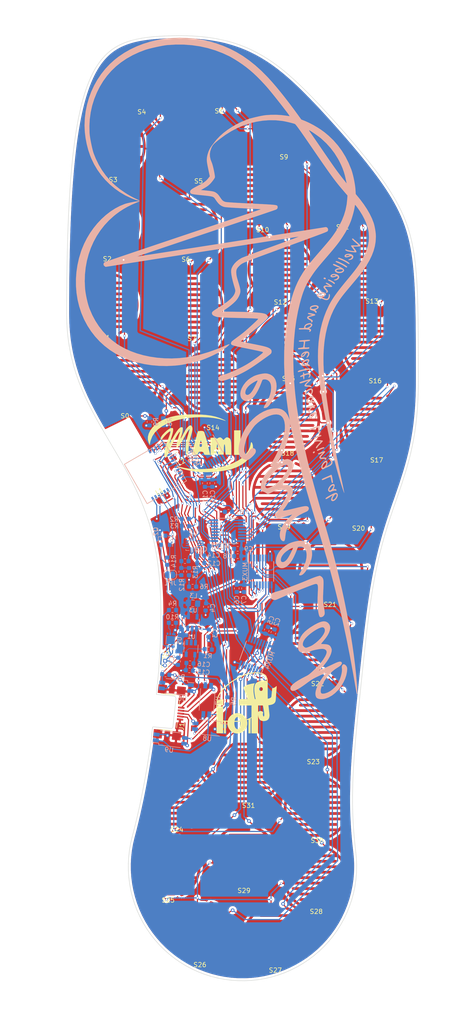
<source format=kicad_pcb>
(kicad_pcb (version 20171130) (host pcbnew "(5.0.0)")
  (layers (0 F.Cu signal) (31 B.Cu signal) (34 B.Paste user) (35 F.Paste user) (36 B.SilkS user hide) (37 F.SilkS user hide) (38 B.Mask user hide) (39 F.Mask user hide) (44 Edge.Cuts user))
  (net 0 "")
  (net 1 GND)
  (net 2 +3V3)
  (net 3 +5V)
  (net 4 +BATT)
  (net 5 /U1_A7)
  (net 6 /U1_A6)
  (net 7 /U1_A5)
  (net 8 /U1_A4)
  (net 9 /U1_A3)
  (net 10 /U1_A2)
  (net 11 /U1_A1)
  (net 12 /U1_A0)
  (net 13 /U2_A7)
  (net 14 /U2_A6)
  (net 15 /U2_A5)
  (net 16 /U2_A4)
  (net 17 /U2_A3)
  (net 18 /U2_A2)
  (net 19 /U2_A1)
  (net 20 /U2_A0)
  (net 21 /U1_Data)
  (net 22 /U2_Data)
  (net 23 /U3_Data)
  (net 24 /U4_Data)
  (net 25 /U3_A7)
  (net 26 /U3_A6)
  (net 27 /U3_A5)
  (net 28 /U3_A4)
  (net 29 /U3_A3)
  (net 30 /U3_A2)
  (net 31 /U3_A1)
  (net 32 /U3_A0)
  (net 33 /U4_A7)
  (net 34 /U4_A6)
  (net 35 /U4_A5)
  (net 36 /U4_A4)
  (net 37 /U4_A3)
  (net 38 /U4_A2)
  (net 39 /U4_A1)
  (net 40 /U4_A0)
  (net 41 "Net-(L1-Pad2)")
  (net 42 "Net-(L2-Pad2)")
  (net 43 "Net-(L3-Pad1)")
  (net 44 "Net-(R1-Pad1)")
  (net 45 "Net-(R2-Pad2)")
  (net 46 "Net-(R3-Pad2)")
  (net 47 /S0)
  (net 48 /S1)
  (net 49 /S2)
  (net 50 /MUX_E)
  (net 51 -BATT)
  (net 52 "Net-(C1-Pad1)")
  (net 53 Analog_Batt_Lvl)
  (net 54 "Net-(J1-Pad2)")
  (net 55 "Net-(J1-Pad3)")
  (net 56 "Net-(J1-Pad4)")
  (net 57 "Net-(JP1-Pad1)")
  (net 58 Enable_Batt_Lvl)
  (net 59 "Net-(R5-Pad1)")
  (net 60 "Net-(R5-Pad2)")
  (net 61 "Net-(R10-Pad1)")
  (net 62 "Net-(R11-Pad1)")
  (net 63 XRES)
  (net 64 P0.6)
  (net 65 P0.7)
  (module Package_LGA:Bosch_LGA-14_3x2.5mm_P0.5mm (layer B.Cu) (at 198.319453 153.120707 180)
    (fp_text reference U2 (at 0 2.5 180) (layer B.SilkS) (effects (justify mirror)))
    (fp_text value ISM330DLC)
    (pad 11 smd rect (at 1.2625 0.75 180) (size 0.675 0.25) (layers B.Cu B.Paste B.Mask))
    (pad 10 smd rect (at 1.2625 0.25 180) (size 0.675 0.25) (layers B.Cu B.Paste B.Mask))
    (pad 9 smd rect (at 1.2625 -0.25 180) (size 0.675 0.25) (layers B.Cu B.Paste B.Mask))
    (pad 8 smd rect (at 1.2625 -0.75 180) (size 0.675 0.25) (layers B.Cu B.Paste B.Mask) (net 2 +3V3))
    (pad 4 smd rect (at -1.2625 -0.75 180) (size 0.675 0.25) (layers B.Cu B.Paste B.Mask))
    (pad 3 smd rect (at -1.2625 -0.25 180) (size 0.675 0.25) (layers B.Cu B.Paste B.Mask) (net 1 GND))
    (pad 2 smd rect (at -1.2625 0.25 180) (size 0.675 0.25) (layers B.Cu B.Paste B.Mask) (net 1 GND))
    (pad 1 smd rect (at -1.2625 0.75 180) (size 0.675 0.25) (layers B.Cu B.Paste B.Mask) (net 1 GND))
    (pad 7 smd rect (at 0.5 -1.0125 180) (size 0.25 0.675) (layers B.Cu B.Paste B.Mask) (net 1 GND))
    (pad 6 smd rect (at 0 -1.0125 180) (size 0.25 0.675) (layers B.Cu B.Paste B.Mask) (net 1 GND))
    (pad 5 smd rect (at -0.5 -1.0125 180) (size 0.25 0.675) (layers B.Cu B.Paste B.Mask) (net 2 +3V3))
    (pad 12 smd rect (at 0.5 1.0125 180) (size 0.25 0.675) (layers B.Cu B.Paste B.Mask))
    (pad 14 smd rect (at -0.5 1.0125 180) (size 0.25 0.675) (layers B.Cu B.Paste B.Mask) (net 45 "Net-(R2-Pad2)"))
    (pad 13 smd rect (at 0 1.0125 180) (size 0.25 0.675) (layers B.Cu B.Paste B.Mask) (net 46 "Net-(R3-Pad2)"))
  )
  (module fsr_footprints:FSR_Circle_7mm (layer F.Cu) (at 225.319453 226.370707)
    (fp_text reference S28 (at 0.1 7.45 180) (layer F.SilkS))
    (fp_text value FSR)
    (pad 1 smd custom (at -6.7 1.2) (size 0.5 0.5) (layers F.Cu F.Paste F.Mask) (net 24 /U4_Data) (options (clearance outline) (anchor circle)) (primitives (gr_line (start 12.3 -2.4) (end 0.1 -2.4) (width 0.6)) (gr_line (start 7.7 -7.2) (end 3.3 -7.2) (width 0.6)) (gr_line (start 12.3 0) (end 0.1 0) (width 0.6)) (gr_line (start 11.1 -4.8) (end 0.9 -4.8) (width 0.6)) (gr_line (start 8.1 4.8) (end 3.3 4.8) (width 0.6)) (gr_line (start 11.1 2.4) (end 0.9 2.4) (width 0.6)) (gr_arc (start 6.7 -1.2) (end 3.3 -7.2) (angle -120.9) (width 0.6))))
    (pad 2 smd custom (at 6.8 0) (size 0.5 0.5) (layers F.Cu F.Paste F.Mask) (net 36 /U4_A4) (options (clearance outline) (anchor circle)) (primitives (gr_line (start -10.2 4.8) (end -2 4.8) (width 0.6)) (gr_line (start -11.8 2.4) (end -0.4 2.4) (width 0.6)) (gr_arc (start -6.8 0) (end -3.8 6.2) (angle -133.6) (width 0.6)) (gr_line (start -12 -2.4) (end -0.4 -2.4) (width 0.6)) (gr_line (start -12.4 0) (end -0.2 0) (width 0.6)) (gr_line (start -10 -4.8) (end -2 -4.8) (width 0.6))))
  )
  (module Capacitor_SMD:C_0603_1608Metric (layer B.Cu) (at 195.019453 178.820707 266)
    (fp_text reference C1 (at 0 1.43 266) (layer B.SilkS) (effects (justify mirror)))
    (fp_text value 0,1uF)
    (pad 2 smd roundrect (at 0.7875 0 266) (size 0.875 0.95) (layers B.Cu B.Paste B.Mask) (net 51 -BATT))
    (pad 1 smd roundrect (at -0.7875 0 266) (size 0.875 0.95) (layers B.Cu B.Paste B.Mask) (net 52 "Net-(C1-Pad1)"))
  )
  (module Capacitor_SMD:C_0603_1608Metric (layer B.Cu) (at 215.969453 172.570707 250)
    (fp_text reference C2 (at -2.498995 0.005009 250) (layer B.SilkS) (effects (justify mirror)))
    (fp_text value 1uF)
    (pad 2 smd roundrect (at 0.7875 0 250) (size 0.875 0.95) (layers B.Cu B.Paste B.Mask) (net 2 +3V3))
    (pad 1 smd roundrect (at -0.7875 0 250) (size 0.875 0.95) (layers B.Cu B.Paste B.Mask) (net 1 GND))
  )
  (module Capacitor_SMD:C_0603_1608Metric (layer B.Cu) (at 201.760668 172.634286 87)
    (fp_text reference C3 (at 0 1.43 87) (layer B.SilkS) (effects (justify mirror)))
    (fp_text value 4.7uF)
    (pad 2 smd roundrect (at 0.7875 0 87) (size 0.875 0.95) (layers B.Cu B.Paste B.Mask) (net 4 +BATT))
    (pad 1 smd roundrect (at -0.7875 0 87) (size 0.875 0.95) (layers B.Cu B.Paste B.Mask) (net 1 GND))
  )
  (module Capacitor_SMD:C_0603_1608Metric (layer B.Cu) (at 201.119453 166.870707 266)
    (fp_text reference C4 (at 0.144756 -1.513785 266) (layer B.SilkS) (effects (justify mirror)))
    (fp_text value 10uF)
    (pad 2 smd roundrect (at 0.7875 0 266) (size 0.875 0.95) (layers B.Cu B.Paste B.Mask) (net 1 GND))
    (pad 1 smd roundrect (at -0.7875 0 266) (size 0.875 0.95) (layers B.Cu B.Paste B.Mask) (net 2 +3V3))
  )
  (module Capacitor_SMD:C_0603_1608Metric (layer B.Cu) (at 214.519453 172.020707 250)
    (fp_text reference C5 (at -2.392243 -0.140264 250) (layer B.SilkS) (effects (justify mirror)))
    (fp_text value 0.1uF)
    (pad 2 smd roundrect (at 0.7875 0 250) (size 0.875 0.95) (layers B.Cu B.Paste B.Mask) (net 2 +3V3))
    (pad 1 smd roundrect (at -0.7875 0 250) (size 0.875 0.95) (layers B.Cu B.Paste B.Mask) (net 1 GND))
  )
  (module Capacitor_SMD:C_0603_1608Metric (layer B.Cu) (at 207.919453 162.808207 90)
    (fp_text reference C6 (at -2.5125 0 90) (layer B.SilkS) (effects (justify mirror)))
    (fp_text value 1uF)
    (pad 2 smd roundrect (at 0.7875 0 90) (size 0.875 0.95) (layers B.Cu B.Paste B.Mask) (net 2 +3V3))
    (pad 1 smd roundrect (at -0.7875 0 90) (size 0.875 0.95) (layers B.Cu B.Paste B.Mask) (net 1 GND))
  )
  (module Capacitor_SMD:C_0603_1608Metric (layer B.Cu) (at 209.519453 162.820707 90)
    (fp_text reference C7 (at -2.5 0 90) (layer B.SilkS) (effects (justify mirror)))
    (fp_text value 0.1uF)
    (pad 2 smd roundrect (at 0.7875 0 90) (size 0.875 0.95) (layers B.Cu B.Paste B.Mask) (net 2 +3V3))
    (pad 1 smd roundrect (at -0.7875 0 90) (size 0.875 0.95) (layers B.Cu B.Paste B.Mask) (net 1 GND))
  )
  (module Capacitor_SMD:C_0603_1608Metric (layer B.Cu) (at 208.131953 155.720707)
    (fp_text reference C8 (at -2.3125 0) (layer B.SilkS) (effects (justify mirror)))
    (fp_text value 1uF)
    (pad 2 smd roundrect (at 0.7875 0) (size 0.875 0.95) (layers B.Cu B.Paste B.Mask) (net 2 +3V3))
    (pad 1 smd roundrect (at -0.7875 0) (size 0.875 0.95) (layers B.Cu B.Paste B.Mask) (net 1 GND))
  )
  (module Capacitor_SMD:C_0603_1608Metric (layer B.Cu) (at 208.131953 154.120707)
    (fp_text reference C9 (at 2.3875 0) (layer B.SilkS) (effects (justify mirror)))
    (fp_text value 0.1uF)
    (pad 2 smd roundrect (at 0.7875 0) (size 0.875 0.95) (layers B.Cu B.Paste B.Mask) (net 2 +3V3))
    (pad 1 smd roundrect (at -0.7875 0) (size 0.875 0.95) (layers B.Cu B.Paste B.Mask) (net 1 GND))
  )
  (module Capacitor_SMD:C_0603_1608Metric (layer B.Cu) (at 202.544453 139.683207 90)
    (fp_text reference C10 (at -2.9375 0.075 90) (layer B.SilkS) (effects (justify mirror)))
    (fp_text value 1uF)
    (pad 2 smd roundrect (at 0.7875 0 90) (size 0.875 0.95) (layers B.Cu B.Paste B.Mask) (net 2 +3V3))
    (pad 1 smd roundrect (at -0.7875 0 90) (size 0.875 0.95) (layers B.Cu B.Paste B.Mask) (net 1 GND))
  )
  (module Capacitor_SMD:C_0603_1608Metric (layer B.Cu) (at 200.919453 139.695707 90)
    (fp_text reference C11 (at -2.95 0.075 90) (layer B.SilkS) (effects (justify mirror)))
    (fp_text value 0.1uF)
    (pad 2 smd roundrect (at 0.7875 0 90) (size 0.875 0.95) (layers B.Cu B.Paste B.Mask) (net 2 +3V3))
    (pad 1 smd roundrect (at -0.7875 0 90) (size 0.875 0.95) (layers B.Cu B.Paste B.Mask) (net 1 GND))
  )
  (module Capacitor_SMD:C_0603_1608Metric (layer B.Cu) (at 200.006953 157.220707 180)
    (fp_text reference C12 (at -2.9125 -0.1 180) (layer B.SilkS) (effects (justify mirror)))
    (fp_text value 1uF)
    (pad 2 smd roundrect (at 0.7875 0 180) (size 0.875 0.95) (layers B.Cu B.Paste B.Mask) (net 2 +3V3))
    (pad 1 smd roundrect (at -0.7875 0 180) (size 0.875 0.95) (layers B.Cu B.Paste B.Mask) (net 1 GND))
  )
  (module Capacitor_SMD:C_0603_1608Metric (layer B.Cu) (at 200.006953 155.620707 180)
    (fp_text reference C13 (at 0 1.43 180) (layer B.SilkS) (effects (justify mirror)))
    (fp_text value 0.1uF)
    (pad 2 smd roundrect (at 0.7875 0 180) (size 0.875 0.95) (layers B.Cu B.Paste B.Mask) (net 2 +3V3))
    (pad 1 smd roundrect (at -0.7875 0 180) (size 0.875 0.95) (layers B.Cu B.Paste B.Mask) (net 1 GND))
  )
  (module Capacitor_SMD:C_0603_1608Metric (layer B.Cu) (at 196.519453 156.820707)
    (fp_text reference C14 (at 6.3 -1.3) (layer B.SilkS) (effects (justify mirror)))
    (fp_text value 0,1uF)
    (pad 2 smd roundrect (at 0.7875 0) (size 0.875 0.95) (layers B.Cu B.Paste B.Mask) (net 1 GND))
    (pad 1 smd roundrect (at -0.7875 0) (size 0.875 0.95) (layers B.Cu B.Paste B.Mask) (net 53 Analog_Batt_Lvl))
  )
  (module Connector_USB:USB_Micro_Custom (layer F.Cu) (at 192.6 190 264)
    (fp_text reference J1 (at 2.767087 -3.528019 264) (layer F.SilkS))
    (fp_text value Conn_Micro_USB)
    (pad 6 smd rect (at 4.95 1.55 264) (size 1.9 1.9) (layers F.Cu F.Paste F.Mask) (net 1 GND))
    (pad 6 smd rect (at 4.95 -2.6 264) (size 1.9 1.9) (layers F.Cu F.Paste F.Mask) (net 1 GND))
    (pad 6 smd rect (at -4.950001 1.55 264) (size 1.9 1.9) (layers F.Cu F.Paste F.Mask) (net 1 GND))
    (pad 6 smd rect (at -4.95 -2.6 264) (size 1.9 1.9) (layers F.Cu F.Paste F.Mask) (net 1 GND))
    (pad 5 smd rect (at 1.3 -3 264) (size 0.4 1.4) (layers F.Cu F.Paste F.Mask) (net 1 GND))
    (pad 4 smd rect (at 0.65 -3 264) (size 0.4 1.4) (layers F.Cu F.Paste F.Mask) (net 56 "Net-(J1-Pad4)"))
    (pad 3 smd rect (at 0 -3 264) (size 0.4 1.4) (layers F.Cu F.Paste F.Mask) (net 55 "Net-(J1-Pad3)"))
    (pad 2 smd rect (at -0.65 -3 264) (size 0.4 1.4) (layers F.Cu F.Paste F.Mask) (net 54 "Net-(J1-Pad2)"))
    (pad 1 smd rect (at -1.3 -3 264) (size 0.4 1.4) (layers F.Cu F.Paste F.Mask) (net 3 +5V))
  )
  (module Connector_PinHeader_1.00mm:PinHeader_1x02_P1.00mm_Vertical (layer F.Cu) (at 192.169453 178.720707 356)
    (fp_text reference J2 (at 0 -1.56 356) (layer F.SilkS))
    (fp_text value 3V7_Battery)
    (pad 2 thru_hole oval (at 0 1 356) (size 0.85 0.85) (drill 0.5) (layers *.Cu *.Mask) (net 4 +BATT))
    (pad 1 thru_hole rect (at 0 0 356) (size 0.85 0.85) (drill 0.5) (layers *.Cu *.Mask) (net 51 -BATT))
  )
  (module Jumper:SolderJumper-2_P1.3mm_Open_RoundedPad1.0x1.5mm (layer B.Cu) (at 193.269453 159.820707 180)
    (fp_text reference JP1 (at -0.05 -1.8 180) (layer B.SilkS) (effects (justify mirror)))
    (fp_text value Jumper_NO_Small)
    (pad 2 smd custom (at 0.65 0 180) (size 1 0.5) (layers B.Cu B.Mask) (net 4 +BATT) (options (clearance outline) (anchor rect)) (primitives (gr_circle (center 0 -0.25) (end 0.5 -0.25) (width 0)) (gr_circle (center 0 0.25) (end 0.5 0.25) (width 0)) (gr_poly (pts (xy 0 0.75) (xy -0.5 0.75) (xy -0.5 -0.75) (xy 0 -0.75)) (width 0))))
    (pad 1 smd custom (at -0.65 0 180) (size 1 0.5) (layers B.Cu B.Mask) (net 57 "Net-(JP1-Pad1)") (options (clearance outline) (anchor rect)) (primitives (gr_circle (center 0 -0.25) (end 0.5 -0.25) (width 0)) (gr_circle (center 0 0.25) (end 0.5 0.25) (width 0)) (gr_poly (pts (xy 0 0.75) (xy 0.5 0.75) (xy 0.5 -0.75) (xy 0 -0.75)) (width 0))))
  )
  (module Inductor_SMD:L_0805_2012Metric_Pad1.15x1.40mm_HandSolder (layer F.Cu) (at 191.707129 142.908207 30)
    (fp_text reference L1 (at 0 -1.65 30) (layer F.SilkS))
    (fp_text value "300ohm 100MHz")
    (pad 2 smd roundrect (at 1.025 0 30) (size 1.15 1.4) (layers F.Cu F.Paste F.Mask) (roundrect_rratio 0.217391) (net 41 "Net-(L1-Pad2)"))
    (pad 1 smd roundrect (at -1.025 0 30) (size 1.15 1.4) (layers F.Cu F.Paste F.Mask) (roundrect_rratio 0.217391) (net 2 +3V3))
  )
  (module Inductor_SMD:L_0805_2012Metric_Pad1.15x1.40mm_HandSolder (layer F.Cu) (at 194.907129 133.628207 210)
    (fp_text reference L2 (at 0 -1.65 210) (layer F.SilkS))
    (fp_text value "300ohm 100MHz")
    (pad 2 smd roundrect (at 1.025 0 210) (size 1.15 1.4) (layers F.Cu F.Paste F.Mask) (roundrect_rratio 0.217391) (net 42 "Net-(L2-Pad2)"))
    (pad 1 smd roundrect (at -1.025 0 210) (size 1.15 1.4) (layers F.Cu F.Paste F.Mask) (roundrect_rratio 0.217391) (net 2 +3V3))
  )
  (module Inductor_SMD:L_0805_2012Metric_Pad1.15x1.40mm_HandSolder (layer B.Cu) (at 198.291956 166.092207 176)
    (fp_text reference L3 (at 0 1.65 176) (layer B.SilkS) (effects (justify mirror)))
    (fp_text value 1uH)
    (pad 2 smd roundrect (at 1.025 0 176) (size 1.15 1.4) (layers B.Cu B.Paste B.Mask) (roundrect_rratio 0.217391) (net 2 +3V3))
    (pad 1 smd roundrect (at -1.025 0 176) (size 1.15 1.4) (layers B.Cu B.Paste B.Mask) (roundrect_rratio 0.217391) (net 43 "Net-(L3-Pad1)"))
  )
  (module Package_SO:TSSOP-16_4.4x5mm_P0.65mm (layer B.Cu) (at 201.419453 132.320707 300)
    (fp_text reference MUX1 (at 0 3.55 300) (layer B.SilkS) (effects (justify mirror)))
    (fp_text value CD74HC4051)
    (pad 16 smd rect (at 2.95 2.275 300) (size 1.5 0.45) (layers B.Cu B.Paste B.Mask) (net 2 +3V3))
    (pad 15 smd rect (at 2.95 1.625 300) (size 1.5 0.45) (layers B.Cu B.Paste B.Mask) (net 10 /U1_A2))
    (pad 14 smd rect (at 2.95 0.975 300) (size 1.5 0.45) (layers B.Cu B.Paste B.Mask) (net 11 /U1_A1))
    (pad 13 smd rect (at 2.95 0.325 300) (size 1.5 0.45) (layers B.Cu B.Paste B.Mask) (net 12 /U1_A0))
    (pad 12 smd rect (at 2.95 -0.325 300) (size 1.5 0.45) (layers B.Cu B.Paste B.Mask) (net 9 /U1_A3))
    (pad 11 smd rect (at 2.95 -0.975 300) (size 1.5 0.45) (layers B.Cu B.Paste B.Mask) (net 47 /S0))
    (pad 10 smd rect (at 2.95 -1.625 300) (size 1.5 0.45) (layers B.Cu B.Paste B.Mask) (net 48 /S1))
    (pad 9 smd rect (at 2.95 -2.275 300) (size 1.5 0.45) (layers B.Cu B.Paste B.Mask) (net 49 /S2))
    (pad 8 smd rect (at -2.95 -2.275 300) (size 1.5 0.45) (layers B.Cu B.Paste B.Mask) (net 1 GND))
    (pad 7 smd rect (at -2.95 -1.625 300) (size 1.5 0.45) (layers B.Cu B.Paste B.Mask) (net 1 GND))
    (pad 6 smd rect (at -2.95 -0.975 300) (size 1.5 0.45) (layers B.Cu B.Paste B.Mask) (net 50 /MUX_E))
    (pad 5 smd rect (at -2.95 -0.325 300) (size 1.5 0.45) (layers B.Cu B.Paste B.Mask) (net 7 /U1_A5))
    (pad 4 smd rect (at -2.95 0.325 300) (size 1.5 0.45) (layers B.Cu B.Paste B.Mask) (net 5 /U1_A7))
    (pad 3 smd rect (at -2.95 0.975 300) (size 1.5 0.45) (layers B.Cu B.Paste B.Mask) (net 2 +3V3))
    (pad 2 smd rect (at -2.95 1.625 300) (size 1.5 0.45) (layers B.Cu B.Paste B.Mask) (net 6 /U1_A6))
    (pad 1 smd rect (at -2.95 2.275 300) (size 1.5 0.45) (layers B.Cu B.Paste B.Mask) (net 8 /U1_A4))
  )
  (module Package_SO:TSSOP-16_4.4x5mm_P0.65mm (layer B.Cu) (at 206.019453 150.120707)
    (fp_text reference MUX2 (at -1.7 3.6) (layer B.SilkS) (effects (justify mirror)))
    (fp_text value CD74HC4051)
    (pad 16 smd rect (at 2.95 2.275) (size 1.5 0.45) (layers B.Cu B.Paste B.Mask) (net 2 +3V3))
    (pad 15 smd rect (at 2.95 1.625) (size 1.5 0.45) (layers B.Cu B.Paste B.Mask) (net 18 /U2_A2))
    (pad 14 smd rect (at 2.95 0.975) (size 1.5 0.45) (layers B.Cu B.Paste B.Mask) (net 19 /U2_A1))
    (pad 13 smd rect (at 2.95 0.325) (size 1.5 0.45) (layers B.Cu B.Paste B.Mask) (net 20 /U2_A0))
    (pad 12 smd rect (at 2.95 -0.325) (size 1.5 0.45) (layers B.Cu B.Paste B.Mask) (net 17 /U2_A3))
    (pad 11 smd rect (at 2.95 -0.975) (size 1.5 0.45) (layers B.Cu B.Paste B.Mask) (net 47 /S0))
    (pad 10 smd rect (at 2.95 -1.625) (size 1.5 0.45) (layers B.Cu B.Paste B.Mask) (net 48 /S1))
    (pad 9 smd rect (at 2.95 -2.275) (size 1.5 0.45) (layers B.Cu B.Paste B.Mask) (net 49 /S2))
    (pad 8 smd rect (at -2.95 -2.275) (size 1.5 0.45) (layers B.Cu B.Paste B.Mask) (net 1 GND))
    (pad 7 smd rect (at -2.95 -1.625) (size 1.5 0.45) (layers B.Cu B.Paste B.Mask) (net 1 GND))
    (pad 6 smd rect (at -2.95 -0.975) (size 1.5 0.45) (layers B.Cu B.Paste B.Mask) (net 50 /MUX_E))
    (pad 5 smd rect (at -2.95 -0.325) (size 1.5 0.45) (layers B.Cu B.Paste B.Mask) (net 15 /U2_A5))
    (pad 4 smd rect (at -2.95 0.325) (size 1.5 0.45) (layers B.Cu B.Paste B.Mask) (net 13 /U2_A7))
    (pad 3 smd rect (at -2.95 0.975) (size 1.5 0.45) (layers B.Cu B.Paste B.Mask) (net 2 +3V3))
    (pad 2 smd rect (at -2.95 1.625) (size 1.5 0.45) (layers B.Cu B.Paste B.Mask) (net 14 /U2_A6))
    (pad 1 smd rect (at -2.95 2.275) (size 1.5 0.45) (layers B.Cu B.Paste B.Mask) (net 16 /U2_A4))
  )
  (module Package_SO:TSSOP-16_4.4x5mm_P0.65mm (layer B.Cu) (at 213.319453 159.070707 270)
    (fp_text reference MUX3 (at 0 3.55 270) (layer B.SilkS) (effects (justify mirror)))
    (fp_text value CD74HC4051)
    (pad 16 smd rect (at 2.95 2.275 270) (size 1.5 0.45) (layers B.Cu B.Paste B.Mask) (net 2 +3V3))
    (pad 15 smd rect (at 2.95 1.625 270) (size 1.5 0.45) (layers B.Cu B.Paste B.Mask) (net 30 /U3_A2))
    (pad 14 smd rect (at 2.95 0.975 270) (size 1.5 0.45) (layers B.Cu B.Paste B.Mask) (net 31 /U3_A1))
    (pad 13 smd rect (at 2.95 0.325 270) (size 1.5 0.45) (layers B.Cu B.Paste B.Mask) (net 32 /U3_A0))
    (pad 12 smd rect (at 2.95 -0.325 270) (size 1.5 0.45) (layers B.Cu B.Paste B.Mask) (net 29 /U3_A3))
    (pad 11 smd rect (at 2.95 -0.975 270) (size 1.5 0.45) (layers B.Cu B.Paste B.Mask) (net 47 /S0))
    (pad 10 smd rect (at 2.95 -1.625 270) (size 1.5 0.45) (layers B.Cu B.Paste B.Mask) (net 48 /S1))
    (pad 9 smd rect (at 2.95 -2.275 270) (size 1.5 0.45) (layers B.Cu B.Paste B.Mask) (net 49 /S2))
    (pad 8 smd rect (at -2.95 -2.275 270) (size 1.5 0.45) (layers B.Cu B.Paste B.Mask) (net 1 GND))
    (pad 7 smd rect (at -2.95 -1.625 270) (size 1.5 0.45) (layers B.Cu B.Paste B.Mask) (net 1 GND))
    (pad 6 smd rect (at -2.95 -0.975 270) (size 1.5 0.45) (layers B.Cu B.Paste B.Mask) (net 50 /MUX_E))
    (pad 5 smd rect (at -2.95 -0.325 270) (size 1.5 0.45) (layers B.Cu B.Paste B.Mask) (net 27 /U3_A5))
    (pad 4 smd rect (at -2.95 0.325 270) (size 1.5 0.45) (layers B.Cu B.Paste B.Mask) (net 25 /U3_A7))
    (pad 3 smd rect (at -2.95 0.975 270) (size 1.5 0.45) (layers B.Cu B.Paste B.Mask) (net 2 +3V3))
    (pad 2 smd rect (at -2.95 1.625 270) (size 1.5 0.45) (layers B.Cu B.Paste B.Mask) (net 26 /U3_A6))
    (pad 1 smd rect (at -2.95 2.275 270) (size 1.5 0.45) (layers B.Cu B.Paste B.Mask) (net 28 /U3_A4))
  )
  (module Package_SO:TSSOP-16_4.4x5mm_P0.65mm (layer B.Cu) (at 211.869453 177.370707 70)
    (fp_text reference MUX4 (at 0 3.55 70) (layer B.SilkS) (effects (justify mirror)))
    (fp_text value CD74HC4051)
    (pad 16 smd rect (at 2.95 2.275 70) (size 1.5 0.45) (layers B.Cu B.Paste B.Mask) (net 2 +3V3))
    (pad 15 smd rect (at 2.95 1.625 70) (size 1.5 0.45) (layers B.Cu B.Paste B.Mask) (net 38 /U4_A2))
    (pad 14 smd rect (at 2.95 0.975 70) (size 1.5 0.45) (layers B.Cu B.Paste B.Mask) (net 39 /U4_A1))
    (pad 13 smd rect (at 2.95 0.325 70) (size 1.5 0.45) (layers B.Cu B.Paste B.Mask) (net 40 /U4_A0))
    (pad 12 smd rect (at 2.95 -0.325 70) (size 1.5 0.45) (layers B.Cu B.Paste B.Mask) (net 37 /U4_A3))
    (pad 11 smd rect (at 2.95 -0.975 70) (size 1.5 0.45) (layers B.Cu B.Paste B.Mask) (net 47 /S0))
    (pad 10 smd rect (at 2.95 -1.625 70) (size 1.5 0.45) (layers B.Cu B.Paste B.Mask) (net 48 /S1))
    (pad 9 smd rect (at 2.95 -2.275 70) (size 1.5 0.45) (layers B.Cu B.Paste B.Mask) (net 49 /S2))
    (pad 8 smd rect (at -2.95 -2.275 70) (size 1.5 0.45) (layers B.Cu B.Paste B.Mask) (net 1 GND))
    (pad 7 smd rect (at -2.95 -1.625 70) (size 1.5 0.45) (layers B.Cu B.Paste B.Mask) (net 1 GND))
    (pad 6 smd rect (at -2.95 -0.975 70) (size 1.5 0.45) (layers B.Cu B.Paste B.Mask) (net 50 /MUX_E))
    (pad 5 smd rect (at -2.95 -0.325 70) (size 1.5 0.45) (layers B.Cu B.Paste B.Mask) (net 35 /U4_A5))
    (pad 4 smd rect (at -2.95 0.325 70) (size 1.5 0.45) (layers B.Cu B.Paste B.Mask) (net 33 /U4_A7))
    (pad 3 smd rect (at -2.95 0.975 70) (size 1.5 0.45) (layers B.Cu B.Paste B.Mask) (net 2 +3V3))
    (pad 2 smd rect (at -2.95 1.625 70) (size 1.5 0.45) (layers B.Cu B.Paste B.Mask) (net 34 /U4_A6))
    (pad 1 smd rect (at -2.95 2.275 70) (size 1.5 0.45) (layers B.Cu B.Paste B.Mask) (net 36 /U4_A4))
  )
  (module Package_TO_SOT_SMD:SOT-23 (layer B.Cu) (at 192.219453 152.220707 90)
    (fp_text reference Q2 (at 1.9 -2.1 90) (layer B.SilkS) (effects (justify mirror)))
    (fp_text value Q_PMOS_GSD)
    (pad 3 smd rect (at 1 0 90) (size 0.9 0.8) (layers B.Cu B.Paste B.Mask) (net 57 "Net-(JP1-Pad1)"))
    (pad 2 smd rect (at -1 -0.95 90) (size 0.9 0.8) (layers B.Cu B.Paste B.Mask) (net 4 +BATT))
    (pad 1 smd rect (at -1 0.95 90) (size 0.9 0.8) (layers B.Cu B.Paste B.Mask) (net 58 Enable_Batt_Lvl))
  )
  (module Resistor_SMD:R_0603_1608Metric (layer B.Cu) (at 201.653453 176.204707 356)
    (fp_text reference R1 (at 0 1.43 356) (layer B.SilkS) (effects (justify mirror)))
    (fp_text value 10k)
    (pad 2 smd roundrect (at 0.7875 0 356) (size 0.875 0.95) (layers B.Cu B.Paste B.Mask) (net 1 GND))
    (pad 1 smd roundrect (at -0.7875 0 356) (size 0.875 0.95) (layers B.Cu B.Paste B.Mask) (net 44 "Net-(R1-Pad1)"))
  )
  (module Resistor_SMD:R_0603_1608Metric (layer B.Cu) (at 196.606953 147.520707)
    (fp_text reference R2 (at -2.4875 0.1) (layer B.SilkS) (effects (justify mirror)))
    (fp_text value 10k)
    (pad 2 smd roundrect (at 0.7875 0) (size 0.875 0.95) (layers B.Cu B.Paste B.Mask) (net 45 "Net-(R2-Pad2)"))
    (pad 1 smd roundrect (at -0.7875 0) (size 0.875 0.95) (layers B.Cu B.Paste B.Mask) (net 2 +3V3))
  )
  (module Resistor_SMD:R_0603_1608Metric (layer B.Cu) (at 196.619453 149.120707)
    (fp_text reference R3 (at -2.4 0) (layer B.SilkS) (effects (justify mirror)))
    (fp_text value 10k)
    (pad 2 smd roundrect (at 0.7875 0) (size 0.875 0.95) (layers B.Cu B.Paste B.Mask) (net 46 "Net-(R3-Pad2)"))
    (pad 1 smd roundrect (at -0.7875 0) (size 0.875 0.95) (layers B.Cu B.Paste B.Mask) (net 2 +3V3))
  )
  (module Resistor_SMD:R_0603_1608Metric (layer B.Cu) (at 193.779453 167.568707 180)
    (fp_text reference R4 (at 0 1.43 180) (layer B.SilkS) (effects (justify mirror)))
    (fp_text value 390)
    (pad 2 smd roundrect (at 0.7875 0 180) (size 0.875 0.95) (layers B.Cu B.Paste B.Mask) (net 52 "Net-(C1-Pad1)"))
    (pad 1 smd roundrect (at -0.7875 0 180) (size 0.875 0.95) (layers B.Cu B.Paste B.Mask) (net 4 +BATT))
  )
  (module Resistor_SMD:R_0603_1608Metric (layer B.Cu) (at 205.819453 187.520707 86)
    (fp_text reference R5 (at 0 1.43 86) (layer B.SilkS) (effects (justify mirror)))
    (fp_text value 0-1k)
    (pad 2 smd roundrect (at 0.7875 0 86) (size 0.875 0.95) (layers B.Cu B.Paste B.Mask) (net 60 "Net-(R5-Pad2)"))
    (pad 1 smd roundrect (at -0.7875 0 86) (size 0.875 0.95) (layers B.Cu B.Paste B.Mask) (net 59 "Net-(R5-Pad1)"))
  )
  (module Resistor_SMD:R_0603_1608Metric (layer B.Cu) (at 198.206953 162.420707)
    (fp_text reference R6 (at 2.5125 0) (layer B.SilkS) (effects (justify mirror)))
    (fp_text value 10k)
    (pad 2 smd roundrect (at 0.7875 0) (size 0.875 0.95) (layers B.Cu B.Paste B.Mask) (net 24 /U4_Data))
    (pad 1 smd roundrect (at -0.7875 0) (size 0.875 0.95) (layers B.Cu B.Paste B.Mask) (net 1 GND))
  )
  (module Resistor_SMD:R_0603_1608Metric (layer B.Cu) (at 206.119453 145.970707)
    (fp_text reference R7 (at 2.5 0.05) (layer B.SilkS) (effects (justify mirror)))
    (fp_text value 10k)
    (pad 2 smd roundrect (at 0.7875 0) (size 0.875 0.95) (layers B.Cu B.Paste B.Mask) (net 23 /U3_Data))
    (pad 1 smd roundrect (at -0.7875 0) (size 0.875 0.95) (layers B.Cu B.Paste B.Mask) (net 1 GND))
  )
  (module Resistor_SMD:R_0603_1608Metric (layer B.Cu) (at 191.719453 126.208207 90)
    (fp_text reference R8 (at 0 1.43 90) (layer B.SilkS) (effects (justify mirror)))
    (fp_text value 10k)
    (pad 2 smd roundrect (at 0.7875 0 90) (size 0.875 0.95) (layers B.Cu B.Paste B.Mask) (net 22 /U2_Data))
    (pad 1 smd roundrect (at -0.7875 0 90) (size 0.875 0.95) (layers B.Cu B.Paste B.Mask) (net 1 GND))
  )
  (module Resistor_SMD:R_0603_1608Metric (layer B.Cu) (at 188.719453 126.220707 90)
    (fp_text reference R9 (at 0 1.43 90) (layer B.SilkS) (effects (justify mirror)))
    (fp_text value 10k)
    (pad 2 smd roundrect (at 0.7875 0 90) (size 0.875 0.95) (layers B.Cu B.Paste B.Mask) (net 21 /U1_Data))
    (pad 1 smd roundrect (at -0.7875 0 90) (size 0.875 0.95) (layers B.Cu B.Paste B.Mask) (net 1 GND))
  )
  (module Resistor_SMD:R_0603_1608Metric (layer B.Cu) (at 193.753953 170.362707)
    (fp_text reference R10 (at 0 -1.27) (layer B.SilkS) (effects (justify mirror)))
    (fp_text value 2.7k)
    (pad 2 smd roundrect (at 0.7875 0) (size 0.875 0.95) (layers B.Cu B.Paste B.Mask) (net 1 GND))
    (pad 1 smd roundrect (at -0.7875 0) (size 0.875 0.95) (layers B.Cu B.Paste B.Mask) (net 61 "Net-(R10-Pad1)"))
  )
  (module Resistor_SMD:R_0603_1608Metric (layer B.Cu) (at 192.303956 181.720707 175)
    (fp_text reference R11 (at -2.848361 -0.252711 175) (layer B.SilkS) (effects (justify mirror)))
    (fp_text value "100-500 ohm")
    (pad 2 smd roundrect (at 0.7875 0 175) (size 0.875 0.95) (layers B.Cu B.Paste B.Mask) (net 2 +3V3))
    (pad 1 smd roundrect (at -0.7875 0 175) (size 0.875 0.95) (layers B.Cu B.Paste B.Mask) (net 62 "Net-(R11-Pad1)"))
  )
  (module Resistor_SMD:R_0603_1608Metric (layer B.Cu) (at 195.719453 159.108207 90)
    (fp_text reference R12 (at -2.9125 0.1 90) (layer B.SilkS) (effects (justify mirror)))
    (fp_text value 10k)
    (pad 2 smd roundrect (at 0.7875 0 90) (size 0.875 0.95) (layers B.Cu B.Paste B.Mask) (net 53 Analog_Batt_Lvl))
    (pad 1 smd roundrect (at -0.7875 0 90) (size 0.875 0.95) (layers B.Cu B.Paste B.Mask) (net 57 "Net-(JP1-Pad1)"))
  )
  (module Resistor_SMD:R_0603_1608Metric (layer B.Cu) (at 197.419453 159.120707 270)
    (fp_text reference R13 (at 0.1 -1.4 270) (layer B.SilkS) (effects (justify mirror)))
    (fp_text value 10k)
    (pad 2 smd roundrect (at 0.7875 0 270) (size 0.875 0.95) (layers B.Cu B.Paste B.Mask) (net 1 GND))
    (pad 1 smd roundrect (at -0.7875 0 270) (size 0.875 0.95) (layers B.Cu B.Paste B.Mask) (net 53 Analog_Batt_Lvl))
  )
  (module Resistor_SMD:R_0603_1608Metric (layer B.Cu) (at 192.619453 156.833207 90)
    (fp_text reference R14 (at 0 1.43 90) (layer B.SilkS) (effects (justify mirror)))
    (fp_text value 100k)
    (pad 2 smd roundrect (at 0.7875 0 90) (size 0.875 0.95) (layers B.Cu B.Paste B.Mask) (net 58 Enable_Batt_Lvl))
    (pad 1 smd roundrect (at -0.7875 0 90) (size 0.875 0.95) (layers B.Cu B.Paste B.Mask) (net 4 +BATT))
  )
  (module Package_TO_SOT_SMD:TSOT-23-5 (layer B.Cu) (at 197.819453 176.020707 267)
    (fp_text reference U1 (at -2.60167 0.036211 357) (layer B.SilkS) (effects (font (size 0.9 0.9)) (justify mirror)))
    (fp_text value STC4054-4.2)
    (pad 5 smd rect (at 1.31 0.95 267) (size 1.22 0.65) (layers B.Cu B.Paste B.Mask) (net 44 "Net-(R1-Pad1)"))
    (pad 4 smd rect (at 1.31 -0.95 267) (size 1.22 0.65) (layers B.Cu B.Paste B.Mask) (net 3 +5V))
    (pad 3 smd rect (at -1.31 -0.95 267) (size 1.22 0.65) (layers B.Cu B.Paste B.Mask) (net 4 +BATT))
    (pad 2 smd rect (at -1.31 0 267) (size 1.22 0.65) (layers B.Cu B.Paste B.Mask) (net 1 GND))
    (pad 1 smd rect (at -1.31 0.95 267) (size 1.22 0.65) (layers B.Cu B.Paste B.Mask))
  )
  (module Package_TO_SOT_SMD:TSOT-23-5 (layer B.Cu) (at 198.169453 170.320707 87)
    (fp_text reference U3 (at 2.70415 0.008487 177) (layer B.SilkS) (effects (font (size 0.9 0.9)) (justify mirror)))
    (fp_text value ADP2108AUJ-3.3)
    (pad 5 smd rect (at 1.31 0.95 87) (size 1.22 0.65) (layers B.Cu B.Paste B.Mask) (net 43 "Net-(L3-Pad1)"))
    (pad 4 smd rect (at 1.31 -0.95 87) (size 1.22 0.65) (layers B.Cu B.Paste B.Mask) (net 2 +3V3))
    (pad 3 smd rect (at -1.31 -0.95 87) (size 1.22 0.65) (layers B.Cu B.Paste B.Mask) (net 4 +BATT))
    (pad 2 smd rect (at -1.31 0 87) (size 1.22 0.65) (layers B.Cu B.Paste B.Mask) (net 1 GND))
    (pad 1 smd rect (at -1.31 0.95 87) (size 1.22 0.65) (layers B.Cu B.Paste B.Mask) (net 4 +BATT))
  )
  (module Digikey_EZ_BLE:CYBLE-222014-01 (layer B.Cu) (at 188.2 144.2 300)
    (fp_text reference U4 (at -4 -13 300) (layer B.SilkS) (effects (justify mirror)))
    (fp_text value CYBLE-222014-01)
    (pad 1 smd rect (at -0.26 -1.64 300) (size 1 0.41) (layers B.Cu B.Paste B.Mask) (net 1 GND))
    (pad 2 smd rect (at -0.26 -2.41 300) (size 1 0.41) (layers B.Cu B.Paste B.Mask))
    (pad 3 smd rect (at -0.26 -3.170001 300) (size 1 0.41) (layers B.Cu B.Paste B.Mask) (net 58 Enable_Batt_Lvl))
    (pad 4 smd rect (at -0.26 -3.93 300) (size 1 0.41) (layers B.Cu B.Paste B.Mask) (net 53 Analog_Batt_Lvl))
    (pad 5 smd rect (at -0.26 -4.69 300) (size 1 0.41) (layers B.Cu B.Paste B.Mask) (net 41 "Net-(L1-Pad2)"))
    (pad 7 smd rect (at -0.810001 -9.74 210) (size 1 0.41) (layers B.Cu B.Paste B.Mask) (net 50 /MUX_E))
    (pad 8 smd rect (at -1.57 -9.74 210) (size 1 0.41) (layers B.Cu B.Paste B.Mask) (net 65 P0.7))
    (pad 9 smd rect (at -2.34 -9.739999 210) (size 1 0.41) (layers B.Cu B.Paste B.Mask) (net 45 "Net-(R2-Pad2)"))
    (pad 10 smd rect (at -3.1 -9.74 210) (size 1 0.41) (layers B.Cu B.Paste B.Mask) (net 46 "Net-(R3-Pad2)"))
    (pad 11 smd rect (at -3.86 -9.74 210) (size 1 0.41) (layers B.Cu B.Paste B.Mask) (net 1 GND))
    (pad 12 smd rect (at -4.62 -9.739999 210) (size 1 0.41) (layers B.Cu B.Paste B.Mask) (net 64 P0.6))
    (pad 13 smd rect (at -5.380001 -9.74 210) (size 1 0.41) (layers B.Cu B.Paste B.Mask) (net 24 /U4_Data))
    (pad 14 smd rect (at -6.15 -9.74 210) (size 1 0.41) (layers B.Cu B.Paste B.Mask) (net 42 "Net-(L2-Pad2)"))
    (pad 15 smd rect (at -6.910001 -9.74 210) (size 1 0.41) (layers B.Cu B.Paste B.Mask) (net 63 XRES))
    (pad 16 smd rect (at -7.67 -9.74 210) (size 1 0.41) (layers B.Cu B.Paste B.Mask) (net 23 /U3_Data))
    (pad 17 smd rect (at -8.43 -9.74 210) (size 1 0.41) (layers B.Cu B.Paste B.Mask) (net 22 /U2_Data))
    (pad 18 smd rect (at -9.19 -9.739999 210) (size 1 0.41) (layers B.Cu B.Paste B.Mask) (net 21 /U1_Data))
    (pad 19 smd rect (at -9.75 -8.5 300) (size 1 0.41) (layers B.Cu B.Paste B.Mask) (net 47 /S0))
    (pad 20 smd rect (at -9.75 -7.74 300) (size 1 0.41) (layers B.Cu B.Paste B.Mask) (net 48 /S1))
    (pad 21 smd rect (at -9.75 -6.98 300) (size 1 0.41) (layers B.Cu B.Paste B.Mask) (net 49 /S2))
    (pad 22 smd rect (at -9.75 -6.22 300) (size 1 0.41) (layers B.Cu B.Paste B.Mask))
    (pad 6 smd rect (at -0.260001 -5.45 300) (size 1 0.41) (layers B.Cu B.Paste B.Mask))
  )
  (module SamacSys_Parts:AP9211SAACHAC7 (layer B.Cu) (at 193.369453 174.170707 176)
    (fp_text reference U5 (at -1.955713 -0.013609 266) (layer B.SilkS) (effects (font (size 0.9 0.9)) (justify mirror)))
    (fp_text value AP9211 hide)
    (pad 7 smd rect (at 0 0 86) (size 1.8 1.8) (layers B.Cu B.Paste B.Mask))
    (pad 6 smd rect (at -0.599 1.35 86) (size 0.5 0.75) (layers B.Cu B.Paste B.Mask) (net 1 GND))
    (pad 5 smd rect (at 0.176 1.35 176) (size 0.4 0.5) (layers B.Cu B.Paste B.Mask) (net 61 "Net-(R10-Pad1)"))
    (pad 4 smd rect (at 0.776 1.35 176) (size 0.4 0.5) (layers B.Cu B.Paste B.Mask))
    (pad 3 smd rect (at 0.776 -1.35 176) (size 0.4 0.5) (layers B.Cu B.Paste B.Mask) (net 52 "Net-(C1-Pad1)"))
    (pad 2 smd rect (at 0.176001 -1.35 176) (size 0.4 0.5) (layers B.Cu B.Paste B.Mask) (net 51 -BATT))
    (pad 1 smd rect (at -0.599 -1.35 86) (size 0.5 0.75) (layers B.Cu B.Paste B.Mask) (net 51 -BATT))
  )
  (module Package_SO:SOP-4_4.4x2.8mm_P1.27mm (layer B.Cu) (at 194.619453 184.420707 175)
    (fp_text reference U6 (at -1.521658 -2.476804 175) (layer B.SilkS) (effects (justify mirror)))
    (fp_text value TCMT1100)
    (pad 4 smd rect (at 3.15 0.64 175) (size 1.3 0.8) (layers B.Cu B.Paste B.Mask) (net 2 +3V3))
    (pad 3 smd rect (at 3.15 -0.64 175) (size 1.3 0.8) (layers B.Cu B.Paste B.Mask) (net 60 "Net-(R5-Pad2)"))
    (pad 2 smd rect (at -3.15 -0.64 175) (size 1.3 0.8) (layers B.Cu B.Paste B.Mask) (net 3 +5V))
    (pad 1 smd rect (at -3.15 0.64 175) (size 1.3 0.8) (layers B.Cu B.Paste B.Mask) (net 62 "Net-(R11-Pad1)"))
  )
  (module Package_SO:SOP-4_4.4x2.8mm_P1.27mm (layer B.Cu) (at 201.419453 187.320707 86)
    (fp_text reference U7 (at 0 2.4 86) (layer B.SilkS) (effects (justify mirror)))
    (fp_text value TCMT1100)
    (pad 4 smd rect (at 3.15 0.64 86) (size 1.3 0.8) (layers B.Cu B.Paste B.Mask) (net 54 "Net-(J1-Pad2)"))
    (pad 3 smd rect (at 3.15 -0.64 86) (size 1.3 0.8) (layers B.Cu B.Paste B.Mask) (net 63 XRES))
    (pad 2 smd rect (at -3.15 -0.64 86) (size 1.3 0.8) (layers B.Cu B.Paste B.Mask) (net 1 GND))
    (pad 1 smd rect (at -3.15 0.64 86) (size 1.3 0.8) (layers B.Cu B.Paste B.Mask) (net 59 "Net-(R5-Pad1)"))
  )
  (module Package_SO:SOP-4_4.4x2.8mm_P1.27mm (layer B.Cu) (at 201.919453 193.420707 174)
    (fp_text reference U8 (at 0.246393 -2.439117 174) (layer B.SilkS) (effects (justify mirror)))
    (fp_text value TCMT1100)
    (pad 4 smd rect (at 3.15 0.64 174) (size 1.3 0.8) (layers B.Cu B.Paste B.Mask) (net 55 "Net-(J1-Pad3)"))
    (pad 3 smd rect (at 3.15 -0.64 174) (size 1.3 0.8) (layers B.Cu B.Paste B.Mask) (net 64 P0.6))
    (pad 2 smd rect (at -3.15 -0.64 174) (size 1.3 0.8) (layers B.Cu B.Paste B.Mask) (net 1 GND))
    (pad 1 smd rect (at -3.15 0.64 174) (size 1.3 0.8) (layers B.Cu B.Paste B.Mask) (net 59 "Net-(R5-Pad1)"))
  )
  (module Package_SO:SOP-4_4.4x2.8mm_P1.27mm (layer B.Cu) (at 193.319453 195.920707 353)
    (fp_text reference U9 (at 0 2.4 353) (layer B.SilkS) (effects (justify mirror)))
    (fp_text value TCMT1100)
    (pad 4 smd rect (at 3.15 0.64 353) (size 1.3 0.8) (layers B.Cu B.Paste B.Mask) (net 56 "Net-(J1-Pad4)"))
    (pad 3 smd rect (at 3.15 -0.64 353) (size 1.3 0.8) (layers B.Cu B.Paste B.Mask) (net 65 P0.7))
    (pad 2 smd rect (at -3.15 -0.64 353) (size 1.3 0.8) (layers B.Cu B.Paste B.Mask) (net 1 GND))
    (pad 1 smd rect (at -3.15 0.64 353) (size 1.3 0.8) (layers B.Cu B.Paste B.Mask) (net 59 "Net-(R5-Pad1)"))
  )
  (module fsr_footprints:FSR_Circle_7mm (layer F.Cu) (at 183.5 117.5)
    (fp_text reference S0 (at -0.180547 7.420707 180) (layer F.SilkS))
    (fp_text value FSR)
    (pad 1 smd custom (at -6.7 1.2) (size 0.5 0.5) (layers F.Cu F.Paste F.Mask) (net 21 /U1_Data) (options (clearance outline) (anchor circle)) (primitives (gr_line (start 12.3 -2.4) (end 0.1 -2.4) (width 0.6)) (gr_line (start 7.7 -7.2) (end 3.3 -7.2) (width 0.6)) (gr_line (start 12.3 0) (end 0.1 0) (width 0.6)) (gr_line (start 11.1 -4.8) (end 0.9 -4.8) (width 0.6)) (gr_line (start 8.1 4.8) (end 3.3 4.8) (width 0.6)) (gr_line (start 11.1 2.4) (end 0.9 2.4) (width 0.6)) (gr_arc (start 6.7 -1.2) (end 3.3 -7.2) (angle -120.9) (width 0.6))))
    (pad 2 smd custom (at 6.8 0) (size 0.5 0.5) (layers F.Cu F.Paste F.Mask) (net 12 /U1_A0) (options (clearance outline) (anchor circle)) (primitives (gr_line (start -10.2 4.8) (end -2 4.8) (width 0.6)) (gr_line (start -11.8 2.4) (end -0.4 2.4) (width 0.6)) (gr_arc (start -6.8 0) (end -3.8 6.2) (angle -133.6) (width 0.6)) (gr_line (start -12 -2.4) (end -0.4 -2.4) (width 0.6)) (gr_line (start -12.4 0) (end -0.2 0) (width 0.6)) (gr_line (start -10 -4.8) (end -2 -4.8) (width 0.6))))
  )
  (module fsr_footprints:FSR_Circle_7mm (layer F.Cu) (at 179.119453 100.5)
    (fp_text reference S1 (at 0 7.220707 180) (layer F.SilkS))
    (fp_text value FSR)
    (pad 1 smd custom (at -6.7 1.2) (size 0.5 0.5) (layers F.Cu F.Paste F.Mask) (net 21 /U1_Data) (options (clearance outline) (anchor circle)) (primitives (gr_line (start 12.3 -2.4) (end 0.1 -2.4) (width 0.6)) (gr_line (start 7.7 -7.2) (end 3.3 -7.2) (width 0.6)) (gr_line (start 12.3 0) (end 0.1 0) (width 0.6)) (gr_line (start 11.1 -4.8) (end 0.9 -4.8) (width 0.6)) (gr_line (start 8.1 4.8) (end 3.3 4.8) (width 0.6)) (gr_line (start 11.1 2.4) (end 0.9 2.4) (width 0.6)) (gr_arc (start 6.7 -1.2) (end 3.3 -7.2) (angle -120.9) (width 0.6))))
    (pad 2 smd custom (at 6.8 0) (size 0.5 0.5) (layers F.Cu F.Paste F.Mask) (net 11 /U1_A1) (options (clearance outline) (anchor circle)) (primitives (gr_line (start -10.2 4.8) (end -2 4.8) (width 0.6)) (gr_line (start -11.8 2.4) (end -0.4 2.4) (width 0.6)) (gr_arc (start -6.8 0) (end -3.8 6.2) (angle -133.6) (width 0.6)) (gr_line (start -12 -2.4) (end -0.4 -2.4) (width 0.6)) (gr_line (start -12.4 0) (end -0.2 0) (width 0.6)) (gr_line (start -10 -4.8) (end -2 -4.8) (width 0.6))))
  )
  (module fsr_footprints:FSR_Circle_7mm (layer F.Cu) (at 179.419453 83)
    (fp_text reference S2 (at 0 7.420707 180) (layer F.SilkS))
    (fp_text value FSR)
    (pad 1 smd custom (at -6.7 1.2) (size 0.5 0.5) (layers F.Cu F.Paste F.Mask) (net 21 /U1_Data) (options (clearance outline) (anchor circle)) (primitives (gr_line (start 12.3 -2.4) (end 0.1 -2.4) (width 0.6)) (gr_line (start 7.7 -7.2) (end 3.3 -7.2) (width 0.6)) (gr_line (start 12.3 0) (end 0.1 0) (width 0.6)) (gr_line (start 11.1 -4.8) (end 0.9 -4.8) (width 0.6)) (gr_line (start 8.1 4.8) (end 3.3 4.8) (width 0.6)) (gr_line (start 11.1 2.4) (end 0.9 2.4) (width 0.6)) (gr_arc (start 6.7 -1.2) (end 3.3 -7.2) (angle -120.9) (width 0.6))))
    (pad 2 smd custom (at 6.8 0) (size 0.5 0.5) (layers F.Cu F.Paste F.Mask) (net 10 /U1_A2) (options (clearance outline) (anchor circle)) (primitives (gr_line (start -10.2 4.8) (end -2 4.8) (width 0.6)) (gr_line (start -11.8 2.4) (end -0.4 2.4) (width 0.6)) (gr_arc (start -6.8 0) (end -3.8 6.2) (angle -133.6) (width 0.6)) (gr_line (start -12 -2.4) (end -0.4 -2.4) (width 0.6)) (gr_line (start -12.4 0) (end -0.2 0) (width 0.6)) (gr_line (start -10 -4.8) (end -2 -4.8) (width 0.6))))
  )
  (module fsr_footprints:FSR_Circle_7mm (layer F.Cu) (at 180.7 65.7)
    (fp_text reference S3 (at 0.019453 7.320707 180) (layer F.SilkS))
    (fp_text value FSR)
    (pad 1 smd custom (at -6.7 1.2) (size 0.5 0.5) (layers F.Cu F.Paste F.Mask) (net 21 /U1_Data) (options (clearance outline) (anchor circle)) (primitives (gr_line (start 12.3 -2.4) (end 0.1 -2.4) (width 0.6)) (gr_line (start 7.7 -7.2) (end 3.3 -7.2) (width 0.6)) (gr_line (start 12.3 0) (end 0.1 0) (width 0.6)) (gr_line (start 11.1 -4.8) (end 0.9 -4.8) (width 0.6)) (gr_line (start 8.1 4.8) (end 3.3 4.8) (width 0.6)) (gr_line (start 11.1 2.4) (end 0.9 2.4) (width 0.6)) (gr_arc (start 6.7 -1.2) (end 3.3 -7.2) (angle -120.9) (width 0.6))))
    (pad 2 smd custom (at 6.8 0) (size 0.5 0.5) (layers F.Cu F.Paste F.Mask) (net 9 /U1_A3) (options (clearance outline) (anchor circle)) (primitives (gr_line (start -10.2 4.8) (end -2 4.8) (width 0.6)) (gr_line (start -11.8 2.4) (end -0.4 2.4) (width 0.6)) (gr_arc (start -6.8 0) (end -3.8 6.2) (angle -133.6) (width 0.6)) (gr_line (start -12 -2.4) (end -0.4 -2.4) (width 0.6)) (gr_line (start -12.4 0) (end -0.2 0) (width 0.6)) (gr_line (start -10 -4.8) (end -2 -4.8) (width 0.6))))
  )
  (module fsr_footprints:FSR_Circle_7mm (layer F.Cu) (at 187 50.9)
    (fp_text reference S4 (at 0.019453 7.220707 180) (layer F.SilkS))
    (fp_text value FSR)
    (pad 1 smd custom (at -6.7 1.2) (size 0.5 0.5) (layers F.Cu F.Paste F.Mask) (net 21 /U1_Data) (options (clearance outline) (anchor circle)) (primitives (gr_line (start 12.3 -2.4) (end 0.1 -2.4) (width 0.6)) (gr_line (start 7.7 -7.2) (end 3.3 -7.2) (width 0.6)) (gr_line (start 12.3 0) (end 0.1 0) (width 0.6)) (gr_line (start 11.1 -4.8) (end 0.9 -4.8) (width 0.6)) (gr_line (start 8.1 4.8) (end 3.3 4.8) (width 0.6)) (gr_line (start 11.1 2.4) (end 0.9 2.4) (width 0.6)) (gr_arc (start 6.7 -1.2) (end 3.3 -7.2) (angle -120.9) (width 0.6))))
    (pad 2 smd custom (at 6.8 0) (size 0.5 0.5) (layers F.Cu F.Paste F.Mask) (net 8 /U1_A4) (options (clearance outline) (anchor circle)) (primitives (gr_line (start -10.2 4.8) (end -2 4.8) (width 0.6)) (gr_line (start -11.8 2.4) (end -0.4 2.4) (width 0.6)) (gr_arc (start -6.8 0) (end -3.8 6.2) (angle -133.6) (width 0.6)) (gr_line (start -12 -2.4) (end -0.4 -2.4) (width 0.6)) (gr_line (start -12.4 0) (end -0.2 0) (width 0.6)) (gr_line (start -10 -4.8) (end -2 -4.8) (width 0.6))))
  )
  (module fsr_footprints:FSR_Circle_7mm (layer F.Cu) (at 199.519453 66.020707)
    (fp_text reference S5 (at 0 7.3 180) (layer F.SilkS))
    (fp_text value FSR)
    (pad 1 smd custom (at -6.7 1.2) (size 0.5 0.5) (layers F.Cu F.Paste F.Mask) (net 21 /U1_Data) (options (clearance outline) (anchor circle)) (primitives (gr_line (start 12.3 -2.4) (end 0.1 -2.4) (width 0.6)) (gr_line (start 7.7 -7.2) (end 3.3 -7.2) (width 0.6)) (gr_line (start 12.3 0) (end 0.1 0) (width 0.6)) (gr_line (start 11.1 -4.8) (end 0.9 -4.8) (width 0.6)) (gr_line (start 8.1 4.8) (end 3.3 4.8) (width 0.6)) (gr_line (start 11.1 2.4) (end 0.9 2.4) (width 0.6)) (gr_arc (start 6.7 -1.2) (end 3.3 -7.2) (angle -120.9) (width 0.6))))
    (pad 2 smd custom (at 6.8 0) (size 0.5 0.5) (layers F.Cu F.Paste F.Mask) (net 7 /U1_A5) (options (clearance outline) (anchor circle)) (primitives (gr_line (start -10.2 4.8) (end -2 4.8) (width 0.6)) (gr_line (start -11.8 2.4) (end -0.4 2.4) (width 0.6)) (gr_arc (start -6.8 0) (end -3.8 6.2) (angle -133.6) (width 0.6)) (gr_line (start -12 -2.4) (end -0.4 -2.4) (width 0.6)) (gr_line (start -12.4 0) (end -0.2 0) (width 0.6)) (gr_line (start -10 -4.8) (end -2 -4.8) (width 0.6))))
  )
  (module fsr_footprints:FSR_Circle_7mm (layer F.Cu) (at 196.7 83.2)
    (fp_text reference S6 (at 0.019453 7.320707 180) (layer F.SilkS))
    (fp_text value FSR)
    (pad 1 smd custom (at -6.7 1.2) (size 0.5 0.5) (layers F.Cu F.Paste F.Mask) (net 21 /U1_Data) (options (clearance outline) (anchor circle)) (primitives (gr_line (start 12.3 -2.4) (end 0.1 -2.4) (width 0.6)) (gr_line (start 7.7 -7.2) (end 3.3 -7.2) (width 0.6)) (gr_line (start 12.3 0) (end 0.1 0) (width 0.6)) (gr_line (start 11.1 -4.8) (end 0.9 -4.8) (width 0.6)) (gr_line (start 8.1 4.8) (end 3.3 4.8) (width 0.6)) (gr_line (start 11.1 2.4) (end 0.9 2.4) (width 0.6)) (gr_arc (start 6.7 -1.2) (end 3.3 -7.2) (angle -120.9) (width 0.6))))
    (pad 2 smd custom (at 6.8 0) (size 0.5 0.5) (layers F.Cu F.Paste F.Mask) (net 6 /U1_A6) (options (clearance outline) (anchor circle)) (primitives (gr_line (start -10.2 4.8) (end -2 4.8) (width 0.6)) (gr_line (start -11.8 2.4) (end -0.4 2.4) (width 0.6)) (gr_arc (start -6.8 0) (end -3.8 6.2) (angle -133.6) (width 0.6)) (gr_line (start -12 -2.4) (end -0.4 -2.4) (width 0.6)) (gr_line (start -12.4 0) (end -0.2 0) (width 0.6)) (gr_line (start -10 -4.8) (end -2 -4.8) (width 0.6))))
  )
  (module fsr_footprints:FSR_Circle_7mm (layer F.Cu) (at 197.829453 100.680707)
    (fp_text reference S7 (at 0.19 7.24 180) (layer F.SilkS))
    (fp_text value FSR)
    (pad 1 smd custom (at -6.7 1.2) (size 0.5 0.5) (layers F.Cu F.Paste F.Mask) (net 21 /U1_Data) (options (clearance outline) (anchor circle)) (primitives (gr_line (start 12.3 -2.4) (end 0.1 -2.4) (width 0.6)) (gr_line (start 7.7 -7.2) (end 3.3 -7.2) (width 0.6)) (gr_line (start 12.3 0) (end 0.1 0) (width 0.6)) (gr_line (start 11.1 -4.8) (end 0.9 -4.8) (width 0.6)) (gr_line (start 8.1 4.8) (end 3.3 4.8) (width 0.6)) (gr_line (start 11.1 2.4) (end 0.9 2.4) (width 0.6)) (gr_arc (start 6.7 -1.2) (end 3.3 -7.2) (angle -120.9) (width 0.6))))
    (pad 2 smd custom (at 6.8 0) (size 0.5 0.5) (layers F.Cu F.Paste F.Mask) (net 5 /U1_A7) (options (clearance outline) (anchor circle)) (primitives (gr_line (start -10.2 4.8) (end -2 4.8) (width 0.6)) (gr_line (start -11.8 2.4) (end -0.4 2.4) (width 0.6)) (gr_arc (start -6.8 0) (end -3.8 6.2) (angle -133.6) (width 0.6)) (gr_line (start -12 -2.4) (end -0.4 -2.4) (width 0.6)) (gr_line (start -12.4 0) (end -0.2 0) (width 0.6)) (gr_line (start -10 -4.8) (end -2 -4.8) (width 0.6))))
  )
  (module fsr_footprints:FSR_Circle_7mm (layer F.Cu) (at 204 50.5)
    (fp_text reference S8 (at 0.019453 7.420707 180) (layer F.SilkS))
    (fp_text value FSR)
    (pad 1 smd custom (at -6.7 1.2) (size 0.5 0.5) (layers F.Cu F.Paste F.Mask) (net 22 /U2_Data) (options (clearance outline) (anchor circle)) (primitives (gr_line (start 12.3 -2.4) (end 0.1 -2.4) (width 0.6)) (gr_line (start 7.7 -7.2) (end 3.3 -7.2) (width 0.6)) (gr_line (start 12.3 0) (end 0.1 0) (width 0.6)) (gr_line (start 11.1 -4.8) (end 0.9 -4.8) (width 0.6)) (gr_line (start 8.1 4.8) (end 3.3 4.8) (width 0.6)) (gr_line (start 11.1 2.4) (end 0.9 2.4) (width 0.6)) (gr_arc (start 6.7 -1.2) (end 3.3 -7.2) (angle -120.9) (width 0.6))))
    (pad 2 smd custom (at 6.8 0) (size 0.5 0.5) (layers F.Cu F.Paste F.Mask) (net 20 /U2_A0) (options (clearance outline) (anchor circle)) (primitives (gr_line (start -10.2 4.8) (end -2 4.8) (width 0.6)) (gr_line (start -11.8 2.4) (end -0.4 2.4) (width 0.6)) (gr_arc (start -6.8 0) (end -3.8 6.2) (angle -133.6) (width 0.6)) (gr_line (start -12 -2.4) (end -0.4 -2.4) (width 0.6)) (gr_line (start -12.4 0) (end -0.2 0) (width 0.6)) (gr_line (start -10 -4.8) (end -2 -4.8) (width 0.6))))
  )
  (module fsr_footprints:FSR_Circle_7mm (layer F.Cu) (at 218.3 60.6)
    (fp_text reference S9 (at 0 7.420707 180) (layer F.SilkS))
    (fp_text value FSR)
    (pad 1 smd custom (at -6.7 1.2) (size 0.5 0.5) (layers F.Cu F.Paste F.Mask) (net 22 /U2_Data) (options (clearance outline) (anchor circle)) (primitives (gr_line (start 12.3 -2.4) (end 0.1 -2.4) (width 0.6)) (gr_line (start 7.7 -7.2) (end 3.3 -7.2) (width 0.6)) (gr_line (start 12.3 0) (end 0.1 0) (width 0.6)) (gr_line (start 11.1 -4.8) (end 0.9 -4.8) (width 0.6)) (gr_line (start 8.1 4.8) (end 3.3 4.8) (width 0.6)) (gr_line (start 11.1 2.4) (end 0.9 2.4) (width 0.6)) (gr_arc (start 6.7 -1.2) (end 3.3 -7.2) (angle -120.9) (width 0.6))))
    (pad 2 smd custom (at 6.8 0) (size 0.5 0.5) (layers F.Cu F.Paste F.Mask) (net 19 /U2_A1) (options (clearance outline) (anchor circle)) (primitives (gr_line (start -10.2 4.8) (end -2 4.8) (width 0.6)) (gr_line (start -11.8 2.4) (end -0.4 2.4) (width 0.6)) (gr_arc (start -6.8 0) (end -3.8 6.2) (angle -133.6) (width 0.6)) (gr_line (start -12 -2.4) (end -0.4 -2.4) (width 0.6)) (gr_line (start -12.4 0) (end -0.2 0) (width 0.6)) (gr_line (start -10 -4.8) (end -2 -4.8) (width 0.6))))
  )
  (module fsr_footprints:FSR_Circle_7mm (layer F.Cu) (at 213.6 76.7)
    (fp_text reference S10 (at 0.019453 7.320707 180) (layer F.SilkS))
    (fp_text value FSR)
    (pad 1 smd custom (at -6.7 1.2) (size 0.5 0.5) (layers F.Cu F.Paste F.Mask) (net 22 /U2_Data) (options (clearance outline) (anchor circle)) (primitives (gr_line (start 12.3 -2.4) (end 0.1 -2.4) (width 0.6)) (gr_line (start 7.7 -7.2) (end 3.3 -7.2) (width 0.6)) (gr_line (start 12.3 0) (end 0.1 0) (width 0.6)) (gr_line (start 11.1 -4.8) (end 0.9 -4.8) (width 0.6)) (gr_line (start 8.1 4.8) (end 3.3 4.8) (width 0.6)) (gr_line (start 11.1 2.4) (end 0.9 2.4) (width 0.6)) (gr_arc (start 6.7 -1.2) (end 3.3 -7.2) (angle -120.9) (width 0.6))))
    (pad 2 smd custom (at 6.8 0) (size 0.5 0.5) (layers F.Cu F.Paste F.Mask) (net 18 /U2_A2) (options (clearance outline) (anchor circle)) (primitives (gr_line (start -10.2 4.8) (end -2 4.8) (width 0.6)) (gr_line (start -11.8 2.4) (end -0.4 2.4) (width 0.6)) (gr_arc (start -6.8 0) (end -3.8 6.2) (angle -133.6) (width 0.6)) (gr_line (start -12 -2.4) (end -0.4 -2.4) (width 0.6)) (gr_line (start -12.4 0) (end -0.2 0) (width 0.6)) (gr_line (start -10 -4.8) (end -2 -4.8) (width 0.6))))
  )
  (module fsr_footprints:FSR_Circle_7mm (layer F.Cu) (at 231.2 76.2)
    (fp_text reference S11 (at 0.019453 7.220707 180) (layer F.SilkS))
    (fp_text value FSR)
    (pad 1 smd custom (at -6.7 1.2) (size 0.5 0.5) (layers F.Cu F.Paste F.Mask) (net 22 /U2_Data) (options (clearance outline) (anchor circle)) (primitives (gr_line (start 12.3 -2.4) (end 0.1 -2.4) (width 0.6)) (gr_line (start 7.7 -7.2) (end 3.3 -7.2) (width 0.6)) (gr_line (start 12.3 0) (end 0.1 0) (width 0.6)) (gr_line (start 11.1 -4.8) (end 0.9 -4.8) (width 0.6)) (gr_line (start 8.1 4.8) (end 3.3 4.8) (width 0.6)) (gr_line (start 11.1 2.4) (end 0.9 2.4) (width 0.6)) (gr_arc (start 6.7 -1.2) (end 3.3 -7.2) (angle -120.9) (width 0.6))))
    (pad 2 smd custom (at 6.8 0) (size 0.5 0.5) (layers F.Cu F.Paste F.Mask) (net 17 /U2_A3) (options (clearance outline) (anchor circle)) (primitives (gr_line (start -10.2 4.8) (end -2 4.8) (width 0.6)) (gr_line (start -11.8 2.4) (end -0.4 2.4) (width 0.6)) (gr_arc (start -6.8 0) (end -3.8 6.2) (angle -133.6) (width 0.6)) (gr_line (start -12 -2.4) (end -0.4 -2.4) (width 0.6)) (gr_line (start -12.4 0) (end -0.2 0) (width 0.6)) (gr_line (start -10 -4.8) (end -2 -4.8) (width 0.6))))
  )
  (module fsr_footprints:FSR_Circle_7mm (layer F.Cu) (at 217.499453 92.760707)
    (fp_text reference S12 (at 0.02 7.16 180) (layer F.SilkS))
    (fp_text value FSR)
    (pad 1 smd custom (at -6.7 1.2) (size 0.5 0.5) (layers F.Cu F.Paste F.Mask) (net 22 /U2_Data) (options (clearance outline) (anchor circle)) (primitives (gr_line (start 12.3 -2.4) (end 0.1 -2.4) (width 0.6)) (gr_line (start 7.7 -7.2) (end 3.3 -7.2) (width 0.6)) (gr_line (start 12.3 0) (end 0.1 0) (width 0.6)) (gr_line (start 11.1 -4.8) (end 0.9 -4.8) (width 0.6)) (gr_line (start 8.1 4.8) (end 3.3 4.8) (width 0.6)) (gr_line (start 11.1 2.4) (end 0.9 2.4) (width 0.6)) (gr_arc (start 6.7 -1.2) (end 3.3 -7.2) (angle -120.9) (width 0.6))))
    (pad 2 smd custom (at 6.8 0) (size 0.5 0.5) (layers F.Cu F.Paste F.Mask) (net 16 /U2_A4) (options (clearance outline) (anchor circle)) (primitives (gr_line (start -10.2 4.8) (end -2 4.8) (width 0.6)) (gr_line (start -11.8 2.4) (end -0.4 2.4) (width 0.6)) (gr_arc (start -6.8 0) (end -3.8 6.2) (angle -133.6) (width 0.6)) (gr_line (start -12 -2.4) (end -0.4 -2.4) (width 0.6)) (gr_line (start -12.4 0) (end -0.2 0) (width 0.6)) (gr_line (start -10 -4.8) (end -2 -4.8) (width 0.6))))
  )
  (module fsr_footprints:FSR_Circle_7mm (layer F.Cu) (at 237.669453 92.350707)
    (fp_text reference S13 (at 0 7.37 180) (layer F.SilkS))
    (fp_text value FSR)
    (pad 1 smd custom (at -6.7 1.2) (size 0.5 0.5) (layers F.Cu F.Paste F.Mask) (net 22 /U2_Data) (options (clearance outline) (anchor circle)) (primitives (gr_line (start 12.3 -2.4) (end 0.1 -2.4) (width 0.6)) (gr_line (start 7.7 -7.2) (end 3.3 -7.2) (width 0.6)) (gr_line (start 12.3 0) (end 0.1 0) (width 0.6)) (gr_line (start 11.1 -4.8) (end 0.9 -4.8) (width 0.6)) (gr_line (start 8.1 4.8) (end 3.3 4.8) (width 0.6)) (gr_line (start 11.1 2.4) (end 0.9 2.4) (width 0.6)) (gr_arc (start 6.7 -1.2) (end 3.3 -7.2) (angle -120.9) (width 0.6))))
    (pad 2 smd custom (at 6.8 0) (size 0.5 0.5) (layers F.Cu F.Paste F.Mask) (net 15 /U2_A5) (options (clearance outline) (anchor circle)) (primitives (gr_line (start -10.2 4.8) (end -2 4.8) (width 0.6)) (gr_line (start -11.8 2.4) (end -0.4 2.4) (width 0.6)) (gr_arc (start -6.8 0) (end -3.8 6.2) (angle -133.6) (width 0.6)) (gr_line (start -12 -2.4) (end -0.4 -2.4) (width 0.6)) (gr_line (start -12.4 0) (end -0.2 0) (width 0.6)) (gr_line (start -10 -4.8) (end -2 -4.8) (width 0.6))))
  )
  (module fsr_footprints:FSR_Circle_7mm (layer F.Cu) (at 202.7 117.3)
    (fp_text reference S14 (at 0 10.2 180) (layer F.SilkS))
    (fp_text value FSR)
    (pad 1 smd custom (at -6.7 1.2) (size 0.5 0.5) (layers F.Cu F.Paste F.Mask) (net 22 /U2_Data) (options (clearance outline) (anchor circle)) (primitives (gr_line (start 12.3 -2.4) (end 0.1 -2.4) (width 0.6)) (gr_line (start 7.7 -7.2) (end 3.3 -7.2) (width 0.6)) (gr_line (start 12.3 0) (end 0.1 0) (width 0.6)) (gr_line (start 11.1 -4.8) (end 0.9 -4.8) (width 0.6)) (gr_line (start 8.1 4.8) (end 3.3 4.8) (width 0.6)) (gr_line (start 11.1 2.4) (end 0.9 2.4) (width 0.6)) (gr_arc (start 6.7 -1.2) (end 3.3 -7.2) (angle -120.9) (width 0.6))))
    (pad 2 smd custom (at 6.8 0) (size 0.5 0.5) (layers F.Cu F.Paste F.Mask) (net 14 /U2_A6) (options (clearance outline) (anchor circle)) (primitives (gr_line (start -10.2 4.8) (end -2 4.8) (width 0.6)) (gr_line (start -11.8 2.4) (end -0.4 2.4) (width 0.6)) (gr_arc (start -6.8 0) (end -3.8 6.2) (angle -133.6) (width 0.6)) (gr_line (start -12 -2.4) (end -0.4 -2.4) (width 0.6)) (gr_line (start -12.4 0) (end -0.2 0) (width 0.6)) (gr_line (start -10 -4.8) (end -2 -4.8) (width 0.6))))
  )
  (module fsr_footprints:FSR_Circle_7mm (layer F.Cu) (at 219.3 109.4)
    (fp_text reference S15 (at 0.019453 7.320707 180) (layer F.SilkS))
    (fp_text value FSR)
    (pad 1 smd custom (at -6.7 1.2) (size 0.5 0.5) (layers F.Cu F.Paste F.Mask) (net 22 /U2_Data) (options (clearance outline) (anchor circle)) (primitives (gr_line (start 12.3 -2.4) (end 0.1 -2.4) (width 0.6)) (gr_line (start 7.7 -7.2) (end 3.3 -7.2) (width 0.6)) (gr_line (start 12.3 0) (end 0.1 0) (width 0.6)) (gr_line (start 11.1 -4.8) (end 0.9 -4.8) (width 0.6)) (gr_line (start 8.1 4.8) (end 3.3 4.8) (width 0.6)) (gr_line (start 11.1 2.4) (end 0.9 2.4) (width 0.6)) (gr_arc (start 6.7 -1.2) (end 3.3 -7.2) (angle -120.9) (width 0.6))))
    (pad 2 smd custom (at 6.8 0) (size 0.5 0.5) (layers F.Cu F.Paste F.Mask) (net 13 /U2_A7) (options (clearance outline) (anchor circle)) (primitives (gr_line (start -10.2 4.8) (end -2 4.8) (width 0.6)) (gr_line (start -11.8 2.4) (end -0.4 2.4) (width 0.6)) (gr_arc (start -6.8 0) (end -3.8 6.2) (angle -133.6) (width 0.6)) (gr_line (start -12 -2.4) (end -0.4 -2.4) (width 0.6)) (gr_line (start -12.4 0) (end -0.2 0) (width 0.6)) (gr_line (start -10 -4.8) (end -2 -4.8) (width 0.6))))
  )
  (module fsr_footprints:FSR_Circle_7mm (layer F.Cu) (at 238.4 109.9)
    (fp_text reference S16 (at 0 7.320707 180) (layer F.SilkS))
    (fp_text value FSR)
    (pad 1 smd custom (at -6.7 1.2) (size 0.5 0.5) (layers F.Cu F.Paste F.Mask) (net 23 /U3_Data) (options (clearance outline) (anchor circle)) (primitives (gr_line (start 12.3 -2.4) (end 0.1 -2.4) (width 0.6)) (gr_line (start 7.7 -7.2) (end 3.3 -7.2) (width 0.6)) (gr_line (start 12.3 0) (end 0.1 0) (width 0.6)) (gr_line (start 11.1 -4.8) (end 0.9 -4.8) (width 0.6)) (gr_line (start 8.1 4.8) (end 3.3 4.8) (width 0.6)) (gr_line (start 11.1 2.4) (end 0.9 2.4) (width 0.6)) (gr_arc (start 6.7 -1.2) (end 3.3 -7.2) (angle -120.9) (width 0.6))))
    (pad 2 smd custom (at 6.8 0) (size 0.5 0.5) (layers F.Cu F.Paste F.Mask) (net 32 /U3_A0) (options (clearance outline) (anchor circle)) (primitives (gr_line (start -10.2 4.8) (end -2 4.8) (width 0.6)) (gr_line (start -11.8 2.4) (end -0.4 2.4) (width 0.6)) (gr_arc (start -6.8 0) (end -3.8 6.2) (angle -133.6) (width 0.6)) (gr_line (start -12 -2.4) (end -0.4 -2.4) (width 0.6)) (gr_line (start -12.4 0) (end -0.2 0) (width 0.6)) (gr_line (start -10 -4.8) (end -2 -4.8) (width 0.6))))
  )
  (module fsr_footprints:FSR_Circle_7mm (layer F.Cu) (at 238.7 127)
    (fp_text reference S17 (at 0.019453 7.620707 180) (layer F.SilkS))
    (fp_text value FSR)
    (pad 1 smd custom (at -6.7 1.2) (size 0.5 0.5) (layers F.Cu F.Paste F.Mask) (net 23 /U3_Data) (options (clearance outline) (anchor circle)) (primitives (gr_line (start 12.3 -2.4) (end 0.1 -2.4) (width 0.6)) (gr_line (start 7.7 -7.2) (end 3.3 -7.2) (width 0.6)) (gr_line (start 12.3 0) (end 0.1 0) (width 0.6)) (gr_line (start 11.1 -4.8) (end 0.9 -4.8) (width 0.6)) (gr_line (start 8.1 4.8) (end 3.3 4.8) (width 0.6)) (gr_line (start 11.1 2.4) (end 0.9 2.4) (width 0.6)) (gr_arc (start 6.7 -1.2) (end 3.3 -7.2) (angle -120.9) (width 0.6))))
    (pad 2 smd custom (at 6.8 0) (size 0.5 0.5) (layers F.Cu F.Paste F.Mask) (net 31 /U3_A1) (options (clearance outline) (anchor circle)) (primitives (gr_line (start -10.2 4.8) (end -2 4.8) (width 0.6)) (gr_line (start -11.8 2.4) (end -0.4 2.4) (width 0.6)) (gr_arc (start -6.8 0) (end -3.8 6.2) (angle -133.6) (width 0.6)) (gr_line (start -12 -2.4) (end -0.4 -2.4) (width 0.6)) (gr_line (start -12.4 0) (end -0.2 0) (width 0.6)) (gr_line (start -10 -4.8) (end -2 -4.8) (width 0.6))))
  )
  (module fsr_footprints:FSR_Circle_7mm (layer F.Cu) (at 219.1 125.8)
    (fp_text reference S18 (at 0.019453 7.320707 180) (layer F.SilkS))
    (fp_text value FSR)
    (pad 1 smd custom (at -6.7 1.2) (size 0.5 0.5) (layers F.Cu F.Paste F.Mask) (net 23 /U3_Data) (options (clearance outline) (anchor circle)) (primitives (gr_line (start 12.3 -2.4) (end 0.1 -2.4) (width 0.6)) (gr_line (start 7.7 -7.2) (end 3.3 -7.2) (width 0.6)) (gr_line (start 12.3 0) (end 0.1 0) (width 0.6)) (gr_line (start 11.1 -4.8) (end 0.9 -4.8) (width 0.6)) (gr_line (start 8.1 4.8) (end 3.3 4.8) (width 0.6)) (gr_line (start 11.1 2.4) (end 0.9 2.4) (width 0.6)) (gr_arc (start 6.7 -1.2) (end 3.3 -7.2) (angle -120.9) (width 0.6))))
    (pad 2 smd custom (at 6.8 0) (size 0.5 0.5) (layers F.Cu F.Paste F.Mask) (net 30 /U3_A2) (options (clearance outline) (anchor circle)) (primitives (gr_line (start -10.2 4.8) (end -2 4.8) (width 0.6)) (gr_line (start -11.8 2.4) (end -0.4 2.4) (width 0.6)) (gr_arc (start -6.8 0) (end -3.8 6.2) (angle -133.6) (width 0.6)) (gr_line (start -12 -2.4) (end -0.4 -2.4) (width 0.6)) (gr_line (start -12.4 0) (end -0.2 0) (width 0.6)) (gr_line (start -10 -4.8) (end -2 -4.8) (width 0.6))))
  )
  (module fsr_footprints:FSR_Circle_7mm (layer F.Cu) (at 218.5 141.8)
    (fp_text reference S19 (at -0.155547 7.520707 180) (layer F.SilkS))
    (fp_text value FSR)
    (pad 1 smd custom (at -6.7 1.2) (size 0.5 0.5) (layers F.Cu F.Paste F.Mask) (net 23 /U3_Data) (options (clearance outline) (anchor circle)) (primitives (gr_line (start 12.3 -2.4) (end 0.1 -2.4) (width 0.6)) (gr_line (start 7.7 -7.2) (end 3.3 -7.2) (width 0.6)) (gr_line (start 12.3 0) (end 0.1 0) (width 0.6)) (gr_line (start 11.1 -4.8) (end 0.9 -4.8) (width 0.6)) (gr_line (start 8.1 4.8) (end 3.3 4.8) (width 0.6)) (gr_line (start 11.1 2.4) (end 0.9 2.4) (width 0.6)) (gr_arc (start 6.7 -1.2) (end 3.3 -7.2) (angle -120.9) (width 0.6))))
    (pad 2 smd custom (at 6.8 0) (size 0.5 0.5) (layers F.Cu F.Paste F.Mask) (net 29 /U3_A3) (options (clearance outline) (anchor circle)) (primitives (gr_line (start -10.2 4.8) (end -2 4.8) (width 0.6)) (gr_line (start -11.8 2.4) (end -0.4 2.4) (width 0.6)) (gr_arc (start -6.8 0) (end -3.8 6.2) (angle -133.6) (width 0.6)) (gr_line (start -12 -2.4) (end -0.4 -2.4) (width 0.6)) (gr_line (start -12.4 0) (end -0.2 0) (width 0.6)) (gr_line (start -10 -4.8) (end -2 -4.8) (width 0.6))))
  )
  (module fsr_footprints:FSR_Circle_7mm (layer F.Cu) (at 234.519453 142.320707)
    (fp_text reference S20 (at 0.2 7.3 180) (layer F.SilkS))
    (fp_text value FSR)
    (pad 1 smd custom (at -6.7 1.2) (size 0.5 0.5) (layers F.Cu F.Paste F.Mask) (net 23 /U3_Data) (options (clearance outline) (anchor circle)) (primitives (gr_line (start 12.3 -2.4) (end 0.1 -2.4) (width 0.6)) (gr_line (start 7.7 -7.2) (end 3.3 -7.2) (width 0.6)) (gr_line (start 12.3 0) (end 0.1 0) (width 0.6)) (gr_line (start 11.1 -4.8) (end 0.9 -4.8) (width 0.6)) (gr_line (start 8.1 4.8) (end 3.3 4.8) (width 0.6)) (gr_line (start 11.1 2.4) (end 0.9 2.4) (width 0.6)) (gr_arc (start 6.7 -1.2) (end 3.3 -7.2) (angle -120.9) (width 0.6))))
    (pad 2 smd custom (at 6.8 0) (size 0.5 0.5) (layers F.Cu F.Paste F.Mask) (net 28 /U3_A4) (options (clearance outline) (anchor circle)) (primitives (gr_line (start -10.2 4.8) (end -2 4.8) (width 0.6)) (gr_line (start -11.8 2.4) (end -0.4 2.4) (width 0.6)) (gr_arc (start -6.8 0) (end -3.8 6.2) (angle -133.6) (width 0.6)) (gr_line (start -12 -2.4) (end -0.4 -2.4) (width 0.6)) (gr_line (start -12.4 0) (end -0.2 0) (width 0.6)) (gr_line (start -10 -4.8) (end -2 -4.8) (width 0.6))))
  )
  (module fsr_footprints:FSR_Circle_7mm (layer F.Cu) (at 228.619453 159.020707)
    (fp_text reference S21 (at -0.15 7.35 180) (layer F.SilkS))
    (fp_text value FSR)
    (pad 1 smd custom (at -6.7 1.2) (size 0.5 0.5) (layers F.Cu F.Paste F.Mask) (net 23 /U3_Data) (options (clearance outline) (anchor circle)) (primitives (gr_line (start 12.3 -2.4) (end 0.1 -2.4) (width 0.6)) (gr_line (start 7.7 -7.2) (end 3.3 -7.2) (width 0.6)) (gr_line (start 12.3 0) (end 0.1 0) (width 0.6)) (gr_line (start 11.1 -4.8) (end 0.9 -4.8) (width 0.6)) (gr_line (start 8.1 4.8) (end 3.3 4.8) (width 0.6)) (gr_line (start 11.1 2.4) (end 0.9 2.4) (width 0.6)) (gr_arc (start 6.7 -1.2) (end 3.3 -7.2) (angle -120.9) (width 0.6))))
    (pad 2 smd custom (at 6.8 0) (size 0.5 0.5) (layers F.Cu F.Paste F.Mask) (net 27 /U3_A5) (options (clearance outline) (anchor circle)) (primitives (gr_line (start -10.2 4.8) (end -2 4.8) (width 0.6)) (gr_line (start -11.8 2.4) (end -0.4 2.4) (width 0.6)) (gr_arc (start -6.8 0) (end -3.8 6.2) (angle -133.6) (width 0.6)) (gr_line (start -12 -2.4) (end -0.4 -2.4) (width 0.6)) (gr_line (start -12.4 0) (end -0.2 0) (width 0.6)) (gr_line (start -10 -4.8) (end -2 -4.8) (width 0.6))))
  )
  (module fsr_footprints:FSR_Circle_7mm (layer F.Cu) (at 226.119453 176.120707)
    (fp_text reference S22 (at -0.4 7.65 180) (layer F.SilkS))
    (fp_text value FSR)
    (pad 1 smd custom (at -6.7 1.2) (size 0.5 0.5) (layers F.Cu F.Paste F.Mask) (net 23 /U3_Data) (options (clearance outline) (anchor circle)) (primitives (gr_line (start 12.3 -2.4) (end 0.1 -2.4) (width 0.6)) (gr_line (start 7.7 -7.2) (end 3.3 -7.2) (width 0.6)) (gr_line (start 12.3 0) (end 0.1 0) (width 0.6)) (gr_line (start 11.1 -4.8) (end 0.9 -4.8) (width 0.6)) (gr_line (start 8.1 4.8) (end 3.3 4.8) (width 0.6)) (gr_line (start 11.1 2.4) (end 0.9 2.4) (width 0.6)) (gr_arc (start 6.7 -1.2) (end 3.3 -7.2) (angle -120.9) (width 0.6))))
    (pad 2 smd custom (at 6.8 0) (size 0.5 0.5) (layers F.Cu F.Paste F.Mask) (net 26 /U3_A6) (options (clearance outline) (anchor circle)) (primitives (gr_line (start -10.2 4.8) (end -2 4.8) (width 0.6)) (gr_line (start -11.8 2.4) (end -0.4 2.4) (width 0.6)) (gr_arc (start -6.8 0) (end -3.8 6.2) (angle -133.6) (width 0.6)) (gr_line (start -12 -2.4) (end -0.4 -2.4) (width 0.6)) (gr_line (start -12.4 0) (end -0.2 0) (width 0.6)) (gr_line (start -10 -4.8) (end -2 -4.8) (width 0.6))))
  )
  (module fsr_footprints:FSR_Circle_7mm (layer F.Cu) (at 225.119453 193.270707)
    (fp_text reference S23 (at -0.35 7.65 180) (layer F.SilkS))
    (fp_text value FSR)
    (pad 1 smd custom (at -6.7 1.2) (size 0.5 0.5) (layers F.Cu F.Paste F.Mask) (net 23 /U3_Data) (options (clearance outline) (anchor circle)) (primitives (gr_line (start 12.3 -2.4) (end 0.1 -2.4) (width 0.6)) (gr_line (start 7.7 -7.2) (end 3.3 -7.2) (width 0.6)) (gr_line (start 12.3 0) (end 0.1 0) (width 0.6)) (gr_line (start 11.1 -4.8) (end 0.9 -4.8) (width 0.6)) (gr_line (start 8.1 4.8) (end 3.3 4.8) (width 0.6)) (gr_line (start 11.1 2.4) (end 0.9 2.4) (width 0.6)) (gr_arc (start 6.7 -1.2) (end 3.3 -7.2) (angle -120.9) (width 0.6))))
    (pad 2 smd custom (at 6.8 0) (size 0.5 0.5) (layers F.Cu F.Paste F.Mask) (net 25 /U3_A7) (options (clearance outline) (anchor circle)) (primitives (gr_line (start -10.2 4.8) (end -2 4.8) (width 0.6)) (gr_line (start -11.8 2.4) (end -0.4 2.4) (width 0.6)) (gr_arc (start -6.8 0) (end -3.8 6.2) (angle -133.6) (width 0.6)) (gr_line (start -12 -2.4) (end -0.4 -2.4) (width 0.6)) (gr_line (start -12.4 0) (end -0.2 0) (width 0.6)) (gr_line (start -10 -4.8) (end -2 -4.8) (width 0.6))))
  )
  (module fsr_footprints:FSR_Circle_7mm (layer F.Cu) (at 195 208.6)
    (fp_text reference S24 (at -0.230547 7.220707 180) (layer F.SilkS))
    (fp_text value FSR)
    (pad 1 smd custom (at -6.7 1.2) (size 0.5 0.5) (layers F.Cu F.Paste F.Mask) (net 24 /U4_Data) (options (clearance outline) (anchor circle)) (primitives (gr_line (start 12.3 -2.4) (end 0.1 -2.4) (width 0.6)) (gr_line (start 7.7 -7.2) (end 3.3 -7.2) (width 0.6)) (gr_line (start 12.3 0) (end 0.1 0) (width 0.6)) (gr_line (start 11.1 -4.8) (end 0.9 -4.8) (width 0.6)) (gr_line (start 8.1 4.8) (end 3.3 4.8) (width 0.6)) (gr_line (start 11.1 2.4) (end 0.9 2.4) (width 0.6)) (gr_arc (start 6.7 -1.2) (end 3.3 -7.2) (angle -120.9) (width 0.6))))
    (pad 2 smd custom (at 6.8 0) (size 0.5 0.5) (layers F.Cu F.Paste F.Mask) (net 40 /U4_A0) (options (clearance outline) (anchor circle)) (primitives (gr_line (start -10.2 4.8) (end -2 4.8) (width 0.6)) (gr_line (start -11.8 2.4) (end -0.4 2.4) (width 0.6)) (gr_arc (start -6.8 0) (end -3.8 6.2) (angle -133.6) (width 0.6)) (gr_line (start -12 -2.4) (end -0.4 -2.4) (width 0.6)) (gr_line (start -12.4 0) (end -0.2 0) (width 0.6)) (gr_line (start -10 -4.8) (end -2 -4.8) (width 0.6))))
  )
  (module fsr_footprints:FSR_Circle_7mm (layer F.Cu) (at 192.769453 223.970707)
    (fp_text reference S25 (at 0.05 7.35 180) (layer F.SilkS))
    (fp_text value FSR)
    (pad 1 smd custom (at -6.7 1.2) (size 0.5 0.5) (layers F.Cu F.Paste F.Mask) (net 24 /U4_Data) (options (clearance outline) (anchor circle)) (primitives (gr_line (start 12.3 -2.4) (end 0.1 -2.4) (width 0.6)) (gr_line (start 7.7 -7.2) (end 3.3 -7.2) (width 0.6)) (gr_line (start 12.3 0) (end 0.1 0) (width 0.6)) (gr_line (start 11.1 -4.8) (end 0.9 -4.8) (width 0.6)) (gr_line (start 8.1 4.8) (end 3.3 4.8) (width 0.6)) (gr_line (start 11.1 2.4) (end 0.9 2.4) (width 0.6)) (gr_arc (start 6.7 -1.2) (end 3.3 -7.2) (angle -120.9) (width 0.6))))
    (pad 2 smd custom (at 6.8 0) (size 0.5 0.5) (layers F.Cu F.Paste F.Mask) (net 39 /U4_A1) (options (clearance outline) (anchor circle)) (primitives (gr_line (start -10.2 4.8) (end -2 4.8) (width 0.6)) (gr_line (start -11.8 2.4) (end -0.4 2.4) (width 0.6)) (gr_arc (start -6.8 0) (end -3.8 6.2) (angle -133.6) (width 0.6)) (gr_line (start -12 -2.4) (end -0.4 -2.4) (width 0.6)) (gr_line (start -12.4 0) (end -0.2 0) (width 0.6)) (gr_line (start -10 -4.8) (end -2 -4.8) (width 0.6))))
  )
  (module fsr_footprints:FSR_Circle_7mm (layer F.Cu) (at 199.8 238.3)
    (fp_text reference S26 (at 0.019453 7.220707 180) (layer F.SilkS))
    (fp_text value FSR)
    (pad 1 smd custom (at -6.7 1.2) (size 0.5 0.5) (layers F.Cu F.Paste F.Mask) (net 24 /U4_Data) (options (clearance outline) (anchor circle)) (primitives (gr_line (start 12.3 -2.4) (end 0.1 -2.4) (width 0.6)) (gr_line (start 7.7 -7.2) (end 3.3 -7.2) (width 0.6)) (gr_line (start 12.3 0) (end 0.1 0) (width 0.6)) (gr_line (start 11.1 -4.8) (end 0.9 -4.8) (width 0.6)) (gr_line (start 8.1 4.8) (end 3.3 4.8) (width 0.6)) (gr_line (start 11.1 2.4) (end 0.9 2.4) (width 0.6)) (gr_arc (start 6.7 -1.2) (end 3.3 -7.2) (angle -120.9) (width 0.6))))
    (pad 2 smd custom (at 6.8 0) (size 0.5 0.5) (layers F.Cu F.Paste F.Mask) (net 38 /U4_A2) (options (clearance outline) (anchor circle)) (primitives (gr_line (start -10.2 4.8) (end -2 4.8) (width 0.6)) (gr_line (start -11.8 2.4) (end -0.4 2.4) (width 0.6)) (gr_arc (start -6.8 0) (end -3.8 6.2) (angle -133.6) (width 0.6)) (gr_line (start -12 -2.4) (end -0.4 -2.4) (width 0.6)) (gr_line (start -12.4 0) (end -0.2 0) (width 0.6)) (gr_line (start -10 -4.8) (end -2 -4.8) (width 0.6))))
  )
  (module fsr_footprints:FSR_Circle_7mm (layer F.Cu) (at 216.4 239.5)
    (fp_text reference S27 (at 0.019453 7.220707 180) (layer F.SilkS))
    (fp_text value FSR)
    (pad 1 smd custom (at -6.7 1.2) (size 0.5 0.5) (layers F.Cu F.Paste F.Mask) (net 24 /U4_Data) (options (clearance outline) (anchor circle)) (primitives (gr_line (start 12.3 -2.4) (end 0.1 -2.4) (width 0.6)) (gr_line (start 7.7 -7.2) (end 3.3 -7.2) (width 0.6)) (gr_line (start 12.3 0) (end 0.1 0) (width 0.6)) (gr_line (start 11.1 -4.8) (end 0.9 -4.8) (width 0.6)) (gr_line (start 8.1 4.8) (end 3.3 4.8) (width 0.6)) (gr_line (start 11.1 2.4) (end 0.9 2.4) (width 0.6)) (gr_arc (start 6.7 -1.2) (end 3.3 -7.2) (angle -120.9) (width 0.6))))
    (pad 2 smd custom (at 6.8 0) (size 0.5 0.5) (layers F.Cu F.Paste F.Mask) (net 37 /U4_A3) (options (clearance outline) (anchor circle)) (primitives (gr_line (start -10.2 4.8) (end -2 4.8) (width 0.6)) (gr_line (start -11.8 2.4) (end -0.4 2.4) (width 0.6)) (gr_arc (start -6.8 0) (end -3.8 6.2) (angle -133.6) (width 0.6)) (gr_line (start -12 -2.4) (end -0.4 -2.4) (width 0.6)) (gr_line (start -12.4 0) (end -0.2 0) (width 0.6)) (gr_line (start -10 -4.8) (end -2 -4.8) (width 0.6))))
  )
  (module fsr_footprints:FSR_Circle_7mm (layer F.Cu) (at 209.619453 221.820707)
    (fp_text reference S29 (at -0.1 7.4 180) (layer F.SilkS))
    (fp_text value FSR)
    (pad 1 smd custom (at -6.7 1.2) (size 0.5 0.5) (layers F.Cu F.Paste F.Mask) (net 24 /U4_Data) (options (clearance outline) (anchor circle)) (primitives (gr_line (start 12.3 -2.4) (end 0.1 -2.4) (width 0.6)) (gr_line (start 7.7 -7.2) (end 3.3 -7.2) (width 0.6)) (gr_line (start 12.3 0) (end 0.1 0) (width 0.6)) (gr_line (start 11.1 -4.8) (end 0.9 -4.8) (width 0.6)) (gr_line (start 8.1 4.8) (end 3.3 4.8) (width 0.6)) (gr_line (start 11.1 2.4) (end 0.9 2.4) (width 0.6)) (gr_arc (start 6.7 -1.2) (end 3.3 -7.2) (angle -120.9) (width 0.6))))
    (pad 2 smd custom (at 6.8 0) (size 0.5 0.5) (layers F.Cu F.Paste F.Mask) (net 35 /U4_A5) (options (clearance outline) (anchor circle)) (primitives (gr_line (start -10.2 4.8) (end -2 4.8) (width 0.6)) (gr_line (start -11.8 2.4) (end -0.4 2.4) (width 0.6)) (gr_arc (start -6.8 0) (end -3.8 6.2) (angle -133.6) (width 0.6)) (gr_line (start -12 -2.4) (end -0.4 -2.4) (width 0.6)) (gr_line (start -12.4 0) (end -0.2 0) (width 0.6)) (gr_line (start -10 -4.8) (end -2 -4.8) (width 0.6))))
  )
  (module fsr_footprints:FSR_Circle_7mm (layer F.Cu) (at 225.469453 211.070707)
    (fp_text reference S30 (at 0.15 7.15 180) (layer F.SilkS))
    (fp_text value FSR)
    (pad 1 smd custom (at -6.7 1.2) (size 0.5 0.5) (layers F.Cu F.Paste F.Mask) (net 24 /U4_Data) (options (clearance outline) (anchor circle)) (primitives (gr_line (start 12.3 -2.4) (end 0.1 -2.4) (width 0.6)) (gr_line (start 7.7 -7.2) (end 3.3 -7.2) (width 0.6)) (gr_line (start 12.3 0) (end 0.1 0) (width 0.6)) (gr_line (start 11.1 -4.8) (end 0.9 -4.8) (width 0.6)) (gr_line (start 8.1 4.8) (end 3.3 4.8) (width 0.6)) (gr_line (start 11.1 2.4) (end 0.9 2.4) (width 0.6)) (gr_arc (start 6.7 -1.2) (end 3.3 -7.2) (angle -120.9) (width 0.6))))
    (pad 2 smd custom (at 6.8 0) (size 0.5 0.5) (layers F.Cu F.Paste F.Mask) (net 34 /U4_A6) (options (clearance outline) (anchor circle)) (primitives (gr_line (start -10.2 4.8) (end -2 4.8) (width 0.6)) (gr_line (start -11.8 2.4) (end -0.4 2.4) (width 0.6)) (gr_arc (start -6.8 0) (end -3.8 6.2) (angle -133.6) (width 0.6)) (gr_line (start -12 -2.4) (end -0.4 -2.4) (width 0.6)) (gr_line (start -12.4 0) (end -0.2 0) (width 0.6)) (gr_line (start -10 -4.8) (end -2 -4.8) (width 0.6))))
  )
  (module fsr_footprints:FSR_Circle_7mm (layer F.Cu) (at 210.619453 203.020707)
    (fp_text reference S31 (at -0.1 7.5 180) (layer F.SilkS))
    (fp_text value FSR)
    (pad 1 smd custom (at -6.7 1.2) (size 0.5 0.5) (layers F.Cu F.Paste F.Mask) (net 24 /U4_Data) (options (clearance outline) (anchor circle)) (primitives (gr_line (start 12.3 -2.4) (end 0.1 -2.4) (width 0.6)) (gr_line (start 7.7 -7.2) (end 3.3 -7.2) (width 0.6)) (gr_line (start 12.3 0) (end 0.1 0) (width 0.6)) (gr_line (start 11.1 -4.8) (end 0.9 -4.8) (width 0.6)) (gr_line (start 8.1 4.8) (end 3.3 4.8) (width 0.6)) (gr_line (start 11.1 2.4) (end 0.9 2.4) (width 0.6)) (gr_arc (start 6.7 -1.2) (end 3.3 -7.2) (angle -120.9) (width 0.6))))
    (pad 2 smd custom (at 6.8 0) (size 0.5 0.5) (layers F.Cu F.Paste F.Mask) (net 33 /U4_A7) (options (clearance outline) (anchor circle)) (primitives (gr_line (start -10.2 4.8) (end -2 4.8) (width 0.6)) (gr_line (start -11.8 2.4) (end -0.4 2.4) (width 0.6)) (gr_arc (start -6.8 0) (end -3.8 6.2) (angle -133.6) (width 0.6)) (gr_line (start -12 -2.4) (end -0.4 -2.4) (width 0.6)) (gr_line (start -12.4 0) (end -0.2 0) (width 0.6)) (gr_line (start -10 -4.8) (end -2 -4.8) (width 0.6))))
  )
  (module Capacitor_SMD:C_0603_1608Metric (layer B.Cu) (at 197.505035 180.82564 356)
    (fp_text reference C15 (at 3.094999 0.155001 356) (layer B.SilkS) (effects (justify mirror)))
    (fp_text value 1uF)
    (pad 2 smd roundrect (at 0.7875 0 356) (size 0.875 0.95) (layers B.Cu B.Paste B.Mask) (net 3 +5V))
    (pad 1 smd roundrect (at -0.7875 0 356) (size 0.875 0.95) (layers B.Cu B.Paste B.Mask) (net 1 GND))
  )
  (module Capacitor_SMD:C_0603_1608Metric (layer B.Cu) (at 197.624454 179.255706 356)
    (fp_text reference C16 (at 3.044999 0.015001 356) (layer B.SilkS) (effects (justify mirror)))
    (fp_text value 0.1uF)
    (pad 2 smd roundrect (at 0.7875 0 356) (size 0.875 0.95) (layers B.Cu B.Paste B.Mask) (net 3 +5V))
    (pad 1 smd roundrect (at -0.7875 0 356) (size 0.875 0.95) (layers B.Cu B.Paste B.Mask) (net 1 GND))
  )
  (module Graphics:logo_mamiot_V3. (layer F.Cu) (at 210.069453 187.970707)
    (fp_text reference G*** hide)
    (fp_text value LOGO hide)
  )
  (module Graphics:logo_WeCareLab (layer B.Cu) (at 210.719453 107.820707 282)
    (fp_text reference G*** hide)
    (fp_text value LOGO hide)
  )
  (module Graphics:logo_mamiV2 (layer F.Cu) (at 199.919453 130.920707)
    (fp_text reference G*** hide)
    (fp_text value LOGO hide)
  )
  (gr_arc (start 189.569453 193.410707) (end 189.599453 193.230707) (angle -92.3376953) (layer Edge.Cuts) (width 0.1))
  (gr_arc (start 190.389453 185.970707) (end 190.239453 185.960707) (angle -93.81407483) (layer Edge.Cuts) (width 0.1))
  (gr_arc (start 193.489453 193.190707) (end 193.449453 193.580707) (angle -90.54156267) (layer Edge.Cuts) (width 0.1))
  (gr_arc (start 193.969453 187.030707) (end 194.539453 187.100707) (angle -83.76076478) (layer Edge.Cuts) (width 0.1))
  (gr_line (start 193.879453 193.230707) (end 194.539453 187.080707) (layer Edge.Cuts) (width 0.1))
  (gr_line (start 198.11272 41.425145) (end 196.89184 41.380545) (layer Edge.Cuts) (width 0.1))
  (gr_line (start 218.31375 49.091791) (end 217.21116 48.218073) (layer Edge.Cuts) (width 0.1))
  (gr_line (start 214.87775 46.565981) (end 213.63309 45.79516) (layer Edge.Cuts) (width 0.1))
  (gr_line (start 208.72926 43.452965) (end 207.93756 43.172655) (layer Edge.Cuts) (width 0.1))
  (gr_line (start 180.730767 44.229395) (end 180.249871 44.576015) (layer Edge.Cuts) (width 0.1))
  (gr_line (start 181.227346 43.909155) (end 180.730767 44.229395) (layer Edge.Cuts) (width 0.1))
  (gr_line (start 182.821591 43.091215) (end 182.271714 43.341625) (layer Edge.Cuts) (width 0.1))
  (gr_line (start 183.391317 42.860985) (end 182.821591 43.091215) (layer Edge.Cuts) (width 0.1))
  (gr_line (start 184.595027 42.456965) (end 183.981965 42.649455) (layer Edge.Cuts) (width 0.1))
  (gr_line (start 206.26616 42.661885) (end 205.38249 42.433325) (layer Edge.Cuts) (width 0.1))
  (gr_line (start 200.40496 41.596445) (end 199.28292 41.497645) (layer Edge.Cuts) (width 0.1))
  (gr_line (start 193.75987 41.381245) (end 192.8668 41.402045) (layer Edge.Cuts) (width 0.1))
  (gr_line (start 189.531613 41.591145) (end 188.756677 41.669045) (layer Edge.Cuts) (width 0.1))
  (gr_line (start 199.28292 41.497645) (end 198.11272 41.425145) (layer Edge.Cuts) (width 0.1))
  (gr_line (start 203.50927 42.034555) (end 202.51576 41.866235) (layer Edge.Cuts) (width 0.1))
  (gr_line (start 181.740647 43.613755) (end 181.227346 43.909155) (layer Edge.Cuts) (width 0.1))
  (gr_line (start 212.32721 45.066215) (end 210.9522 44.382355) (layer Edge.Cuts) (width 0.1))
  (gr_line (start 204.46419 42.223895) (end 203.50927 42.034555) (layer Edge.Cuts) (width 0.1))
  (gr_line (start 187.276849 41.867315) (end 186.57179 41.989345) (layer Edge.Cuts) (width 0.1))
  (gr_line (start 188.005117 41.760845) (end 187.276849 41.867315) (layer Edge.Cuts) (width 0.1))
  (gr_line (start 188.756677 41.669045) (end 188.005117 41.760845) (layer Edge.Cuts) (width 0.1))
  (gr_line (start 207.93756 43.172655) (end 207.11719 42.908645) (layer Edge.Cuts) (width 0.1))
  (gr_line (start 210.9522 44.382355) (end 210.23459 44.058755) (layer Edge.Cuts) (width 0.1))
  (gr_line (start 216.06813 47.37488) (end 214.87775 46.565981) (layer Edge.Cuts) (width 0.1))
  (gr_line (start 195.61775 41.365345) (end 194.67683 41.369345) (layer Edge.Cuts) (width 0.1))
  (gr_line (start 196.89184 41.380545) (end 195.61775 41.365345) (layer Edge.Cuts) (width 0.1))
  (gr_line (start 190.33001 41.526345) (end 189.531613 41.591145) (layer Edge.Cuts) (width 0.1))
  (gr_line (start 182.271714 43.341625) (end 181.740647 43.613755) (layer Edge.Cuts) (width 0.1))
  (gr_line (start 194.67683 41.369345) (end 193.75987 41.381245) (layer Edge.Cuts) (width 0.1))
  (gr_line (start 202.51576 41.866235) (end 201.48165 41.719875) (layer Edge.Cuts) (width 0.1))
  (gr_line (start 213.63309 45.79516) (end 212.32721 45.066215) (layer Edge.Cuts) (width 0.1))
  (gr_line (start 183.981965 42.649455) (end 183.391317 42.860985) (layer Edge.Cuts) (width 0.1))
  (gr_line (start 207.11719 42.908645) (end 206.26616 42.661885) (layer Edge.Cuts) (width 0.1))
  (gr_line (start 192.8668 41.402045) (end 191.99752 41.432645) (layer Edge.Cuts) (width 0.1))
  (gr_line (start 217.21116 48.218073) (end 216.06813 47.37488) (layer Edge.Cuts) (width 0.1))
  (gr_line (start 179.330958 45.354585) (end 178.890757 45.789649) (layer Edge.Cuts) (width 0.1))
  (gr_line (start 210.23459 44.058755) (end 209.49428 43.748655) (layer Edge.Cuts) (width 0.1))
  (gr_line (start 180.249871 44.576015) (end 179.783616 44.950555) (layer Edge.Cuts) (width 0.1))
  (gr_line (start 179.783616 44.950555) (end 179.330958 45.354585) (layer Edge.Cuts) (width 0.1))
  (gr_line (start 209.49428 43.748655) (end 208.72926 43.452965) (layer Edge.Cuts) (width 0.1))
  (gr_line (start 185.230964 42.283345) (end 184.595027 42.456965) (layer Edge.Cuts) (width 0.1))
  (gr_line (start 185.889856 42.127745) (end 185.230964 42.283345) (layer Edge.Cuts) (width 0.1))
  (gr_line (start 191.99752 41.432645) (end 191.15195 41.473745) (layer Edge.Cuts) (width 0.1))
  (gr_line (start 177.635771 47.297698) (end 177.237627 47.876303) (layer Edge.Cuts) (width 0.1))
  (gr_line (start 186.57179 41.989345) (end 185.889856 42.127745) (layer Edge.Cuts) (width 0.1))
  (gr_line (start 191.15195 41.473745) (end 190.33001 41.526345) (layer Edge.Cuts) (width 0.1))
  (gr_line (start 205.38249 42.433325) (end 204.46419 42.223895) (layer Edge.Cuts) (width 0.1))
  (gr_line (start 178.044054 46.759093) (end 177.635771 47.297698) (layer Edge.Cuts) (width 0.1))
  (gr_line (start 178.46217 46.2573) (end 178.044054 46.759093) (layer Edge.Cuts) (width 0.1))
  (gr_line (start 178.890757 45.789649) (end 178.46217 46.2573) (layer Edge.Cuts) (width 0.1))
  (gr_line (start 201.48165 41.719875) (end 200.40496 41.596445) (layer Edge.Cuts) (width 0.1))
  (gr_line (start 246.44187 86.604067) (end 246.13567 85.342867) (layer Edge.Cuts) (width 0.1))
  (gr_line (start 247.71644 98.679445) (end 247.67204 97.55411) (layer Edge.Cuts) (width 0.1))
  (gr_line (start 247.87554 108.228525) (end 247.86554 106.659475) (layer Edge.Cuts) (width 0.1))
  (gr_line (start 245.01937 81.914324) (end 244.58076 80.858065) (layer Edge.Cuts) (width 0.1))
  (gr_line (start 246.71525 87.944719) (end 246.58262 87.263338) (layer Edge.Cuts) (width 0.1))
  (gr_line (start 247.89054 113.419274) (end 247.88754 111.604735) (layer Edge.Cuts) (width 0.1))
  (gr_line (start 243.06245 77.817171) (end 242.48893 76.82168) (layer Edge.Cuts) (width 0.1))
  (gr_line (start 236.87549 68.89831) (end 235.24635 66.889361) (layer Edge.Cuts) (width 0.1))
  (gr_line (start 247.78654 101.090864) (end 247.75444 99.857157) (layer Edge.Cuts) (width 0.1))
  (gr_line (start 247.0656 90.144411) (end 246.95662 89.382963) (layer Edge.Cuts) (width 0.1))
  (gr_line (start 242.48893 76.82168) (end 241.88344 75.830675) (layer Edge.Cuts) (width 0.1))
  (gr_line (start 247.83484 103.741034) (end 247.81314 102.38426) (layer Edge.Cuts) (width 0.1))
  (gr_line (start 247.89176 115.323023) (end 247.8913 114.359766) (layer Edge.Cuts) (width 0.1))
  (gr_line (start 246.13567 85.342867) (end 245.79663 84.147249) (layer Edge.Cuts) (width 0.1))
  (gr_line (start 247.62094 96.478369) (end 247.56304 95.44993) (layer Edge.Cuts) (width 0.1))
  (gr_line (start 238.42861 70.89229) (end 236.87549 68.89831) (layer Edge.Cuts) (width 0.1))
  (gr_line (start 247.8913 114.359766) (end 247.89054 113.419274) (layer Edge.Cuts) (width 0.1))
  (gr_line (start 244.10853 79.82931) (end 243.60251 78.818575) (layer Edge.Cuts) (width 0.1))
  (gr_line (start 246.95662 89.382963) (end 246.83988 88.650496) (layer Edge.Cuts) (width 0.1))
  (gr_line (start 247.34714 92.625532) (end 247.26074 91.763407) (layer Edge.Cuts) (width 0.1))
  (gr_line (start 247.56304 95.44993) (end 247.49814 94.466505) (layer Edge.Cuts) (width 0.1))
  (gr_line (start 247.892 116.309506) (end 247.89176 115.323023) (layer Edge.Cuts) (width 0.1))
  (gr_line (start 247.69356 123.231375) (end 247.75366 122.298988) (layer Edge.Cuts) (width 0.1))
  (gr_line (start 247.80306 121.34569) (end 247.84166 120.37134) (layer Edge.Cuts) (width 0.1))
  (gr_line (start 239.89002 72.870096) (end 239.17157 71.882563) (layer Edge.Cuts) (width 0.1))
  (gr_line (start 247.86936 119.375708) (end 247.88606 118.358563) (layer Edge.Cuts) (width 0.1))
  (gr_line (start 247.85214 105.164873) (end 247.83484 103.741034) (layer Edge.Cuts) (width 0.1))
  (gr_line (start 247.88754 111.604735) (end 247.88254 109.875715) (layer Edge.Cuts) (width 0.1))
  (gr_line (start 245.79663 84.147249) (end 245.4246 83.007559) (layer Edge.Cuts) (width 0.1))
  (gr_line (start 219.38284 49.992243) (end 218.31375 49.091791) (layer Edge.Cuts) (width 0.1))
  (gr_line (start 240.58249 73.856325) (end 239.89002 72.870096) (layer Edge.Cuts) (width 0.1))
  (gr_line (start 247.89206 117.319676) (end 247.892 116.309506) (layer Edge.Cuts) (width 0.1))
  (gr_line (start 247.16694 90.937128) (end 247.0656 90.144411) (layer Edge.Cuts) (width 0.1))
  (gr_line (start 233.55236 64.870524) (end 231.80308 62.845362) (layer Edge.Cuts) (width 0.1))
  (gr_line (start 247.67204 97.55411) (end 247.62094 96.478369) (layer Edge.Cuts) (width 0.1))
  (gr_line (start 246.83988 88.650496) (end 246.71525 87.944719) (layer Edge.Cuts) (width 0.1))
  (gr_line (start 247.54189 125.033993) (end 247.69356 123.231375) (layer Edge.Cuts) (width 0.1))
  (gr_line (start 220.42535 50.915636) (end 219.38284 49.992243) (layer Edge.Cuts) (width 0.1))
  (gr_line (start 247.88254 109.875715) (end 247.87554 108.228525) (layer Edge.Cuts) (width 0.1))
  (gr_line (start 247.35009 126.759045) (end 247.54189 125.033993) (layer Edge.Cuts) (width 0.1))
  (gr_line (start 224.40989 54.773943) (end 222.45105 52.816729) (layer Edge.Cuts) (width 0.1))
  (gr_line (start 221.44733 51.858126) (end 220.42535 50.915636) (layer Edge.Cuts) (width 0.1))
  (gr_line (start 241.24745 74.842707) (end 240.58249 73.856325) (layer Edge.Cuts) (width 0.1))
  (gr_line (start 222.45105 52.816729) (end 221.44733 51.858126) (layer Edge.Cuts) (width 0.1))
  (gr_line (start 226.31435 56.770662) (end 224.40989 54.773943) (layer Edge.Cuts) (width 0.1))
  (gr_line (start 245.4246 83.007559) (end 245.01937 81.914324) (layer Edge.Cuts) (width 0.1))
  (gr_line (start 228.17695 58.790301) (end 226.31435 56.770662) (layer Edge.Cuts) (width 0.1))
  (gr_line (start 247.26074 91.763407) (end 247.16694 90.937128) (layer Edge.Cuts) (width 0.1))
  (gr_line (start 247.81314 102.38426) (end 247.78654 101.090864) (layer Edge.Cuts) (width 0.1))
  (gr_line (start 230.00805 60.817454) (end 228.17695 58.790301) (layer Edge.Cuts) (width 0.1))
  (gr_line (start 243.60251 78.818575) (end 243.06245 77.817171) (layer Edge.Cuts) (width 0.1))
  (gr_line (start 247.75366 122.298988) (end 247.80306 121.34569) (layer Edge.Cuts) (width 0.1))
  (gr_line (start 231.80308 62.845362) (end 230.00805 60.817454) (layer Edge.Cuts) (width 0.1))
  (gr_line (start 235.24635 66.889361) (end 233.55236 64.870524) (layer Edge.Cuts) (width 0.1))
  (gr_line (start 239.17157 71.882563) (end 238.42861 70.89229) (layer Edge.Cuts) (width 0.1))
  (gr_line (start 246.58262 87.263338) (end 246.44187 86.604067) (layer Edge.Cuts) (width 0.1))
  (gr_line (start 247.88606 118.358563) (end 247.89206 117.319676) (layer Edge.Cuts) (width 0.1))
  (gr_line (start 247.86554 106.659475) (end 247.85214 105.164873) (layer Edge.Cuts) (width 0.1))
  (gr_line (start 247.75444 99.857157) (end 247.71644 98.679445) (layer Edge.Cuts) (width 0.1))
  (gr_line (start 247.49814 94.466505) (end 247.42624 93.525805) (layer Edge.Cuts) (width 0.1))
  (gr_line (start 241.88344 75.830675) (end 241.24745 74.842707) (layer Edge.Cuts) (width 0.1))
  (gr_line (start 244.58076 80.858065) (end 244.10853 79.82931) (layer Edge.Cuts) (width 0.1))
  (gr_line (start 247.84166 120.37134) (end 247.86936 119.375708) (layer Edge.Cuts) (width 0.1))
  (gr_line (start 247.42624 93.525805) (end 247.34714 92.625532) (layer Edge.Cuts) (width 0.1))
  (gr_line (start 227.16138 241.466303) (end 228.17878 240.361277) (layer Edge.Cuts) (width 0.1))
  (gr_line (start 239.26324 155.79221) (end 239.66263 154.178675) (layer Edge.Cuts) (width 0.1))
  (gr_line (start 233.61578 202.226645) (end 233.81839 199.17597) (layer Edge.Cuts) (width 0.1))
  (gr_line (start 234.13447 220.825037) (end 233.94843 219.201746) (layer Edge.Cuts) (width 0.1))
  (gr_line (start 242.36079 145.329447) (end 243.30275 142.614015) (layer Edge.Cuts) (width 0.1))
  (gr_line (start 240.96143 149.58476) (end 241.42124 148.133024) (layer Edge.Cuts) (width 0.1))
  (gr_line (start 240.08011 152.606776) (end 240.51371 151.075732) (layer Edge.Cuts) (width 0.1))
  (gr_line (start 238.88393 157.448162) (end 239.26324 155.79221) (layer Edge.Cuts) (width 0.1))
  (gr_line (start 237.31706 166.309981) (end 237.58986 164.476893) (layer Edge.Cuts) (width 0.1))
  (gr_line (start 235.21562 184.595343) (end 235.39731 182.847693) (layer Edge.Cuts) (width 0.1))
  (gr_line (start 233.41378 209.808573) (end 233.41278 208.284075) (layer Edge.Cuts) (width 0.1))
  (gr_line (start 228.17878 240.361277) (end 229.12837 239.197458) (layer Edge.Cuts) (width 0.1))
  (gr_line (start 234.36831 192.919886) (end 234.52792 191.308169) (layer Edge.Cuts) (width 0.1))
  (gr_line (start 234.0729 196.080786) (end 234.36831 192.919886) (layer Edge.Cuts) (width 0.1))
  (gr_line (start 233.23024 231.225306) (end 233.62512 229.776072) (layer Edge.Cuts) (width 0.1))
  (gr_line (start 233.93274 228.305849) (end 234.152 226.819872) (layer Edge.Cuts) (width 0.1))
  (gr_line (start 235.58318 181.07437) (end 235.77345 179.276613) (layer Edge.Cuts) (width 0.1))
  (gr_line (start 234.152 226.819872) (end 234.28211 225.32345) (layer Edge.Cuts) (width 0.1))
  (gr_line (start 230.81079 236.710245) (end 231.53761 235.395739) (layer Edge.Cuts) (width 0.1))
  (gr_line (start 235.77345 179.276613) (end 236.16813 175.613007) (layer Edge.Cuts) (width 0.1))
  (gr_line (start 238.19285 160.889167) (end 238.52666 159.147315) (layer Edge.Cuts) (width 0.1))
  (gr_line (start 231.53761 235.395739) (end 232.18461 234.040163) (layer Edge.Cuts) (width 0.1))
  (gr_line (start 234.86396 188.00868) (end 235.03791 186.316084) (layer Edge.Cuts) (width 0.1))
  (gr_line (start 233.43858 211.341799) (end 233.41378 209.808573) (layer Edge.Cuts) (width 0.1))
  (gr_line (start 233.66337 216.011843) (end 233.56238 214.441645) (layer Edge.Cuts) (width 0.1))
  (gr_line (start 229.12837 239.197458) (end 230.00675 237.978998) (layer Edge.Cuts) (width 0.1))
  (gr_line (start 232.18461 234.040163) (end 232.74949 232.648363) (layer Edge.Cuts) (width 0.1))
  (gr_line (start 226.07978 242.508591) (end 227.16138 241.466303) (layer Edge.Cuts) (width 0.1))
  (gr_line (start 239.66263 154.178675) (end 240.08011 152.606776) (layer Edge.Cuts) (width 0.1))
  (gr_line (start 233.48778 212.885561) (end 233.43858 211.341799) (layer Edge.Cuts) (width 0.1))
  (gr_line (start 247.12057 128.413241) (end 247.35009 126.759045) (layer Edge.Cuts) (width 0.1))
  (gr_line (start 241.42124 148.133024) (end 241.88903 146.716842) (layer Edge.Cuts) (width 0.1))
  (gr_line (start 234.28211 225.32345) (end 234.32261 223.821932) (layer Edge.Cuts) (width 0.1))
  (gr_line (start 233.47608 205.254) (end 233.61578 202.226645) (layer Edge.Cuts) (width 0.1))
  (gr_line (start 240.51371 151.075732) (end 240.96143 149.58476) (layer Edge.Cuts) (width 0.1))
  (gr_line (start 238.52666 159.147315) (end 238.88393 157.448162) (layer Edge.Cuts) (width 0.1))
  (gr_line (start 235.39731 182.847693) (end 235.58318 181.07437) (layer Edge.Cuts) (width 0.1))
  (gr_line (start 237.88119 162.667833) (end 238.19285 160.889167) (layer Edge.Cuts) (width 0.1))
  (gr_line (start 234.32261 223.821932) (end 234.27331 222.320673) (layer Edge.Cuts) (width 0.1))
  (gr_line (start 232.74949 232.648363) (end 233.23024 231.225306) (layer Edge.Cuts) (width 0.1))
  (gr_line (start 234.52792 191.308169) (end 234.69362 189.672072) (layer Edge.Cuts) (width 0.1))
  (gr_line (start 243.30275 142.614015) (end 244.22012 139.93272) (layer Edge.Cuts) (width 0.1))
  (gr_line (start 235.03791 186.316084) (end 235.21562 184.595343) (layer Edge.Cuts) (width 0.1))
  (gr_line (start 237.061 168.160731) (end 237.31706 166.309981) (layer Edge.Cuts) (width 0.1))
  (gr_line (start 233.56238 214.441645) (end 233.48778 212.885561) (layer Edge.Cuts) (width 0.1))
  (gr_line (start 246.85572 130.003289) (end 247.12057 128.413241) (layer Edge.Cuts) (width 0.1))
  (gr_line (start 236.16813 175.613007) (end 236.59188 171.889746) (layer Edge.Cuts) (width 0.1))
  (gr_line (start 246.22963 133.017773) (end 246.55794 131.535896) (layer Edge.Cuts) (width 0.1))
  (gr_line (start 233.41278 208.284075) (end 233.47608 205.254) (layer Edge.Cuts) (width 0.1))
  (gr_line (start 233.79173 217.597948) (end 233.66337 216.011843) (layer Edge.Cuts) (width 0.1))
  (gr_line (start 233.94843 219.201746) (end 233.79173 217.597948) (layer Edge.Cuts) (width 0.1))
  (gr_line (start 234.27331 222.320673) (end 234.13447 220.825037) (layer Edge.Cuts) (width 0.1))
  (gr_line (start 233.62512 229.776072) (end 233.93274 228.305849) (layer Edge.Cuts) (width 0.1))
  (gr_line (start 230.00675 237.978998) (end 230.81079 236.710245) (layer Edge.Cuts) (width 0.1))
  (gr_line (start 246.55794 131.535896) (end 246.85572 130.003289) (layer Edge.Cuts) (width 0.1))
  (gr_line (start 245.87319 134.455624) (end 246.22963 133.017773) (layer Edge.Cuts) (width 0.1))
  (gr_line (start 245.49104 135.856644) (end 245.87319 134.455624) (layer Edge.Cuts) (width 0.1))
  (gr_line (start 245.08592 137.231555) (end 245.49104 135.856644) (layer Edge.Cuts) (width 0.1))
  (gr_line (start 237.58986 164.476893) (end 237.88119 162.667833) (layer Edge.Cuts) (width 0.1))
  (gr_line (start 241.88903 146.716842) (end 242.36079 145.329447) (layer Edge.Cuts) (width 0.1))
  (gr_line (start 236.59188 171.889746) (end 237.061 168.160731) (layer Edge.Cuts) (width 0.1))
  (gr_line (start 234.69362 189.672072) (end 234.86396 188.00868) (layer Edge.Cuts) (width 0.1))
  (gr_line (start 233.81839 199.17597) (end 234.0729 196.080786) (layer Edge.Cuts) (width 0.1))
  (gr_line (start 244.22012 139.93272) (end 245.08592 137.231555) (layer Edge.Cuts) (width 0.1))
  (gr_line (start 184.166193 226.317528) (end 184.355545 227.80761) (layer Edge.Cuts) (width 0.1))
  (gr_line (start 191.92151 242.165301) (end 193.04358 243.163861) (layer Edge.Cuts) (width 0.1))
  (gr_line (start 200.83271 247.603465) (end 202.2637 248.060065) (layer Edge.Cuts) (width 0.1))
  (gr_line (start 205.19462 248.713095) (end 206.68409 248.907185) (layer Edge.Cuts) (width 0.1))
  (gr_line (start 217.06109 247.766575) (end 218.47284 247.253585) (layer Edge.Cuts) (width 0.1))
  (gr_line (start 184.055873 223.316765) (end 184.066183 224.818794) (layer Edge.Cuts) (width 0.1))
  (gr_line (start 188.940071 238.793572) (end 189.86608 239.976242) (layer Edge.Cuts) (width 0.1))
  (gr_line (start 206.68409 248.907185) (end 208.1825 249.011955) (layer Edge.Cuts) (width 0.1))
  (gr_line (start 184.30416 220.324265) (end 184.135293 221.816803) (layer Edge.Cuts) (width 0.1))
  (gr_line (start 195.45645 244.951281) (end 196.73862 245.733735) (layer Edge.Cuts) (width 0.1))
  (gr_line (start 184.633559 229.283722) (end 184.999243 230.740601) (layer Edge.Cuts) (width 0.1))
  (gr_line (start 215.62122 248.194335) (end 217.06109 247.766575) (layer Edge.Cuts) (width 0.1))
  (gr_line (start 212.67777 248.788325) (end 214.15837 248.535325) (layer Edge.Cuts) (width 0.1))
  (gr_line (start 202.2637 248.060065) (end 203.7194 248.430385) (layer Edge.Cuts) (width 0.1))
  (gr_line (start 186.607726 234.944199) (end 187.30798 236.273049) (layer Edge.Cuts) (width 0.1))
  (gr_line (start 189.86608 239.976242) (end 190.86108 241.101486) (layer Edge.Cuts) (width 0.1))
  (gr_line (start 184.999243 230.740601) (end 185.451292 232.173027) (layer Edge.Cuts) (width 0.1))
  (gr_line (start 196.73862 245.733735) (end 198.06523 246.438225) (layer Edge.Cuts) (width 0.1))
  (gr_line (start 184.561875 218.844467) (end 184.30416 220.324265) (layer Edge.Cuts) (width 0.1))
  (gr_line (start 211.1847 248.952455) (end 212.67777 248.788325) (layer Edge.Cuts) (width 0.1))
  (gr_line (start 188.086354 237.557701) (end 188.940071 238.793572) (layer Edge.Cuts) (width 0.1))
  (gr_line (start 184.355545 227.80761) (end 184.633559 229.283722) (layer Edge.Cuts) (width 0.1))
  (gr_line (start 190.86108 241.101486) (end 191.92151 242.165301) (layer Edge.Cuts) (width 0.1))
  (gr_line (start 224.93787 243.484411) (end 226.07978 242.508591) (layer Edge.Cuts) (width 0.1))
  (gr_line (start 223.7397 244.390281) (end 224.93787 243.484411) (layer Edge.Cuts) (width 0.1))
  (gr_line (start 222.48957 245.222971) (end 223.7397 244.390281) (layer Edge.Cuts) (width 0.1))
  (gr_line (start 209.68449 249.027055) (end 211.1847 248.952455) (layer Edge.Cuts) (width 0.1))
  (gr_line (start 198.06523 246.438225) (end 199.43156 247.062205) (layer Edge.Cuts) (width 0.1))
  (gr_line (start 187.30798 236.273049) (end 188.086354 237.557701) (layer Edge.Cuts) (width 0.1))
  (gr_line (start 184.135293 221.816803) (end 184.055873 223.316765) (layer Edge.Cuts) (width 0.1))
  (gr_line (start 203.7194 248.430385) (end 205.19462 248.713095) (layer Edge.Cuts) (width 0.1))
  (gr_line (start 221.19194 245.979515) (end 222.48957 245.222971) (layer Edge.Cuts) (width 0.1))
  (gr_line (start 219.85143 246.657185) (end 221.19194 245.979515) (layer Edge.Cuts) (width 0.1))
  (gr_line (start 218.47284 247.253585) (end 219.85143 246.657185) (layer Edge.Cuts) (width 0.1))
  (gr_line (start 214.15837 248.535325) (end 215.62122 248.194335) (layer Edge.Cuts) (width 0.1))
  (gr_line (start 208.1825 249.011955) (end 209.68449 249.027055) (layer Edge.Cuts) (width 0.1))
  (gr_line (start 193.04358 243.163861) (end 194.2233 244.093641) (layer Edge.Cuts) (width 0.1))
  (gr_line (start 185.451292 232.173027) (end 185.988091 233.575897) (layer Edge.Cuts) (width 0.1))
  (gr_line (start 184.066183 224.818794) (end 184.166193 226.317528) (layer Edge.Cuts) (width 0.1))
  (gr_line (start 199.43156 247.062205) (end 200.83271 247.603465) (layer Edge.Cuts) (width 0.1))
  (gr_line (start 194.2233 244.093641) (end 195.45645 244.951281) (layer Edge.Cuts) (width 0.1))
  (gr_line (start 185.988091 233.575897) (end 186.607726 234.944199) (layer Edge.Cuts) (width 0.1))
  (gr_line (start 171.990168 66.563605) (end 171.812327 68.13346) (layer Edge.Cuts) (width 0.1))
  (gr_line (start 171.491846 71.462508) (end 171.348952 73.223769) (layer Edge.Cuts) (width 0.1))
  (gr_line (start 176.105726 49.864981) (end 175.749827 50.616408) (layer Edge.Cuts) (width 0.1))
  (gr_line (start 179.767515 130.274587) (end 181.621782 133.415152) (layer Edge.Cuts) (width 0.1))
  (gr_line (start 177.237627 47.876303) (end 176.849795 48.496199) (layer Edge.Cuts) (width 0.1))
  (gr_line (start 184.312719 138.219203) (end 185.152248 139.862923) (layer Edge.Cuts) (width 0.1))
  (gr_line (start 177.048028 125.569173) (end 177.936172 127.142749) (layer Edge.Cuts) (width 0.1))
  (gr_line (start 176.188341 123.98466) (end 177.048028 125.569173) (layer Edge.Cuts) (width 0.1))
  (gr_line (start 175.364683 122.384839) (end 176.188341 123.98466) (layer Edge.Cuts) (width 0.1))
  (gr_line (start 170.604999 89.773108) (end 170.559979 92.164782) (layer Edge.Cuts) (width 0.1))
  (gr_line (start 181.621782 133.415152) (end 182.538574 134.999637) (layer Edge.Cuts) (width 0.1))
  (gr_line (start 170.527279 104.553801) (end 170.584619 105.560038) (layer Edge.Cuts) (width 0.1))
  (gr_line (start 170.485779 99.795455) (end 170.480879 102.494364) (layer Edge.Cuts) (width 0.1))
  (gr_line (start 173.311686 58.404624) (end 173.060545 59.619322) (layer Edge.Cuts) (width 0.1))
  (gr_line (start 170.988089 78.907035) (end 170.889979 80.938079) (layer Edge.Cuts) (width 0.1))
  (gr_line (start 170.660389 87.455638) (end 170.604999 89.773108) (layer Edge.Cuts) (width 0.1))
  (gr_line (start 170.726259 85.211337) (end 170.660389 87.455638) (layer Edge.Cuts) (width 0.1))
  (gr_line (start 174.748636 53.154097) (end 174.437632 54.0987) (layer Edge.Cuts) (width 0.1))
  (gr_line (start 170.802749 83.039164) (end 170.726259 85.211337) (layer Edge.Cuts) (width 0.1))
  (gr_line (start 173.575129 57.246474) (end 173.311686 58.404624) (layer Edge.Cuts) (width 0.1))
  (gr_line (start 173.850714 56.143614) (end 173.575129 57.246474) (layer Edge.Cuts) (width 0.1))
  (gr_line (start 171.031209 109.439646) (end 171.194944 110.375621) (layer Edge.Cuts) (width 0.1))
  (gr_line (start 173.060545 59.619322) (end 172.821886 60.890975) (layer Edge.Cuts) (width 0.1))
  (gr_line (start 186.705028 143.22724) (end 187.407756 144.950158) (layer Edge.Cuts) (width 0.1))
  (gr_line (start 170.559979 92.164782) (end 170.525189 94.631705) (layer Edge.Cuts) (width 0.1))
  (gr_line (start 171.217444 75.050917) (end 171.097201 76.944991) (layer Edge.Cuts) (width 0.1))
  (gr_line (start 170.765359 107.527949) (end 170.887868 108.490584) (layer Edge.Cuts) (width 0.1))
  (gr_line (start 177.936172 127.142749) (end 179.767515 130.274587) (layer Edge.Cuts) (width 0.1))
  (gr_line (start 172.381697 63.608008) (end 172.179915 65.055464) (layer Edge.Cuts) (width 0.1))
  (gr_line (start 174.584623 120.76534) (end 175.364683 122.384839) (layer Edge.Cuts) (width 0.1))
  (gr_line (start 173.855741 119.121789) (end 174.584623 120.76534) (layer Edge.Cuts) (width 0.1))
  (gr_line (start 170.584619 105.560038) (end 170.664129 106.551261) (layer Edge.Cuts) (width 0.1))
  (gr_line (start 170.889979 80.938079) (end 170.802749 83.039164) (layer Edge.Cuts) (width 0.1))
  (gr_line (start 170.525189 94.631705) (end 170.500499 97.174914) (layer Edge.Cuts) (width 0.1))
  (gr_line (start 171.097201 76.944991) (end 170.988089 78.907035) (layer Edge.Cuts) (width 0.1))
  (gr_line (start 175.071112 52.259688) (end 174.748636 53.154097) (layer Edge.Cuts) (width 0.1))
  (gr_line (start 171.581808 112.210208) (end 172.044904 113.998198) (layer Edge.Cuts) (width 0.1))
  (gr_line (start 175.404898 51.414221) (end 175.071112 52.259688) (layer Edge.Cuts) (width 0.1))
  (gr_line (start 171.378622 111.298979) (end 171.581808 112.210208) (layer Edge.Cuts) (width 0.1))
  (gr_line (start 170.887868 108.490584) (end 171.031209 109.439646) (layer Edge.Cuts) (width 0.1))
  (gr_line (start 170.480879 102.494364) (end 170.492549 103.532069) (layer Edge.Cuts) (width 0.1))
  (gr_line (start 172.595644 62.220191) (end 172.381697 63.608008) (layer Edge.Cuts) (width 0.1))
  (gr_line (start 172.821886 60.890975) (end 172.595644 62.220191) (layer Edge.Cuts) (width 0.1))
  (gr_line (start 174.13827 55.094786) (end 173.850714 56.143614) (layer Edge.Cuts) (width 0.1))
  (gr_line (start 174.437632 54.0987) (end 174.13827 55.094786) (layer Edge.Cuts) (width 0.1))
  (gr_line (start 170.492549 103.532069) (end 170.527279 104.553801) (layer Edge.Cuts) (width 0.1))
  (gr_line (start 187.407756 144.950158) (end 188.054359 146.701798) (layer Edge.Cuts) (width 0.1))
  (gr_line (start 171.348952 73.223769) (end 171.217444 75.050917) (layer Edge.Cuts) (width 0.1))
  (gr_line (start 185.951438 141.531882) (end 186.705028 143.22724) (layer Edge.Cuts) (width 0.1))
  (gr_line (start 185.152248 139.862923) (end 185.951438 141.531882) (layer Edge.Cuts) (width 0.1))
  (gr_line (start 183.438373 136.59942) (end 184.312719 138.219203) (layer Edge.Cuts) (width 0.1))
  (gr_line (start 172.044904 113.998198) (end 172.58069 115.743432) (layer Edge.Cuts) (width 0.1))
  (gr_line (start 170.500499 97.174914) (end 170.485779 99.795455) (layer Edge.Cuts) (width 0.1))
  (gr_line (start 171.812327 68.13346) (end 171.646261 69.766081) (layer Edge.Cuts) (width 0.1))
  (gr_line (start 175.749827 50.616408) (end 175.404898 51.414221) (layer Edge.Cuts) (width 0.1))
  (gr_line (start 176.472441 49.158675) (end 176.105726 49.864981) (layer Edge.Cuts) (width 0.1))
  (gr_line (start 172.58069 115.743432) (end 173.185606 117.449757) (layer Edge.Cuts) (width 0.1))
  (gr_line (start 171.646261 69.766081) (end 171.491846 71.462508) (layer Edge.Cuts) (width 0.1))
  (gr_line (start 171.194944 110.375621) (end 171.378622 111.298979) (layer Edge.Cuts) (width 0.1))
  (gr_line (start 172.179915 65.055464) (end 171.990168 66.563605) (layer Edge.Cuts) (width 0.1))
  (gr_line (start 176.849795 48.496199) (end 176.472441 49.158675) (layer Edge.Cuts) (width 0.1))
  (gr_line (start 182.538574 134.999637) (end 183.438373 136.59942) (layer Edge.Cuts) (width 0.1))
  (gr_line (start 173.185606 117.449757) (end 173.855741 119.121789) (layer Edge.Cuts) (width 0.1))
  (gr_line (start 170.664129 106.551261) (end 170.765359 107.527949) (layer Edge.Cuts) (width 0.1))
  (gr_line (start 189.158498 150.295264) (end 189.610942 152.13503) (layer Edge.Cuts) (width 0.1))
  (gr_line (start 191.22217 169.522286) (end 191.19657 171.49957) (layer Edge.Cuts) (width 0.1))
  (gr_line (start 193.459453 193.580707) (end 189.609453 193.230707) (layer Edge.Cuts) (width 0.1))
  (gr_line (start 188.457708 200.36307) (end 188.160675 202.169921) (layer Edge.Cuts) (width 0.1))
  (gr_line (start 191.21717 167.547768) (end 191.22217 169.522286) (layer Edge.Cuts) (width 0.1))
  (gr_line (start 187.529495 205.718466) (end 187.195684 207.457995) (layer Edge.Cuts) (width 0.1))
  (gr_line (start 189.013512 196.689814) (end 188.742065 198.535998) (layer Edge.Cuts) (width 0.1))
  (gr_line (start 190.96032 177.430895) (end 190.69278 181.367572) (layer Edge.Cuts) (width 0.1))
  (gr_line (start 190.32881 155.88765) (end 190.60055 157.795455) (layer Edge.Cuts) (width 0.1))
  (gr_line (start 184.907913 217.383094) (end 184.561875 218.844467) (layer Edge.Cuts) (width 0.1))
  (gr_line (start 185.726164 214.174796) (end 185.324135 215.791785) (layer Edge.Cuts) (width 0.1))
  (gr_line (start 191.10487 163.614554) (end 191.17987 165.577725) (layer Edge.Cuts) (width 0.1))
  (gr_line (start 187.195684 207.457995) (end 186.848759 209.173728) (layer Edge.Cuts) (width 0.1))
  (gr_line (start 188.160675 202.169921) (end 187.851192 203.955424) (layer Edge.Cuts) (width 0.1))
  (gr_line (start 191.14287 173.477906) (end 191.06337 175.455586) (layer Edge.Cuts) (width 0.1))
  (gr_line (start 191.19657 171.49957) (end 191.14287 173.477906) (layer Edge.Cuts) (width 0.1))
  (gr_line (start 188.639574 148.483321) (end 189.158498 150.295264) (layer Edge.Cuts) (width 0.1))
  (gr_line (start 186.848759 209.173728) (end 186.488306 210.86537) (layer Edge.Cuts) (width 0.1))
  (gr_line (start 190.81837 159.720891) (end 190.98542 161.661431) (layer Edge.Cuts) (width 0.1))
  (gr_line (start 191.17987 165.577725) (end 191.21717 167.547768) (layer Edge.Cuts) (width 0.1))
  (gr_line (start 186.114164 212.53253) (end 185.726164 214.174796) (layer Edge.Cuts) (width 0.1))
  (gr_line (start 191.06337 175.455586) (end 190.96032 177.430895) (layer Edge.Cuts) (width 0.1))
  (gr_line (start 186.488306 210.86537) (end 186.114164 212.53253) (layer Edge.Cuts) (width 0.1))
  (gr_line (start 190.98542 161.661431) (end 191.10487 163.614554) (layer Edge.Cuts) (width 0.1))
  (gr_line (start 190.69278 181.367572) (end 190.239453 185.950707) (layer Edge.Cuts) (width 0.1))
  (gr_line (start 189.389453 193.380707) (end 189.013512 196.689814) (layer Edge.Cuts) (width 0.1))
  (gr_line (start 190.60055 157.795455) (end 190.81837 159.720891) (layer Edge.Cuts) (width 0.1))
  (gr_line (start 187.851192 203.955424) (end 187.529495 205.718466) (layer Edge.Cuts) (width 0.1))
  (gr_line (start 185.324135 215.791785) (end 184.907913 217.383094) (layer Edge.Cuts) (width 0.1))
  (gr_line (start 189.610942 152.13503) (end 190 154) (layer Edge.Cuts) (width 0.1))
  (gr_line (start 188.742065 198.535998) (end 188.457708 200.36307) (layer Edge.Cuts) (width 0.1))
  (gr_line (start 190.379453 186.120707) (end 194.099453 186.470707) (layer Edge.Cuts) (width 0.1))
  (gr_line (start 188.054359 146.701798) (end 188.639574 148.483321) (layer Edge.Cuts) (width 0.1))
  (gr_line (start 190 154) (end 190.32881 155.88765) (layer Edge.Cuts) (width 0.1))
  (via (at 192.669453 195.120707) (size 0.8) (drill 0.4) (layers F.Cu B.Cu) (net 1))
  (segment (start 190.270929 194.901589) (end 192.450335 194.901589) (width 0.25) (layer B.Cu) (net 1))
  (segment (start 192.450335 194.901589) (end 192.669453 195.120707) (width 0.25) (layer B.Cu) (net 1))
  (via (at 197.969453 173.170707) (size 0.5) (drill 0.37) (layers F.Cu B.Cu) (net 1))
  (segment (start 197.919453 173.920707) (end 197.969453 173.170707) (width 0.25) (layer B.Cu) (net 1))
  (segment (start 197.888013 174.712502) (end 197.919453 173.920707) (width 0.25) (layer B.Cu) (net 1))
  (segment (start 198.069453 172.320707) (end 197.969453 173.170707) (width 0.25) (layer B.Cu) (net 1))
  (segment (start 198.100893 171.628912) (end 198.069453 172.320707) (width 0.25) (layer B.Cu) (net 1))
  (via (at 201.719453 174.220707) (size 0.8) (drill 0.4) (layers F.Cu B.Cu) (net 1))
  (segment (start 201.719453 173.420707) (end 201.719453 174.220707) (width 0.25) (layer B.Cu) (net 1))
  (via (at 200.419453 191.370707) (size 0.8) (drill 0.4) (layers F.Cu B.Cu) (net 1))
  (segment (start 200.561279 190.41839) (end 200.561279 191.228881) (width 0.25) (layer B.Cu) (net 1))
  (segment (start 200.561279 191.228881) (end 200.419453 191.370707) (width 0.25) (layer B.Cu) (net 1))
  (via (at 203.119453 193.720707) (size 0.8) (drill 0.4) (layers F.Cu B.Cu) (net 1))
  (segment (start 203.935212 194.386466) (end 204.985299 194.386466) (width 0.25) (layer B.Cu) (net 1))
  (segment (start 203.119453 193.720707) (end 203.935212 194.386466) (width 0.25) (layer B.Cu) (net 1))
  (via (at 194.369453 171.970707) (size 0.8) (drill 0.4) (layers F.Cu B.Cu) (net 1))
  (segment (start 194.061165 172.86578) (end 194.061165 172.278995) (width 0.25) (layer B.Cu) (net 1))
  (segment (start 194.061165 172.278995) (end 194.369453 171.970707) (width 0.25) (layer B.Cu) (net 1))
  (via (at 201.069453 168.670707) (size 0.5) (drill 0.37) (layers F.Cu B.Cu) (net 1))
  (segment (start 201.06452 167.656289) (end 201.06452 168.665774) (width 0.25) (layer B.Cu) (net 1))
  (segment (start 201.06452 168.665774) (end 201.069453 168.670707) (width 0.25) (layer B.Cu) (net 1))
  (segment (start 194.541453 171.798707) (end 194.369453 171.970707) (width 0.16) (layer B.Cu) (net 1))
  (segment (start 194.541453 170.362707) (end 194.541453 171.798707) (width 0.16) (layer B.Cu) (net 1))
  (segment (start 202.439035 174.940289) (end 201.719453 174.220707) (width 0.16) (layer B.Cu) (net 1))
  (segment (start 202.439035 176.25964) (end 202.439035 174.940289) (width 0.16) (layer B.Cu) (net 1))
  (via (at 197.419453 160.920707) (size 0.5) (drill 0.37) (layers F.Cu B.Cu) (net 1))
  (segment (start 197.419453 159.908207) (end 197.419453 160.920707) (width 0.16) (layer B.Cu) (net 1))
  (segment (start 215.519453 171.570707) (end 214.788794 171.280699) (width 0.25) (layer B.Cu) (net 1))
  (segment (start 216.238794 171.830699) (end 215.519453 171.570707) (width 0.25) (layer B.Cu) (net 1))
  (via (at 215.519453 171.570707) (size 0.5) (drill 0.37) (layers F.Cu B.Cu) (net 1))
  (segment (start 208.419453 180.220707) (end 208.719453 179.370707) (width 0.25) (layer B.Cu) (net 1))
  (segment (start 208.319453 180.470707) (end 208.419453 180.220707) (width 0.25) (layer B.Cu) (net 1))
  (segment (start 208.519453 180.820707) (end 208.319453 180.470707) (width 0.25) (layer B.Cu) (net 1))
  (segment (start 209.319453 179.620707) (end 208.919453 180.670707) (width 0.25) (layer B.Cu) (net 1))
  (segment (start 208.919453 180.670707) (end 208.519453 180.820707) (width 0.25) (layer B.Cu) (net 1))
  (via (at 207.469453 179.020707) (size 0.8) (drill 0.4) (layers F.Cu B.Cu) (net 1))
  (segment (start 208.019453 179.170707) (end 207.469453 179.020707) (width 0.25) (layer B.Cu) (net 1))
  (segment (start 208.722692 179.364704) (end 208.019453 179.170707) (width 0.25) (layer B.Cu) (net 1))
  (segment (start 196.769453 180.170707) (end 196.719453 180.770707) (width 0.25) (layer B.Cu) (net 1))
  (segment (start 196.838872 179.200773) (end 196.769453 180.170707) (width 0.25) (layer B.Cu) (net 1))
  (via (at 195.669453 180.870707) (size 0.5) (drill 0.37) (layers F.Cu B.Cu) (net 1))
  (segment (start 196.719453 180.770707) (end 195.769453 180.770707) (width 0.25) (layer B.Cu) (net 1))
  (segment (start 195.769453 180.770707) (end 195.669453 180.870707) (width 0.25) (layer B.Cu) (net 1))
  (segment (start 207.931953 163.608207) (end 207.919453 163.595707) (width 0.25) (layer B.Cu) (net 1))
  (via (at 208.719453 163.608207) (size 0.5) (drill 0.37) (layers F.Cu B.Cu) (net 1))
  (segment (start 208.719453 163.608207) (end 207.931953 163.608207) (width 0.25) (layer B.Cu) (net 1))
  (segment (start 209.519453 163.608207) (end 208.719453 163.608207) (width 0.25) (layer B.Cu) (net 1))
  (segment (start 214.944453 155.070707) (end 214.944453 156.120707) (width 0.25) (layer B.Cu) (net 1))
  (segment (start 215.269453 154.720707) (end 214.944453 155.070707) (width 0.25) (layer B.Cu) (net 1))
  (segment (start 215.594453 156.120707) (end 215.594453 155.120707) (width 0.25) (layer B.Cu) (net 1))
  (segment (start 215.594453 155.120707) (end 215.269453 154.720707) (width 0.25) (layer B.Cu) (net 1))
  (via (at 215.269453 154.720707) (size 0.5) (drill 0.37) (layers F.Cu B.Cu) (net 1))
  (segment (start 207.344453 155.720707) (end 207.344453 154.120707) (width 0.25) (layer B.Cu) (net 1))
  (via (at 207.319453 156.570707) (size 0.5) (drill 0.37) (layers F.Cu B.Cu) (net 1))
  (segment (start 207.344453 155.720707) (end 207.344453 156.545707) (width 0.25) (layer B.Cu) (net 1))
  (segment (start 207.344453 156.545707) (end 207.319453 156.570707) (width 0.25) (layer B.Cu) (net 1))
  (via (at 204.469453 145.945707) (size 0.5) (drill 0.37) (layers F.Cu B.Cu) (net 1))
  (segment (start 205.331953 145.970707) (end 204.494453 145.970707) (width 0.25) (layer B.Cu) (net 1))
  (segment (start 204.494453 145.970707) (end 204.469453 145.945707) (width 0.25) (layer B.Cu) (net 1))
  (segment (start 202.531953 140.483207) (end 202.544453 140.470707) (width 0.25) (layer B.Cu) (net 1))
  (segment (start 200.919453 140.483207) (end 202.531953 140.483207) (width 0.25) (layer B.Cu) (net 1))
  (via (at 203.369453 140.420707) (size 0.5) (drill 0.37) (layers F.Cu B.Cu) (net 1))
  (segment (start 202.544453 140.470707) (end 203.319453 140.470707) (width 0.25) (layer B.Cu) (net 1))
  (segment (start 203.319453 140.470707) (end 203.369453 140.420707) (width 0.25) (layer B.Cu) (net 1))
  (via (at 188.019453 127.020707) (size 0.8) (drill 0.4) (layers F.Cu B.Cu) (net 1))
  (segment (start 188.719453 127.008207) (end 188.031953 127.008207) (width 0.25) (layer B.Cu) (net 1))
  (segment (start 188.031953 127.008207) (end 188.019453 127.020707) (width 0.25) (layer B.Cu) (net 1))
  (segment (start 192.594453 126.995707) (end 191.719453 126.995707) (width 0.25) (layer B.Cu) (net 1))
  (via (at 192.519453 127.020707) (size 0.8) (drill 0.4) (layers F.Cu B.Cu) (net 1))
  (segment (start 200.819453 127.920707) (end 201.319453 128.920707) (width 0.25) (layer B.Cu) (net 1))
  (segment (start 200.819453 127.420707) (end 200.819453 127.920707) (width 0.25) (layer B.Cu) (net 1))
  (segment (start 201.914662 128.628432) (end 201.319453 127.620707) (width 0.25) (layer B.Cu) (net 1))
  (segment (start 201.319453 127.620707) (end 200.819453 127.420707) (width 0.25) (layer B.Cu) (net 1))
  (via (at 200.819453 127.420707) (size 0.5) (drill 0.37) (layers F.Cu B.Cu) (net 1))
  (segment (start 200.169453 153.370707) (end 199.581953 153.370707) (width 0.25) (layer B.Cu) (net 1))
  (segment (start 200.519453 153.220707) (end 200.169453 153.370707) (width 0.25) (layer B.Cu) (net 1))
  (segment (start 200.794453 156.420707) (end 200.794453 157.220707) (width 0.25) (layer B.Cu) (net 1))
  (segment (start 200.794453 155.620707) (end 200.794453 156.420707) (width 0.25) (layer B.Cu) (net 1))
  (segment (start 197.419453 162.420707) (end 197.419453 160.920707) (width 0.25) (layer B.Cu) (net 1))
  (segment (start 200.794453 153.495707) (end 200.519453 153.220707) (width 0.25) (layer B.Cu) (net 1))
  (segment (start 200.794453 155.620707) (end 200.794453 153.495707) (width 0.25) (layer B.Cu) (net 1))
  (via (at 201.269453 148.310707) (size 0.5) (drill 0.37) (layers F.Cu B.Cu) (net 1))
  (segment (start 202.069453 147.845707) (end 203.069453 147.845707) (width 0.25) (layer B.Cu) (net 1))
  (segment (start 201.279453 148.310707) (end 202.069453 147.845707) (width 0.25) (layer B.Cu) (net 1))
  (segment (start 203.069453 148.495707) (end 202.069453 148.495707) (width 0.25) (layer B.Cu) (net 1))
  (segment (start 202.069453 148.495707) (end 201.279453 148.310707) (width 0.25) (layer B.Cu) (net 1))
  (segment (start 200.749453 152.800707) (end 200.469453 152.870707) (width 0.25) (layer B.Cu) (net 1))
  (segment (start 200.469453 152.870707) (end 199.581953 152.870707) (width 0.25) (layer B.Cu) (net 1))
  (segment (start 200.749453 152.800707) (end 200.519453 153.220707) (width 0.25) (layer B.Cu) (net 1))
  (segment (start 200.269453 152.370707) (end 199.581953 152.370707) (width 0.25) (layer B.Cu) (net 1))
  (segment (start 200.749453 152.800707) (end 200.519453 152.520707) (width 0.25) (layer B.Cu) (net 1))
  (segment (start 200.519453 152.520707) (end 200.269453 152.370707) (width 0.25) (layer B.Cu) (net 1))
  (via (at 200.749453 152.800707) (size 0.5) (drill 0.37) (layers F.Cu B.Cu) (net 1))
  (segment (start 197.306953 155.733207) (end 197.306953 156.820707) (width 0.25) (layer B.Cu) (net 1))
  (segment (start 197.719453 155.350707) (end 197.306953 155.733207) (width 0.25) (layer B.Cu) (net 1))
  (segment (start 198.319453 154.820707) (end 198.319453 154.133207) (width 0.25) (layer B.Cu) (net 1))
  (segment (start 197.719453 155.350707) (end 198.219453 155.020707) (width 0.25) (layer B.Cu) (net 1))
  (segment (start 198.219453 155.020707) (end 198.319453 154.820707) (width 0.25) (layer B.Cu) (net 1))
  (via (at 197.719453 155.350707) (size 0.5) (drill 0.37) (layers F.Cu B.Cu) (net 1))
  (segment (start 197.819453 154.820707) (end 197.819453 154.133207) (width 0.25) (layer B.Cu) (net 1))
  (via (at 195.369453 135.620707) (size 0.5) (drill 0.37) (layers F.Cu B.Cu) (net 1))
  (segment (start 195.189453 135.720707) (end 194.705087 135.987142) (width 0.25) (layer B.Cu) (net 1))
  (segment (start 195.369453 135.620707) (end 195.189453 135.720707) (width 0.25) (layer B.Cu) (net 1))
  (segment (start 197.719453 155.350707) (end 197.819453 154.820707) (width 0.25) (layer B.Cu) (net 1))
  (via (at 190.319453 147.520707) (size 0.5) (drill 0.37) (layers F.Cu B.Cu) (net 1))
  (segment (start 190.319453 144.520707) (end 189.490282 143.154833) (width 0.25) (layer B.Cu) (net 1))
  (segment (start 190.319453 147.520707) (end 190.319453 144.520707) (width 0.25) (layer B.Cu) (net 1))
  (segment (start 191.537219 181.669838) (end 191.519453 181.652072) (width 0.25) (layer B.Cu) (net 2))
  (segment (start 191.537219 183.508602) (end 191.537219 181.669838) (width 0.25) (layer B.Cu) (net 2))
  (via (at 191.619453 181.020707) (size 0.5) (drill 0.37) (layers F.Cu B.Cu) (net 2))
  (segment (start 191.519453 181.652072) (end 191.519453 181.120707) (width 0.16) (layer B.Cu) (net 2))
  (segment (start 191.519453 181.120707) (end 191.619453 181.020707) (width 0.16) (layer B.Cu) (net 2))
  (via (at 195.419453 174.920707) (size 0.5) (drill 0.37) (layers F.Cu B.Cu) (net 2))
  (segment (start 195.419453 177.57426) (end 195.419453 174.920707) (width 0.16) (layer F.Cu) (net 2))
  (segment (start 191.619453 181.020707) (end 191.973006 181.020707) (width 0.16) (layer F.Cu) (net 2))
  (segment (start 191.973006 181.020707) (end 195.419453 177.57426) (width 0.16) (layer F.Cu) (net 2))
  (via (at 195.519453 172.420707) (size 0.5) (drill 0.37) (layers F.Cu B.Cu) (net 2))
  (segment (start 195.419453 174.920707) (end 195.419453 172.520707) (width 0.16) (layer B.Cu) (net 2))
  (segment (start 195.419453 172.520707) (end 195.519453 172.420707) (width 0.16) (layer B.Cu) (net 2))
  (via (at 195.919453 169.020707) (size 0.5) (drill 0.37) (layers F.Cu B.Cu) (net 2))
  (segment (start 195.519453 172.420707) (end 195.919453 172.020707) (width 0.16) (layer F.Cu) (net 2))
  (segment (start 195.919453 172.020707) (end 195.919453 169.020707) (width 0.16) (layer F.Cu) (net 2))
  (segment (start 197.231391 169.020707) (end 197.289315 168.962783) (width 0.16) (layer B.Cu) (net 2))
  (segment (start 195.919453 169.020707) (end 197.231391 169.020707) (width 0.16) (layer B.Cu) (net 2))
  (via (at 193.219453 163.420707) (size 0.5) (drill 0.37) (layers F.Cu B.Cu) (net 2))
  (segment (start 195.919453 169.020707) (end 195.919453 166.120707) (width 0.25) (layer B.Cu) (net 2))
  (segment (start 195.919453 166.120707) (end 193.219453 163.420707) (width 0.25) (layer B.Cu) (net 2))
  (via (at 194.019453 142.920707) (size 0.5) (drill 0.37) (layers F.Cu B.Cu) (net 2))
  (segment (start 191.402598 144.003852) (end 190.819453 143.420707) (width 0.25) (layer F.Cu) (net 2))
  (segment (start 194.019453 142.920707) (end 192.119453 144.020707) (width 0.25) (layer F.Cu) (net 2))
  (segment (start 192.119453 144.020707) (end 191.402598 144.003852) (width 0.25) (layer F.Cu) (net 2))
  (segment (start 214.969453 173.020707) (end 215.700112 173.310715) (width 0.25) (layer B.Cu) (net 2))
  (segment (start 214.250112 172.760715) (end 214.969453 173.020707) (width 0.25) (layer B.Cu) (net 2))
  (segment (start 215.369453 174.420707) (end 215.700112 173.310715) (width 0.25) (layer B.Cu) (net 2))
  (segment (start 215.016214 175.37671) (end 215.369453 174.420707) (width 0.25) (layer B.Cu) (net 2))
  (segment (start 211.219453 181.920707) (end 211.819453 180.370707) (width 0.25) (layer B.Cu) (net 2))
  (via (at 211.219453 181.920707) (size 0.5) (drill 0.37) (layers F.Cu B.Cu) (net 2))
  (segment (start 214.469453 177.020707) (end 215.419453 174.170707) (width 0.25) (layer F.Cu) (net 2))
  (segment (start 211.219453 181.920707) (end 213.719453 179.420707) (width 0.25) (layer F.Cu) (net 2))
  (segment (start 213.719453 179.420707) (end 214.469453 177.020707) (width 0.25) (layer F.Cu) (net 2))
  (via (at 215.419453 174.170707) (size 0.5) (drill 0.37) (layers F.Cu B.Cu) (net 2))
  (segment (start 196.019453 166.020707) (end 197.269453 166.020707) (width 0.25) (layer B.Cu) (net 2))
  (segment (start 195.919453 166.120707) (end 196.019453 166.020707) (width 0.25) (layer B.Cu) (net 2))
  (segment (start 198.769453 164.420707) (end 197.269453 166.020707) (width 0.25) (layer B.Cu) (net 2))
  (segment (start 200.148536 164.520707) (end 198.769453 164.420707) (width 0.25) (layer B.Cu) (net 2))
  (segment (start 201.174386 166.085125) (end 201.174386 165.546557) (width 0.25) (layer B.Cu) (net 2))
  (segment (start 201.174386 165.546557) (end 200.148536 164.520707) (width 0.25) (layer B.Cu) (net 2))
  (segment (start 209.506953 162.020707) (end 209.519453 162.033207) (width 0.25) (layer B.Cu) (net 2))
  (segment (start 207.919453 162.020707) (end 209.506953 162.020707) (width 0.25) (layer B.Cu) (net 2))
  (segment (start 209.531953 162.020707) (end 209.519453 162.033207) (width 0.25) (layer B.Cu) (net 2))
  (segment (start 211.044453 162.020707) (end 209.531953 162.020707) (width 0.25) (layer B.Cu) (net 2))
  (segment (start 208.919453 155.720707) (end 208.919453 154.120707) (width 0.25) (layer B.Cu) (net 2))
  (segment (start 208.919453 152.445707) (end 208.969453 152.395707) (width 0.25) (layer B.Cu) (net 2))
  (segment (start 208.919453 154.120707) (end 208.919453 152.445707) (width 0.25) (layer B.Cu) (net 2))
  (via (at 212.369453 159.570707) (size 0.5) (drill 0.37) (layers F.Cu B.Cu) (net 2))
  (segment (start 209.519453 162.033207) (end 211.981953 159.570707) (width 0.25) (layer B.Cu) (net 2))
  (segment (start 211.981953 159.570707) (end 212.369453 159.570707) (width 0.25) (layer B.Cu) (net 2))
  (via (at 212.319453 157.595707) (size 0.5) (drill 0.37) (layers F.Cu B.Cu) (net 2))
  (segment (start 212.369453 157.770707) (end 212.369453 159.570707) (width 0.25) (layer F.Cu) (net 2))
  (segment (start 212.319453 157.595707) (end 212.369453 157.770707) (width 0.25) (layer F.Cu) (net 2))
  (segment (start 212.344453 156.695707) (end 212.344453 156.120707) (width 0.25) (layer B.Cu) (net 2))
  (segment (start 212.319453 157.595707) (end 212.344453 156.695707) (width 0.25) (layer B.Cu) (net 2))
  (via (at 204.144453 151.095707) (size 0.5) (drill 0.37) (layers F.Cu B.Cu) (net 2))
  (segment (start 203.069453 151.095707) (end 204.144453 151.095707) (width 0.25) (layer B.Cu) (net 2))
  (via (at 207.269453 152.420707) (size 0.5) (drill 0.37) (layers F.Cu B.Cu) (net 2))
  (segment (start 204.144453 151.095707) (end 205.944453 151.095707) (width 0.25) (layer F.Cu) (net 2))
  (segment (start 205.944453 151.095707) (end 207.269453 152.420707) (width 0.25) (layer F.Cu) (net 2))
  (segment (start 208.944453 152.420707) (end 208.969453 152.395707) (width 0.25) (layer B.Cu) (net 2))
  (segment (start 207.269453 152.420707) (end 208.944453 152.420707) (width 0.25) (layer B.Cu) (net 2))
  (segment (start 189.744453 134.620707) (end 191.219453 133.920707) (width 0.25) (layer F.Cu) (net 2))
  (segment (start 193.719453 141.520707) (end 194.019453 142.920707) (width 0.25) (layer B.Cu) (net 2))
  (segment (start 191.219453 133.920707) (end 194.019453 132.320707) (width 0.25) (layer F.Cu) (net 2))
  (segment (start 189.744453 134.620707) (end 190.519453 136.020707) (width 0.25) (layer B.Cu) (net 2))
  (segment (start 190.519453 136.020707) (end 193.719453 141.520707) (width 0.25) (layer B.Cu) (net 2))
  (via (at 189.744453 134.620707) (size 0.5) (drill 0.37) (layers F.Cu B.Cu) (net 2))
  (segment (start 200.931953 138.895707) (end 200.919453 138.908207) (width 0.25) (layer B.Cu) (net 2))
  (segment (start 202.544453 138.895707) (end 200.931953 138.895707) (width 0.25) (layer B.Cu) (net 2))
  (segment (start 200.688823 136.248403) (end 200.688823 137.365077) (width 0.25) (layer B.Cu) (net 2))
  (segment (start 200.924244 136.012982) (end 200.688823 136.248403) (width 0.25) (layer B.Cu) (net 2))
  (segment (start 200.919453 137.595707) (end 200.919453 138.908207) (width 0.25) (layer B.Cu) (net 2))
  (segment (start 200.688823 137.365077) (end 200.919453 137.595707) (width 0.25) (layer B.Cu) (net 2))
  (segment (start 199.619453 131.120707) (end 199.119453 130.220707) (width 0.25) (layer B.Cu) (net 2))
  (segment (start 197.419453 132.820707) (end 199.419453 131.720707) (width 0.25) (layer B.Cu) (net 2))
  (segment (start 199.419453 131.720707) (end 199.619453 131.120707) (width 0.25) (layer B.Cu) (net 2))
  (via (at 197.419453 132.820707) (size 0.5) (drill 0.37) (layers F.Cu B.Cu) (net 2))
  (segment (start 195.819805 132.820707) (end 195.794805 132.795707) (width 0.25) (layer F.Cu) (net 2))
  (via (at 200.119453 136.020707) (size 0.5) (drill 0.37) (layers F.Cu B.Cu) (net 2))
  (segment (start 200.924244 136.012982) (end 200.127178 136.012982) (width 0.25) (layer B.Cu) (net 2))
  (segment (start 200.127178 136.012982) (end 200.119453 136.020707) (width 0.25) (layer B.Cu) (net 2))
  (segment (start 200.119453 136.020707) (end 200.119453 134.320707) (width 0.25) (layer F.Cu) (net 2))
  (segment (start 198.619453 132.820707) (end 197.419453 132.820707) (width 0.25) (layer F.Cu) (net 2))
  (segment (start 200.119453 134.320707) (end 198.619453 132.820707) (width 0.25) (layer F.Cu) (net 2))
  (segment (start 199.219453 157.220707) (end 199.219453 155.620707) (width 0.25) (layer B.Cu) (net 2))
  (segment (start 199.219453 155.620707) (end 199.219453 155.420707) (width 0.25) (layer B.Cu) (net 2))
  (segment (start 198.819453 155.020707) (end 198.819453 154.133207) (width 0.25) (layer B.Cu) (net 2))
  (segment (start 199.219453 155.420707) (end 198.819453 155.020707) (width 0.25) (layer B.Cu) (net 2))
  (segment (start 195.819453 149.108207) (end 195.831953 149.120707) (width 0.25) (layer B.Cu) (net 2))
  (segment (start 195.819453 147.520707) (end 195.819453 149.108207) (width 0.25) (layer B.Cu) (net 2))
  (segment (start 194.319453 143.220707) (end 194.019453 142.920707) (width 0.25) (layer B.Cu) (net 2))
  (segment (start 194.349453 145.680707) (end 194.319453 143.220707) (width 0.25) (layer B.Cu) (net 2))
  (segment (start 194.649453 146.650707) (end 194.349453 145.680707) (width 0.25) (layer B.Cu) (net 2))
  (segment (start 195.819453 147.520707) (end 195.281953 147.520707) (width 0.25) (layer B.Cu) (net 2))
  (segment (start 195.281953 147.520707) (end 194.649453 146.650707) (width 0.25) (layer B.Cu) (net 2))
  (segment (start 195.831953 149.695707) (end 195.829453 149.698207) (width 0.25) (layer B.Cu) (net 2))
  (segment (start 195.831953 149.120707) (end 195.831953 149.695707) (width 0.25) (layer B.Cu) (net 2))
  (segment (start 195.829453 153.293001) (end 195.878181 153.589435) (width 0.25) (layer B.Cu) (net 2))
  (segment (start 195.829453 149.698207) (end 195.829453 153.293001) (width 0.25) (layer B.Cu) (net 2))
  (segment (start 196.159453 153.870707) (end 197.056953 153.870707) (width 0.25) (layer B.Cu) (net 2))
  (segment (start 195.878181 153.589435) (end 196.159453 153.870707) (width 0.25) (layer B.Cu) (net 2))
  (segment (start 193.119453 161.820707) (end 191.019453 150.020707) (width 0.25) (layer F.Cu) (net 2))
  (segment (start 193.219453 163.420707) (end 193.119453 161.820707) (width 0.25) (layer F.Cu) (net 2))
  (via (at 191.019453 150.020707) (size 0.5) (drill 0.37) (layers F.Cu B.Cu) (net 2))
  (via (at 191.019453 144.520707) (size 0.5) (drill 0.37) (layers F.Cu B.Cu) (net 2))
  (segment (start 191.019453 143.620707) (end 190.819453 143.420707) (width 0.25) (layer F.Cu) (net 2))
  (segment (start 191.019453 144.520707) (end 191.019453 143.620707) (width 0.25) (layer F.Cu) (net 2))
  (segment (start 191.019453 150.020707) (end 191.019453 144.520707) (width 0.25) (layer B.Cu) (net 2))
  (segment (start 208.919453 158.250707) (end 208.919453 155.720707) (width 0.25) (layer B.Cu) (net 2))
  (segment (start 207.919453 159.250707) (end 208.919453 158.250707) (width 0.25) (layer B.Cu) (net 2))
  (segment (start 202.543452 153.445706) (end 202.069453 153.919705) (width 0.25) (layer B.Cu) (net 2))
  (segment (start 203.579456 153.445706) (end 202.543452 153.445706) (width 0.25) (layer B.Cu) (net 2))
  (segment (start 204.394452 152.63071) (end 203.579456 153.445706) (width 0.25) (layer B.Cu) (net 2))
  (segment (start 204.144453 151.095707) (end 204.394452 151.345706) (width 0.25) (layer B.Cu) (net 2))
  (segment (start 204.394452 151.345706) (end 204.394452 152.63071) (width 0.25) (layer B.Cu) (net 2))
  (segment (start 202.069453 153.919705) (end 202.069453 157.770707) (width 0.25) (layer B.Cu) (net 2))
  (segment (start 202.069453 157.770707) (end 201.569453 158.270707) (width 0.25) (layer B.Cu) (net 2))
  (segment (start 201.569453 158.270707) (end 200.269453 158.270707) (width 0.25) (layer B.Cu) (net 2))
  (segment (start 200.269453 158.270707) (end 199.219453 157.220707) (width 0.25) (layer B.Cu) (net 2))
  (via (at 203.519453 172.180707) (size 0.5) (drill 0.37) (layers F.Cu B.Cu) (net 2))
  (segment (start 201.889453 166.150707) (end 201.174386 166.085125) (width 0.25) (layer B.Cu) (net 2))
  (segment (start 203.519453 172.180707) (end 202.379453 166.680707) (width 0.25) (layer B.Cu) (net 2))
  (segment (start 202.379453 166.680707) (end 201.889453 166.150707) (width 0.25) (layer B.Cu) (net 2))
  (via (at 200.148536 164.520707) (size 0.5) (drill 0.37) (layers F.Cu B.Cu) (net 2))
  (segment (start 200.148536 164.520707) (end 207.919453 161.080707) (width 0.25) (layer F.Cu) (net 2))
  (via (at 207.919453 161.100707) (size 0.5) (drill 0.37) (layers F.Cu B.Cu) (net 2))
  (segment (start 207.919453 161.100707) (end 207.919453 159.250707) (width 0.25) (layer B.Cu) (net 2))
  (segment (start 207.919453 162.020707) (end 207.919453 161.100707) (width 0.25) (layer B.Cu) (net 2))
  (segment (start 194.999805 132.320707) (end 195.794805 133.115707) (width 0.25) (layer F.Cu) (net 2))
  (segment (start 194.019453 132.320707) (end 194.999805 132.320707) (width 0.25) (layer F.Cu) (net 2))
  (segment (start 196.089805 132.820707) (end 195.794805 133.115707) (width 0.25) (layer F.Cu) (net 2))
  (segment (start 197.419453 132.820707) (end 196.089805 132.820707) (width 0.25) (layer F.Cu) (net 2))
  (segment (start 212.129453 179.550707) (end 211.759453 180.500707) (width 0.25) (layer B.Cu) (net 2))
  (segment (start 203.519453 172.180707) (end 208.049453 172.140707) (width 0.25) (layer F.Cu) (net 2))
  (segment (start 208.399453 173.630707) (end 211.029453 177.450707) (width 0.25) (layer B.Cu) (net 2))
  (segment (start 211.029453 177.450707) (end 211.989453 178.870707) (width 0.25) (layer B.Cu) (net 2))
  (segment (start 211.989453 178.870707) (end 212.129453 179.550707) (width 0.25) (layer B.Cu) (net 2))
  (segment (start 208.049453 172.140707) (end 208.399453 173.630707) (width 0.25) (layer B.Cu) (net 2))
  (via (at 208.049453 172.140707) (size 0.5) (drill 0.37) (layers F.Cu B.Cu) (net 2))
  (segment (start 195.719453 189.020707) (end 198.019453 186.720707) (width 0.25) (layer F.Cu) (net 3))
  (via (at 198.519453 185.520707) (size 0.8) (drill 0.4) (layers F.Cu B.Cu) (net 3))
  (segment (start 198.019453 186.720707) (end 198.519453 186.220707) (width 0.25) (layer F.Cu) (net 3))
  (segment (start 198.519453 186.220707) (end 198.519453 185.520707) (width 0.25) (layer F.Cu) (net 3))
  (segment (start 197.889582 185.520707) (end 197.701687 185.332812) (width 0.25) (layer B.Cu) (net 3))
  (segment (start 198.519453 185.520707) (end 197.889582 185.520707) (width 0.25) (layer B.Cu) (net 3))
  (via (at 199.519453 183.020707) (size 0.5) (drill 0.37) (layers F.Cu B.Cu) (net 3))
  (segment (start 198.519453 185.520707) (end 199.519453 184.520707) (width 0.25) (layer B.Cu) (net 3))
  (segment (start 199.519453 184.520707) (end 199.519453 183.020707) (width 0.25) (layer B.Cu) (net 3))
  (segment (start 198.619453 178.420707) (end 198.699591 177.378631) (width 0.25) (layer B.Cu) (net 3))
  (segment (start 198.410036 179.310639) (end 198.619453 178.420707) (width 0.25) (layer B.Cu) (net 3))
  (segment (start 198.369453 180.120707) (end 198.410036 179.310639) (width 0.25) (layer B.Cu) (net 3))
  (segment (start 198.290617 180.880573) (end 198.369453 180.120707) (width 0.25) (layer B.Cu) (net 3))
  (via (at 198.819453 180.920707) (size 0.5) (drill 0.37) (layers F.Cu B.Cu) (net 3))
  (segment (start 199.519453 181.770707) (end 199.519453 183.020707) (width 0.25) (layer F.Cu) (net 3))
  (segment (start 198.819453 180.920707) (end 199.519453 181.770707) (width 0.25) (layer F.Cu) (net 3))
  (segment (start 198.819453 180.920707) (end 198.290617 180.880573) (width 0.25) (layer B.Cu) (net 3))
  (segment (start 198.836711 174.762221) (end 199.069453 171.670707) (width 0.25) (layer B.Cu) (net 4))
  (segment (start 199.049591 170.967794) (end 199.049591 171.678631) (width 0.1) (layer B.Cu) (net 4))
  (segment (start 198.552504 170.470707) (end 199.049591 170.967794) (width 0.1) (layer B.Cu) (net 4))
  (segment (start 197.719453 170.420707) (end 198.552504 170.470707) (width 0.1) (layer B.Cu) (net 4))
  (segment (start 197.152195 171.579193) (end 197.152195 170.868356) (width 0.1) (layer B.Cu) (net 4))
  (segment (start 197.152195 170.868356) (end 197.719453 170.420707) (width 0.1) (layer B.Cu) (net 4))
  (segment (start 191.200965 179.420707) (end 191.20082 179.422837) (width 0.25) (layer B.Cu) (net 4))
  (segment (start 191.201093 179.420707) (end 191.200965 179.420707) (width 0.25) (layer B.Cu) (net 4))
  (segment (start 192.099697 179.718271) (end 191.498657 179.718271) (width 0.25) (layer B.Cu) (net 4))
  (segment (start 191.498657 179.718271) (end 191.201093 179.420707) (width 0.25) (layer B.Cu) (net 4))
  (segment (start 191.20082 179.422835) (end 191.341804 177.348356) (width 0.25) (layer B.Cu) (net 4))
  (segment (start 191.20082 179.422837) (end 191.20082 179.422835) (width 0.25) (layer B.Cu) (net 4))
  (via (at 191.719453 177.170707) (size 0.5) (drill 0.37) (layers F.Cu B.Cu) (net 4))
  (segment (start 191.341804 177.348356) (end 191.519453 177.170707) (width 0.25) (layer B.Cu) (net 4))
  (segment (start 191.519453 177.170707) (end 191.719453 177.170707) (width 0.25) (layer B.Cu) (net 4))
  (via (at 200.269453 171.746658) (size 0.5) (drill 0.37) (layers F.Cu B.Cu) (net 4))
  (segment (start 199.738002 171.215207) (end 200.269453 171.746658) (width 0.25) (layer F.Cu) (net 4))
  (segment (start 197.674953 171.215207) (end 199.738002 171.215207) (width 0.25) (layer F.Cu) (net 4))
  (segment (start 191.719453 177.170707) (end 197.674953 171.215207) (width 0.25) (layer F.Cu) (net 4))
  (segment (start 199.119453 171.670707) (end 200.269453 171.746658) (width 0.25) (layer B.Cu) (net 4))
  (segment (start 200.269453 171.746658) (end 201.801883 171.847865) (width 0.25) (layer B.Cu) (net 4))
  (segment (start 195.303453 169.346707) (end 197.081453 171.632707) (width 0.16) (layer B.Cu) (net 4))
  (segment (start 194.566953 167.568707) (end 195.303453 169.346707) (width 0.16) (layer B.Cu) (net 4))
  (segment (start 194.566953 167.568707) (end 194.566953 165.668207) (width 0.16) (layer B.Cu) (net 4))
  (segment (start 192.619453 163.720707) (end 192.619453 159.820707) (width 0.16) (layer B.Cu) (net 4))
  (segment (start 194.566953 165.668207) (end 192.619453 163.720707) (width 0.16) (layer B.Cu) (net 4))
  (segment (start 192.619453 159.820707) (end 192.619453 157.620707) (width 0.16) (layer B.Cu) (net 4))
  (segment (start 191.269453 156.270707) (end 191.269453 153.220707) (width 0.16) (layer B.Cu) (net 4))
  (segment (start 192.619453 157.620707) (end 191.269453 156.270707) (width 0.16) (layer B.Cu) (net 4))
  (via (at 198.519453 109.020707) (size 0.5) (drill 0.37) (layers F.Cu B.Cu) (net 5))
  (segment (start 198.519453 109.020707) (end 200.819453 106.920707) (width 0.25) (layer F.Cu) (net 5))
  (segment (start 198.719453 128.220707) (end 199.719453 130.020707) (width 0.25) (layer B.Cu) (net 5))
  (segment (start 198.719453 109.220707) (end 198.719453 128.220707) (width 0.25) (layer B.Cu) (net 5))
  (segment (start 198.519453 109.020707) (end 198.719453 109.220707) (width 0.25) (layer B.Cu) (net 5))
  (via (at 197.719453 91.120707) (size 0.5) (drill 0.37) (layers F.Cu B.Cu) (net 6))
  (segment (start 197.719453 91.120707) (end 199.719453 89.420707) (width 0.25) (layer F.Cu) (net 6))
  (segment (start 198.019453 129.720707) (end 198.519453 130.520707) (width 0.25) (layer B.Cu) (net 6))
  (segment (start 197.719453 91.120707) (end 198.019453 129.720707) (width 0.25) (layer B.Cu) (net 6))
  (segment (start 204.519453 87.620707) (end 204.519453 70.420707) (width 0.25) (layer F.Cu) (net 7))
  (segment (start 201.819453 90.720707) (end 199.219453 93.620707) (width 0.25) (layer B.Cu) (net 7))
  (segment (start 199.219453 127.920707) (end 200.219453 129.620707) (width 0.25) (layer B.Cu) (net 7))
  (segment (start 199.219453 93.620707) (end 199.219453 127.920707) (width 0.25) (layer B.Cu) (net 7))
  (via (at 201.819453 90.720707) (size 0.5) (drill 0.37) (layers F.Cu B.Cu) (net 7))
  (segment (start 201.819453 90.720707) (end 204.519453 87.620707) (width 0.25) (layer F.Cu) (net 7))
  (via (at 191.119453 59.420707) (size 0.5) (drill 0.37) (layers F.Cu B.Cu) (net 8))
  (segment (start 191.119453 59.420707) (end 191.119453 56.520707) (width 0.25) (layer F.Cu) (net 8))
  (segment (start 187.419453 63.120707) (end 191.119453 59.420707) (width 0.25) (layer B.Cu) (net 8))
  (segment (start 186.679453 106.180707) (end 187.419453 63.120707) (width 0.25) (layer B.Cu) (net 8))
  (segment (start 197.419453 110.42369) (end 186.679453 106.180707) (width 0.25) (layer B.Cu) (net 8))
  (segment (start 197.974245 130.903432) (end 197.419453 129.920707) (width 0.25) (layer B.Cu) (net 8))
  (segment (start 197.419453 129.920707) (end 197.419453 110.42369) (width 0.25) (layer B.Cu) (net 8))
  (segment (start 203.119453 134.620707) (end 204.019453 136.120707) (width 0.25) (layer B.Cu) (net 9))
  (via (at 204.019453 136.120707) (size 0.5) (drill 0.37) (layers F.Cu B.Cu) (net 9))
  (segment (start 206.689453 134.330707) (end 204.919453 136.120707) (width 0.25) (layer F.Cu) (net 9))
  (via (at 206.689453 134.330707) (size 0.5) (drill 0.37) (layers F.Cu B.Cu) (net 9))
  (segment (start 204.919453 136.120707) (end 204.019453 136.120707) (width 0.25) (layer F.Cu) (net 9))
  (segment (start 204.519453 81.820707) (end 204.519453 122.117155) (width 0.25) (layer B.Cu) (net 9))
  (segment (start 191.119453 72.720707) (end 204.519453 81.820707) (width 0.25) (layer B.Cu) (net 9))
  (segment (start 204.519453 122.117155) (end 206.669452 124.267154) (width 0.25) (layer B.Cu) (net 9))
  (segment (start 206.669452 124.267154) (end 206.689453 134.330707) (width 0.25) (layer B.Cu) (net 9))
  (via (at 191.119453 72.720707) (size 0.5) (drill 0.37) (layers F.Cu B.Cu) (net 9))
  (segment (start 189.719453 68.120707) (end 187.5 65.7) (width 0.25) (layer F.Cu) (net 9))
  (segment (start 191.119453 72.720707) (end 189.719453 68.120707) (width 0.25) (layer F.Cu) (net 9))
  (via (at 193.719453 123.120707) (size 0.5) (drill 0.37) (layers F.Cu B.Cu) (net 10))
  (segment (start 193.719453 123.120707) (end 182.019453 111.420707) (width 0.25) (layer B.Cu) (net 10))
  (via (at 183.019453 90.620707) (size 0.5) (drill 0.37) (layers F.Cu B.Cu) (net 10))
  (segment (start 182.019453 111.420707) (end 182.019453 91.620707) (width 0.25) (layer B.Cu) (net 10))
  (segment (start 182.019453 91.620707) (end 183.019453 90.620707) (width 0.25) (layer B.Cu) (net 10))
  (segment (start 183.019453 90.620707) (end 183.019453 88.820707) (width 0.25) (layer F.Cu) (net 10))
  (segment (start 194.819453 123.120707) (end 193.719453 123.120707) (width 0.25) (layer F.Cu) (net 10))
  (segment (start 196.719453 125.320707) (end 194.819453 123.120707) (width 0.25) (layer F.Cu) (net 10))
  (segment (start 196.719453 125.320707) (end 196.569463 125.770697) (width 0.25) (layer B.Cu) (net 10))
  (segment (start 196.569463 125.770697) (end 196.569463 133.270717) (width 0.25) (layer B.Cu) (net 10))
  (segment (start 196.569463 133.270717) (end 197.519453 134.220707) (width 0.25) (layer B.Cu) (net 10))
  (segment (start 197.519453 134.220707) (end 200.619453 134.220707) (width 0.25) (layer B.Cu) (net 10))
  (segment (start 200.619453 134.220707) (end 201.519453 135.720707) (width 0.25) (layer B.Cu) (net 10))
  (via (at 196.719453 125.320707) (size 0.5) (drill 0.37) (layers F.Cu B.Cu) (net 10))
  (via (at 203.27604 137.377294) (size 0.5) (drill 0.37) (layers F.Cu B.Cu) (net 11))
  (segment (start 203.219453 137.320707) (end 203.27604 137.377294) (width 0.25) (layer B.Cu) (net 11))
  (segment (start 202.019453 135.320707) (end 203.27604 137.377294) (width 0.25) (layer B.Cu) (net 11))
  (via (at 199.012866 137.727294) (size 0.5) (drill 0.37) (layers F.Cu B.Cu) (net 11))
  (segment (start 199.656289 138.370717) (end 199.012866 137.727294) (width 0.25) (layer F.Cu) (net 11))
  (segment (start 203.27604 137.377294) (end 202.282617 138.370717) (width 0.25) (layer F.Cu) (net 11))
  (segment (start 202.282617 138.370717) (end 199.656289 138.370717) (width 0.25) (layer F.Cu) (net 11))
  (segment (start 199.012866 137.727294) (end 195.519453 134.233881) (width 0.25) (layer B.Cu) (net 11))
  (segment (start 195.519453 134.233881) (end 195.519453 124.820707) (width 0.25) (layer B.Cu) (net 11))
  (segment (start 195.519453 124.820707) (end 195.519453 123.820707) (width 0.25) (layer B.Cu) (net 11))
  (segment (start 195.519453 123.820707) (end 183.219453 111.520707) (width 0.25) (layer B.Cu) (net 11))
  (via (at 183.219453 107.320707) (size 0.5) (drill 0.37) (layers F.Cu B.Cu) (net 11))
  (segment (start 183.219453 111.520707) (end 183.219453 107.320707) (width 0.25) (layer B.Cu) (net 11))
  (segment (start 183.219453 107.320707) (end 183.219453 105.920707) (width 0.25) (layer F.Cu) (net 11))
  (via (at 203.393352 136.433757) (size 0.5) (drill 0.37) (layers F.Cu B.Cu) (net 12))
  (segment (start 203.406402 136.420707) (end 203.393352 136.433757) (width 0.25) (layer B.Cu) (net 12))
  (segment (start 203.419453 136.420707) (end 203.406402 136.420707) (width 0.25) (layer B.Cu) (net 12))
  (segment (start 203.393352 136.433757) (end 202.619453 135.020707) (width 0.25) (layer B.Cu) (net 12))
  (segment (start 203.143353 136.683756) (end 203.143353 136.696807) (width 0.25) (layer F.Cu) (net 12))
  (segment (start 203.393352 136.433757) (end 203.143353 136.683756) (width 0.25) (layer F.Cu) (net 12))
  (segment (start 203.143353 136.696807) (end 201.919453 137.920707) (width 0.25) (layer F.Cu) (net 12))
  (via (at 199.819453 137.720707) (size 0.5) (drill 0.37) (layers F.Cu B.Cu) (net 12))
  (segment (start 201.919453 137.920707) (end 200.019453 137.920707) (width 0.25) (layer F.Cu) (net 12))
  (segment (start 200.019453 137.920707) (end 199.819453 137.720707) (width 0.25) (layer F.Cu) (net 12))
  (segment (start 199.819453 137.720707) (end 196.119453 134.020707) (width 0.25) (layer B.Cu) (net 12))
  (segment (start 196.119453 134.020707) (end 196.119453 123.120707) (width 0.25) (layer B.Cu) (net 12))
  (via (at 191.519453 118.420707) (size 0.5) (drill 0.37) (layers F.Cu B.Cu) (net 12))
  (segment (start 196.119453 123.120707) (end 191.519453 118.520707) (width 0.25) (layer B.Cu) (net 12))
  (segment (start 191.519453 118.520707) (end 191.519453 118.420707) (width 0.25) (layer B.Cu) (net 12))
  (segment (start 191.220707 118.420707) (end 190.3 117.5) (width 0.25) (layer F.Cu) (net 12))
  (segment (start 191.519453 118.420707) (end 191.220707 118.420707) (width 0.25) (layer F.Cu) (net 12))
  (via (at 204.340453 150.423705) (size 0.5) (drill 0.37) (layers F.Cu B.Cu) (net 13))
  (segment (start 203.069453 150.445707) (end 204.318451 150.445707) (width 0.25) (layer B.Cu) (net 13))
  (segment (start 204.318451 150.445707) (end 204.340453 150.423705) (width 0.25) (layer B.Cu) (net 13))
  (segment (start 214.944453 121.820707) (end 210.119453 121.820707) (width 0.25) (layer B.Cu) (net 13))
  (via (at 219.694453 117.745707) (size 0.5) (drill 0.37) (layers F.Cu B.Cu) (net 13))
  (segment (start 219.694453 117.745707) (end 214.944453 121.820707) (width 0.25) (layer B.Cu) (net 13))
  (segment (start 219.694453 117.745707) (end 222.394453 115.545707) (width 0.25) (layer F.Cu) (net 13))
  (via (at 209.159453 137.030707) (size 0.5) (drill 0.37) (layers F.Cu B.Cu) (net 13))
  (segment (start 209.159453 137.030707) (end 209.159453 122.780707) (width 0.25) (layer B.Cu) (net 13))
  (segment (start 209.159453 122.780707) (end 210.119453 121.820707) (width 0.25) (layer B.Cu) (net 13))
  (via (at 206.077872 147.106994) (size 0.5) (drill 0.37) (layers F.Cu B.Cu) (net 13))
  (segment (start 207.819453 138.370707) (end 209.159453 137.030707) (width 0.25) (layer F.Cu) (net 13))
  (segment (start 206.079453 147.100707) (end 207.879453 145.360707) (width 0.25) (layer F.Cu) (net 13))
  (segment (start 207.879453 145.360707) (end 207.819453 138.370707) (width 0.25) (layer F.Cu) (net 13))
  (segment (start 204.549453 148.620707) (end 206.077872 147.106994) (width 0.25) (layer B.Cu) (net 13))
  (via (at 204.549453 148.620707) (size 0.5) (drill 0.37) (layers F.Cu B.Cu) (net 13))
  (segment (start 204.549453 148.620707) (end 204.340453 150.423705) (width 0.25) (layer F.Cu) (net 13))
  (segment (start 207.819453 123.970707) (end 206.769453 122.845707) (width 0.25) (layer F.Cu) (net 14))
  (via (at 207.819453 123.970707) (size 0.5) (drill 0.37) (layers F.Cu B.Cu) (net 14))
  (segment (start 207.219453 139.444705) (end 208.549453 137.840707) (width 0.25) (layer B.Cu) (net 14))
  (segment (start 207.219453 140.995707) (end 207.219453 139.444705) (width 0.25) (layer B.Cu) (net 14))
  (segment (start 200.619453 147.820707) (end 207.219453 140.995707) (width 0.25) (layer B.Cu) (net 14))
  (segment (start 200.619453 150.220707) (end 200.619453 147.820707) (width 0.25) (layer B.Cu) (net 14))
  (segment (start 203.069453 151.745707) (end 202.069453 151.745707) (width 0.25) (layer B.Cu) (net 14))
  (segment (start 202.069453 151.745707) (end 200.619453 150.220707) (width 0.25) (layer B.Cu) (net 14))
  (segment (start 208.549453 124.700707) (end 207.819453 123.970707) (width 0.25) (layer B.Cu) (net 14))
  (segment (start 208.549453 137.840707) (end 208.549453 124.700707) (width 0.25) (layer B.Cu) (net 14))
  (via (at 206.744453 147.320707) (size 0.5) (drill 0.37) (layers F.Cu B.Cu) (net 15))
  (segment (start 203.069453 149.795707) (end 204.269453 149.795707) (width 0.25) (layer B.Cu) (net 15))
  (segment (start 204.269453 149.795707) (end 206.744453 147.320707) (width 0.25) (layer B.Cu) (net 15))
  (via (at 208.469453 139.045707) (size 0.5) (drill 0.37) (layers F.Cu B.Cu) (net 15))
  (segment (start 206.744453 147.320707) (end 208.469453 145.595707) (width 0.25) (layer F.Cu) (net 15))
  (segment (start 208.469453 145.595707) (end 208.469453 139.045707) (width 0.25) (layer F.Cu) (net 15))
  (segment (start 208.469453 139.045707) (end 223.069453 124.445707) (width 0.25) (layer B.Cu) (net 15))
  (via (at 225.469453 117.695707) (size 0.5) (drill 0.37) (layers F.Cu B.Cu) (net 15))
  (segment (start 223.069453 124.445707) (end 223.069453 120.095707) (width 0.25) (layer B.Cu) (net 15))
  (segment (start 223.069453 120.095707) (end 225.469453 117.695707) (width 0.25) (layer B.Cu) (net 15))
  (via (at 226.844453 116.095707) (size 0.5) (drill 0.37) (layers F.Cu B.Cu) (net 15))
  (segment (start 225.469453 117.695707) (end 225.469453 117.470707) (width 0.25) (layer F.Cu) (net 15))
  (segment (start 225.469453 117.470707) (end 226.844453 116.095707) (width 0.25) (layer F.Cu) (net 15))
  (segment (start 227.094454 116.345708) (end 230.319452 116.345708) (width 0.25) (layer B.Cu) (net 15))
  (segment (start 226.844453 116.095707) (end 227.094454 116.345708) (width 0.25) (layer B.Cu) (net 15))
  (via (at 239.569453 100.120707) (size 0.5) (drill 0.37) (layers F.Cu B.Cu) (net 15))
  (segment (start 230.319452 116.345708) (end 239.569453 107.095707) (width 0.25) (layer B.Cu) (net 15))
  (segment (start 239.569453 107.095707) (end 239.569453 100.120707) (width 0.25) (layer B.Cu) (net 15))
  (segment (start 239.569453 100.120707) (end 240.719453 98.520707) (width 0.25) (layer F.Cu) (net 15))
  (segment (start 216.719453 101.520707) (end 220.519453 98.920707) (width 0.25) (layer F.Cu) (net 16))
  (segment (start 202.069453 152.395707) (end 203.069453 152.395707) (width 0.25) (layer B.Cu) (net 16))
  (segment (start 200.119453 150.420707) (end 202.069453 152.395707) (width 0.25) (layer B.Cu) (net 16))
  (segment (start 206.444453 141.095707) (end 200.119453 147.420707) (width 0.25) (layer B.Cu) (net 16))
  (segment (start 206.444453 139.195707) (end 206.444453 141.095707) (width 0.25) (layer B.Cu) (net 16))
  (segment (start 216.719453 101.520707) (end 207.244452 110.645708) (width 0.25) (layer B.Cu) (net 16))
  (segment (start 207.244452 110.645708) (end 207.244452 124.695706) (width 0.25) (layer B.Cu) (net 16))
  (segment (start 207.244452 124.695706) (end 207.719453 125.170707) (width 0.25) (layer B.Cu) (net 16))
  (segment (start 207.719453 137.650707) (end 206.444453 139.195707) (width 0.25) (layer B.Cu) (net 16))
  (segment (start 200.119453 147.420707) (end 200.119453 150.420707) (width 0.25) (layer B.Cu) (net 16))
  (segment (start 207.719453 125.170707) (end 207.719453 137.650707) (width 0.25) (layer B.Cu) (net 16))
  (via (at 216.719453 101.520707) (size 0.5) (drill 0.37) (layers F.Cu B.Cu) (net 16))
  (segment (start 209.969453 149.795707) (end 210.619453 149.145707) (width 0.25) (layer B.Cu) (net 17))
  (segment (start 208.969453 149.795707) (end 209.969453 149.795707) (width 0.25) (layer B.Cu) (net 17))
  (via (at 210.219453 146.020707) (size 0.5) (drill 0.37) (layers F.Cu B.Cu) (net 17))
  (segment (start 210.619453 149.145707) (end 210.619453 146.420707) (width 0.25) (layer B.Cu) (net 17))
  (segment (start 210.619453 146.420707) (end 210.219453 146.020707) (width 0.25) (layer B.Cu) (net 17))
  (via (at 209.269453 140.020707) (size 0.5) (drill 0.37) (layers F.Cu B.Cu) (net 17))
  (segment (start 210.219453 146.020707) (end 209.269453 145.070707) (width 0.25) (layer F.Cu) (net 17))
  (segment (start 209.269453 145.070707) (end 209.269453 140.020707) (width 0.25) (layer F.Cu) (net 17))
  (via (at 226.969453 119.595707) (size 0.5) (drill 0.37) (layers F.Cu B.Cu) (net 17))
  (via (at 235.819453 83.570707) (size 0.5) (drill 0.37) (layers F.Cu B.Cu) (net 17))
  (segment (start 235.819453 83.570707) (end 235.169453 81.845707) (width 0.25) (layer F.Cu) (net 17))
  (via (at 229.069453 115.770707) (size 0.5) (drill 0.37) (layers F.Cu B.Cu) (net 17))
  (segment (start 235.819453 108.795707) (end 235.819453 83.570707) (width 0.25) (layer B.Cu) (net 17))
  (segment (start 229.069453 115.770707) (end 235.819453 108.795707) (width 0.25) (layer B.Cu) (net 17))
  (segment (start 226.969453 117.645707) (end 226.969453 119.595707) (width 0.25) (layer F.Cu) (net 17))
  (segment (start 229.069453 115.770707) (end 226.969453 117.645707) (width 0.25) (layer F.Cu) (net 17))
  (segment (start 209.269453 140.020707) (end 209.269453 139.460707) (width 0.25) (layer B.Cu) (net 17))
  (segment (start 226.969453 121.760707) (end 226.969453 119.595707) (width 0.25) (layer B.Cu) (net 17))
  (segment (start 209.269453 139.460707) (end 226.969453 121.760707) (width 0.25) (layer B.Cu) (net 17))
  (via (at 229.019453 133.995707) (size 0.5) (drill 0.37) (layers F.Cu B.Cu) (net 18))
  (segment (start 228.443451 133.995707) (end 229.019453 133.995707) (width 0.25) (layer B.Cu) (net 18))
  (segment (start 208.969453 151.745707) (end 210.693451 151.745707) (width 0.25) (layer B.Cu) (net 18))
  (segment (start 210.693451 151.745707) (end 228.443451 133.995707) (width 0.25) (layer B.Cu) (net 18))
  (via (at 229.119453 128.270707) (size 0.5) (drill 0.37) (layers F.Cu B.Cu) (net 18))
  (segment (start 229.019453 133.995707) (end 229.019453 128.370707) (width 0.25) (layer F.Cu) (net 18))
  (segment (start 229.019453 128.370707) (end 229.119453 128.270707) (width 0.25) (layer F.Cu) (net 18))
  (via (at 219.044453 83.195707) (size 0.5) (drill 0.37) (layers F.Cu B.Cu) (net 18))
  (segment (start 219.044453 109.795707) (end 219.044453 83.195707) (width 0.25) (layer B.Cu) (net 18))
  (segment (start 229.119453 128.270707) (end 229.119453 119.870707) (width 0.25) (layer B.Cu) (net 18))
  (segment (start 229.119453 119.870707) (end 219.044453 109.795707) (width 0.25) (layer B.Cu) (net 18))
  (segment (start 219.044453 82.842154) (end 218.244453 81.770707) (width 0.25) (layer F.Cu) (net 18))
  (segment (start 219.044453 83.195707) (end 219.044453 82.842154) (width 0.25) (layer F.Cu) (net 18))
  (via (at 229.944453 132.345707) (size 0.5) (drill 0.37) (layers F.Cu B.Cu) (net 19))
  (segment (start 229.457041 132.345707) (end 229.944453 132.345707) (width 0.25) (layer B.Cu) (net 19))
  (segment (start 208.969453 151.095707) (end 210.707041 151.095707) (width 0.25) (layer B.Cu) (net 19))
  (segment (start 210.707041 151.095707) (end 229.457041 132.345707) (width 0.25) (layer B.Cu) (net 19))
  (via (at 226.469453 98.370707) (size 0.5) (drill 0.37) (layers F.Cu B.Cu) (net 19))
  (via (at 223.394453 69.620707) (size 0.5) (drill 0.37) (layers F.Cu B.Cu) (net 19))
  (segment (start 226.469453 98.370707) (end 223.394453 95.295707) (width 0.25) (layer B.Cu) (net 19))
  (segment (start 223.394453 95.295707) (end 223.394453 69.620707) (width 0.25) (layer B.Cu) (net 19))
  (segment (start 223.394453 69.267154) (end 221.644453 66.620707) (width 0.25) (layer F.Cu) (net 19))
  (segment (start 223.394453 69.620707) (end 223.394453 69.267154) (width 0.25) (layer F.Cu) (net 19))
  (segment (start 229.944453 132.345707) (end 229.944453 115.655707) (width 0.25) (layer F.Cu) (net 19))
  (segment (start 229.944453 115.655707) (end 228.759453 114.470707) (width 0.25) (layer F.Cu) (net 19))
  (segment (start 228.759453 100.660707) (end 226.469453 98.370707) (width 0.25) (layer F.Cu) (net 19))
  (segment (start 228.759453 114.470707) (end 228.759453 100.660707) (width 0.25) (layer F.Cu) (net 19))
  (via (at 210.869453 101.520707) (size 0.5) (drill 0.37) (layers F.Cu B.Cu) (net 20))
  (segment (start 210.869453 101.520707) (end 210.869453 60.645707) (width 0.25) (layer B.Cu) (net 20))
  (via (at 208.119453 57.770707) (size 0.5) (drill 0.37) (layers F.Cu B.Cu) (net 20))
  (segment (start 210.869453 60.645707) (end 208.119453 57.895707) (width 0.25) (layer B.Cu) (net 20))
  (segment (start 208.119453 57.895707) (end 208.119453 57.770707) (width 0.25) (layer B.Cu) (net 20))
  (segment (start 208.119453 57.770707) (end 207.194453 56.695707) (width 0.25) (layer F.Cu) (net 20))
  (via (at 211.194453 145.695707) (size 0.5) (drill 0.37) (layers F.Cu B.Cu) (net 20))
  (segment (start 211.194453 145.695707) (end 210.8409 145.695707) (width 0.25) (layer F.Cu) (net 20))
  (segment (start 210.8409 145.695707) (end 209.969453 144.82426) (width 0.25) (layer F.Cu) (net 20))
  (segment (start 209.969453 150.445707) (end 208.969453 150.445707) (width 0.25) (layer B.Cu) (net 20))
  (segment (start 211.194453 145.695707) (end 211.269453 149.445707) (width 0.25) (layer B.Cu) (net 20))
  (segment (start 211.269453 149.445707) (end 209.969453 150.445707) (width 0.25) (layer B.Cu) (net 20))
  (via (at 209.905366 136.79662) (size 0.5) (drill 0.37) (layers F.Cu B.Cu) (net 20))
  (segment (start 209.969453 136.860707) (end 209.905366 136.79662) (width 0.25) (layer F.Cu) (net 20))
  (segment (start 209.969453 144.82426) (end 209.905366 136.79662) (width 0.25) (layer F.Cu) (net 20))
  (via (at 209.909453 123.690707) (size 0.5) (drill 0.37) (layers F.Cu B.Cu) (net 20))
  (segment (start 209.905366 136.79662) (end 209.905366 123.694794) (width 0.25) (layer B.Cu) (net 20))
  (segment (start 209.905366 123.694794) (end 209.909453 123.690707) (width 0.25) (layer B.Cu) (net 20))
  (segment (start 209.909453 123.690707) (end 209.909453 123.005707) (width 0.25) (layer F.Cu) (net 20))
  (segment (start 209.909453 123.005707) (end 210.869453 122.045707) (width 0.25) (layer F.Cu) (net 20))
  (segment (start 210.869453 122.045707) (end 210.869453 113.770707) (width 0.25) (layer F.Cu) (net 20))
  (segment (start 210.869453 113.770707) (end 210.019453 112.920707) (width 0.25) (layer F.Cu) (net 20))
  (segment (start 210.019453 102.370707) (end 210.869453 101.520707) (width 0.25) (layer F.Cu) (net 20))
  (segment (start 210.019453 112.920707) (end 210.019453 102.370707) (width 0.25) (layer F.Cu) (net 20))
  (segment (start 182.819453 56.320707) (end 180.619453 59.620707) (width 0.25) (layer F.Cu) (net 21))
  (segment (start 178.319453 77.020707) (end 178.319453 71.820707) (width 0.25) (layer F.Cu) (net 21))
  (segment (start 177.719453 89.020707) (end 177.719453 94.520707) (width 0.25) (layer F.Cu) (net 21))
  (segment (start 180.319453 106.520707) (end 180.319453 111.520707) (width 0.25) (layer F.Cu) (net 21))
  (via (at 187.719453 124.920707) (size 0.8) (drill 0.4) (layers F.Cu B.Cu) (net 21))
  (segment (start 188.206953 124.920707) (end 188.719453 125.433207) (width 0.25) (layer B.Cu) (net 21))
  (segment (start 187.719453 124.920707) (end 188.206953 124.920707) (width 0.25) (layer B.Cu) (net 21))
  (segment (start 190.019453 127.920707) (end 192.019453 131.320707) (width 0.25) (layer B.Cu) (net 21))
  (segment (start 190.019453 126.158207) (end 190.019453 127.920707) (width 0.25) (layer B.Cu) (net 21))
  (segment (start 188.719453 125.433207) (end 189.294453 125.433207) (width 0.25) (layer B.Cu) (net 21))
  (segment (start 189.294453 125.433207) (end 190.019453 126.158207) (width 0.25) (layer B.Cu) (net 21))
  (segment (start 194.819453 89.220707) (end 194.819453 94.720707) (width 0.25) (layer F.Cu) (net 21))
  (segment (start 186.819453 56.920707) (end 192.719453 64.420707) (width 0.25) (layer F.Cu) (net 21))
  (segment (start 197.519453 77.220707) (end 197.519453 72.020707) (width 0.25) (layer F.Cu) (net 21))
  (segment (start 184.619453 124.220707) (end 184.619453 123.520707) (width 0.25) (layer F.Cu) (net 21))
  (segment (start 187.719453 124.920707) (end 185.419453 124.920707) (width 0.25) (layer F.Cu) (net 21))
  (segment (start 185.419453 124.920707) (end 184.619453 124.220707) (width 0.25) (layer F.Cu) (net 21))
  (segment (start 213.394453 65.420707) (end 213.419453 70.770707) (width 0.25) (layer F.Cu) (net 22))
  (segment (start 217.744453 66.570707) (end 225.319453 72.670707) (width 0.25) (layer F.Cu) (net 22))
  (segment (start 196 118.5) (end 194.44016 118.5) (width 0.25) (layer F.Cu) (net 22))
  (via (at 192.419453 123.820707) (size 0.8) (drill 0.4) (layers F.Cu B.Cu) (net 22))
  (segment (start 194.44016 118.5) (end 192.419453 120.520707) (width 0.25) (layer F.Cu) (net 22))
  (segment (start 192.419453 120.520707) (end 192.419453 123.820707) (width 0.25) (layer F.Cu) (net 22))
  (segment (start 192.419453 124.720707) (end 191.719453 125.420707) (width 0.25) (layer B.Cu) (net 22))
  (segment (start 192.419453 123.820707) (end 192.419453 124.720707) (width 0.25) (layer B.Cu) (net 22))
  (segment (start 193.319453 131.520707) (end 192.419453 132.020707) (width 0.25) (layer B.Cu) (net 22))
  (segment (start 193.319453 126.520707) (end 193.319453 131.520707) (width 0.25) (layer B.Cu) (net 22))
  (segment (start 191.719453 125.420707) (end 192.294453 125.420707) (width 0.25) (layer B.Cu) (net 22))
  (segment (start 192.294453 125.420707) (end 193.319453 126.520707) (width 0.25) (layer B.Cu) (net 22))
  (segment (start 219.119453 103.320707) (end 230.819453 92.420707) (width 0.25) (layer F.Cu) (net 22))
  (segment (start 215.919453 98.820707) (end 215.919453 103.420707) (width 0.25) (layer F.Cu) (net 22))
  (segment (start 202.219453 111.270707) (end 211.519453 96.120707) (width 0.25) (layer F.Cu) (net 22))
  (segment (start 231.969453 82.220707) (end 232.019453 88.320707) (width 0.25) (layer F.Cu) (net 22))
  (segment (start 212.844453 82.770707) (end 212.849453 83.560707) (width 0.25) (layer F.Cu) (net 22))
  (via (at 212.849453 83.560707) (size 0.5) (drill 0.37) (layers F.Cu B.Cu) (net 22))
  (via (at 215.119453 85.620707) (size 0.5) (drill 0.37) (layers F.Cu B.Cu) (net 22))
  (segment (start 212.849453 83.560707) (end 214.909453 85.620707) (width 0.25) (layer B.Cu) (net 22))
  (segment (start 214.909453 85.620707) (end 215.119453 85.620707) (width 0.25) (layer B.Cu) (net 22))
  (segment (start 215.119453 85.620707) (end 215.119453 86.820707) (width 0.25) (layer F.Cu) (net 22))
  (via (at 210.294453 61.820707) (size 0.5) (drill 0.37) (layers F.Cu B.Cu) (net 22))
  (segment (start 210.319453 61.820707) (end 210.294453 61.820707) (width 0.25) (layer F.Cu) (net 22))
  (segment (start 211.6 61.8) (end 210.294453 61.820707) (width 0.25) (layer F.Cu) (net 22))
  (via (at 204.719453 57.820707) (size 0.5) (drill 0.37) (layers F.Cu B.Cu) (net 22))
  (segment (start 210.294453 61.820707) (end 208.719453 61.820707) (width 0.25) (layer B.Cu) (net 22))
  (segment (start 208.719453 61.820707) (end 204.719453 57.820707) (width 0.25) (layer B.Cu) (net 22))
  (segment (start 204.719453 57.467154) (end 204.719453 56.520707) (width 0.25) (layer F.Cu) (net 22))
  (segment (start 204.719453 57.820707) (end 204.719453 57.467154) (width 0.25) (layer F.Cu) (net 22))
  (segment (start 237.819453 115.920707) (end 237.819453 121.020707) (width 0.25) (layer F.Cu) (net 23))
  (via (at 210.819453 144.245707) (size 0.5) (drill 0.37) (layers F.Cu B.Cu) (net 23))
  (segment (start 210.819453 143.980547) (end 211.8 143) (width 0.25) (layer F.Cu) (net 23))
  (segment (start 210.819453 144.245707) (end 210.819453 143.980547) (width 0.25) (layer F.Cu) (net 23))
  (via (at 190.662178 134.935133) (size 0.5) (drill 0.37) (layers F.Cu B.Cu) (net 23))
  (segment (start 191.919453 133.195707) (end 192.819453 132.670707) (width 0.25) (layer B.Cu) (net 23))
  (segment (start 190.662178 134.935133) (end 190.912177 134.685134) (width 0.25) (layer B.Cu) (net 23))
  (segment (start 190.912177 134.685134) (end 191.919453 133.195707) (width 0.25) (layer B.Cu) (net 23))
  (segment (start 207.368565 146.432319) (end 207.381065 146.432319) (width 0.25) (layer B.Cu) (net 23))
  (segment (start 206.906953 145.970707) (end 207.368565 146.432319) (width 0.25) (layer B.Cu) (net 23))
  (segment (start 207.381065 146.432319) (end 207.744453 146.795707) (width 0.25) (layer B.Cu) (net 23))
  (segment (start 207.744453 146.795707) (end 209.244453 146.795707) (width 0.25) (layer B.Cu) (net 23))
  (segment (start 209.244453 146.795707) (end 209.594453 146.445707) (width 0.25) (layer B.Cu) (net 23))
  (segment (start 209.594453 145.794705) (end 210.168451 145.220707) (width 0.25) (layer B.Cu) (net 23))
  (segment (start 209.594453 146.445707) (end 209.594453 145.794705) (width 0.25) (layer B.Cu) (net 23))
  (segment (start 210.168451 144.896709) (end 210.819453 144.245707) (width 0.25) (layer B.Cu) (net 23))
  (segment (start 210.168451 145.220707) (end 210.168451 144.896709) (width 0.25) (layer B.Cu) (net 23))
  (segment (start 217.859453 131.890707) (end 217.859453 132.450707) (width 0.25) (layer F.Cu) (net 23))
  (via (at 217.859453 132.450707) (size 0.5) (drill 0.37) (layers F.Cu B.Cu) (net 23))
  (via (at 217.859453 135.140707) (size 0.5) (drill 0.37) (layers F.Cu B.Cu) (net 23))
  (segment (start 217.859453 132.450707) (end 217.859453 135.140707) (width 0.25) (layer B.Cu) (net 23))
  (segment (start 217.859453 135.140707) (end 217.859453 135.830707) (width 0.25) (layer F.Cu) (net 23))
  (via (at 223.099453 152.920707) (size 0.5) (drill 0.37) (layers F.Cu B.Cu) (net 23))
  (segment (start 223.099453 152.920707) (end 218.959453 148.780707) (width 0.25) (layer B.Cu) (net 23))
  (via (at 218.959453 148.780707) (size 0.5) (drill 0.37) (layers F.Cu B.Cu) (net 23))
  (segment (start 218.959453 148.780707) (end 218.959453 147.820707) (width 0.25) (layer F.Cu) (net 23))
  (segment (start 206.906953 145.208207) (end 206.906953 145.970707) (width 0.25) (layer B.Cu) (net 23))
  (via (at 204.859453 144.380707) (size 0.5) (drill 0.37) (layers F.Cu B.Cu) (net 23))
  (segment (start 204.859453 144.380707) (end 201.869453 143.510707) (width 0.25) (layer F.Cu) (net 23))
  (segment (start 206.329452 144.630706) (end 206.906953 145.208207) (width 0.25) (layer B.Cu) (net 23))
  (segment (start 205.109452 144.630706) (end 206.329452 144.630706) (width 0.25) (layer B.Cu) (net 23))
  (segment (start 204.859453 144.380707) (end 205.109452 144.630706) (width 0.25) (layer B.Cu) (net 23))
  (segment (start 223.319453 187.220707) (end 223.319453 182.220707) (width 0.25) (layer F.Cu) (net 23))
  (segment (start 225.419453 165.020707) (end 225.419453 170.120707) (width 0.25) (layer F.Cu) (net 23))
  (segment (start 223.099453 152.920707) (end 223.919453 154.020707) (width 0.25) (layer F.Cu) (net 23))
  (via (at 228.219453 147.620707) (size 0.5) (drill 0.37) (layers F.Cu B.Cu) (net 23))
  (segment (start 223.119453 152.920707) (end 228.219453 147.620707) (width 0.25) (layer B.Cu) (net 23))
  (segment (start 228.219453 147.620707) (end 229.219453 146.620707) (width 0.25) (layer F.Cu) (net 23))
  (segment (start 235.319453 132.920707) (end 235.319453 136.320707) (width 0.25) (layer F.Cu) (net 23))
  (segment (start 197.619453 143.720707) (end 201.859453 143.510707) (width 0.25) (layer F.Cu) (net 23))
  (segment (start 196.319453 143.120707) (end 197.619453 143.720707) (width 0.25) (layer F.Cu) (net 23))
  (segment (start 191.744453 135.245707) (end 196.319453 143.120707) (width 0.25) (layer F.Cu) (net 23))
  (segment (start 190.662178 134.935133) (end 191.433879 134.935133) (width 0.25) (layer F.Cu) (net 23))
  (segment (start 191.433879 134.935133) (end 191.744453 135.245707) (width 0.25) (layer F.Cu) (net 23))
  (segment (start 199.269453 230.820707) (end 199.269453 232.320707) (width 0.25) (layer F.Cu) (net 24))
  (segment (start 215.469453 231.170707) (end 215.469453 233.520707) (width 0.25) (layer F.Cu) (net 24))
  (segment (start 194.069453 215.884595) (end 195.469453 214.620707) (width 0.25) (layer F.Cu) (net 24))
  (segment (start 191.869453 217.870707) (end 194.069453 215.884595) (width 0.25) (layer F.Cu) (net 24))
  (via (at 201.119453 158.920707) (size 0.5) (drill 0.37) (layers F.Cu B.Cu) (net 24))
  (segment (start 198.994453 161.045707) (end 198.994453 162.420707) (width 0.25) (layer B.Cu) (net 24))
  (segment (start 201.119453 158.920707) (end 198.994453 161.045707) (width 0.25) (layer B.Cu) (net 24))
  (segment (start 198.619453 156.020707) (end 201.119453 158.920707) (width 0.25) (layer F.Cu) (net 24))
  (segment (start 198.619453 154.420707) (end 198.619453 156.020707) (width 0.25) (layer F.Cu) (net 24))
  (segment (start 195.059453 145.960707) (end 198.619453 154.420707) (width 0.25) (layer F.Cu) (net 24))
  (via (at 195.059453 145.960707) (size 0.5) (drill 0.37) (layers F.Cu B.Cu) (net 24))
  (segment (start 191.769453 135.970707) (end 193.945087 134.670783) (width 0.25) (layer B.Cu) (net 24))
  (segment (start 191.569453 136.870707) (end 191.769453 135.970707) (width 0.25) (layer B.Cu) (net 24))
  (segment (start 193.086187 139.537441) (end 191.569453 136.870707) (width 0.25) (layer B.Cu) (net 24))
  (segment (start 194.919453 142.420707) (end 193.086187 139.537441) (width 0.25) (layer B.Cu) (net 24))
  (segment (start 195.059453 145.960707) (end 195.009453 145.030707) (width 0.25) (layer B.Cu) (net 24))
  (segment (start 195.009453 145.030707) (end 194.919453 142.420707) (width 0.25) (layer B.Cu) (net 24))
  (via (at 202.719453 202.520707) (size 0.8) (drill 0.4) (layers F.Cu B.Cu) (net 24))
  (segment (start 207.219453 185.870707) (end 201.119453 158.920707) (width 0.25) (layer B.Cu) (net 24))
  (segment (start 206.419453 197.070707) (end 207.219453 185.870707) (width 0.25) (layer B.Cu) (net 24))
  (segment (start 202.719453 202.520707) (end 206.419453 197.070707) (width 0.25) (layer B.Cu) (net 24))
  (segment (start 202.719453 203.020707) (end 203.919453 204.220707) (width 0.25) (layer F.Cu) (net 24))
  (segment (start 202.719453 202.520707) (end 202.719453 203.020707) (width 0.25) (layer F.Cu) (net 24))
  (via (at 215.469453 231.170707) (size 0.5) (drill 0.37) (layers F.Cu B.Cu) (net 24))
  (via (at 199.269453 230.820707) (size 0.5) (drill 0.37) (layers F.Cu B.Cu) (net 24))
  (segment (start 215.469453 231.170707) (end 199.619453 231.170707) (width 0.25) (layer B.Cu) (net 24))
  (segment (start 199.619453 231.170707) (end 199.269453 230.820707) (width 0.25) (layer B.Cu) (net 24))
  (via (at 217.719453 227.620707) (size 0.5) (drill 0.37) (layers F.Cu B.Cu) (net 24))
  (segment (start 215.469453 231.170707) (end 215.469453 229.870707) (width 0.25) (layer B.Cu) (net 24))
  (segment (start 215.469453 229.870707) (end 217.719453 227.620707) (width 0.25) (layer B.Cu) (net 24))
  (segment (start 218.569453 227.620707) (end 218.619453 227.570707) (width 0.25) (layer F.Cu) (net 24))
  (segment (start 217.719453 227.620707) (end 218.569453 227.620707) (width 0.25) (layer F.Cu) (net 24))
  (via (at 202.019453 223.120707) (size 0.5) (drill 0.37) (layers F.Cu B.Cu) (net 24))
  (segment (start 199.269453 230.820707) (end 199.269453 225.870707) (width 0.25) (layer B.Cu) (net 24))
  (segment (start 199.269453 225.870707) (end 202.019453 223.120707) (width 0.25) (layer B.Cu) (net 24))
  (segment (start 202.819453 223.120707) (end 202.919453 223.020707) (width 0.25) (layer F.Cu) (net 24))
  (segment (start 202.019453 223.120707) (end 202.819453 223.120707) (width 0.25) (layer F.Cu) (net 24))
  (segment (start 192.469453 231.220707) (end 191.319453 230.070707) (width 0.25) (layer F.Cu) (net 24))
  (via (at 192.469453 231.220707) (size 0.5) (drill 0.37) (layers F.Cu B.Cu) (net 24))
  (segment (start 199.269453 230.820707) (end 192.869453 230.820707) (width 0.25) (layer B.Cu) (net 24))
  (segment (start 192.869453 230.820707) (end 192.469453 231.220707) (width 0.25) (layer B.Cu) (net 24))
  (via (at 194.069453 215.884595) (size 0.5) (drill 0.37) (layers F.Cu B.Cu) (net 24))
  (segment (start 194.069453 211.170707) (end 202.719453 202.520707) (width 0.25) (layer B.Cu) (net 24))
  (segment (start 194.069453 215.884595) (end 194.069453 211.170707) (width 0.25) (layer B.Cu) (net 24))
  (via (at 217.419453 213.820707) (size 0.5) (drill 0.37) (layers F.Cu B.Cu) (net 24))
  (segment (start 217.419453 213.820707) (end 218.769453 212.270707) (width 0.25) (layer F.Cu) (net 24))
  (segment (start 195.819453 216.220707) (end 194.069453 215.884595) (width 0.25) (layer B.Cu) (net 24))
  (segment (start 217.419453 213.820707) (end 215.819453 216.220707) (width 0.25) (layer B.Cu) (net 24))
  (segment (start 215.819453 216.220707) (end 195.819453 216.220707) (width 0.25) (layer B.Cu) (net 24))
  (via (at 231.319453 185.120707) (size 0.5) (drill 0.37) (layers F.Cu B.Cu) (net 25))
  (segment (start 231.919453 193.270707) (end 231.919453 185.720707) (width 0.25) (layer F.Cu) (net 25))
  (segment (start 231.919453 185.720707) (end 231.319453 185.120707) (width 0.25) (layer F.Cu) (net 25))
  (segment (start 231.319453 185.120707) (end 220.869453 174.670707) (width 0.25) (layer B.Cu) (net 25))
  (segment (start 220.869453 174.670707) (end 220.869453 164.370707) (width 0.25) (layer B.Cu) (net 25))
  (segment (start 220.869453 164.370707) (end 216.369453 159.870707) (width 0.25) (layer B.Cu) (net 25))
  (segment (start 216.369453 159.870707) (end 214.369453 159.870707) (width 0.25) (layer B.Cu) (net 25))
  (segment (start 212.994453 158.495707) (end 212.994453 156.120707) (width 0.25) (layer B.Cu) (net 25))
  (segment (start 214.369453 159.870707) (end 212.994453 158.495707) (width 0.25) (layer B.Cu) (net 25))
  (via (at 233.269453 170.570707) (size 0.5) (drill 0.37) (layers F.Cu B.Cu) (net 26))
  (segment (start 232.919453 176.670707) (end 232.919453 170.920707) (width 0.25) (layer F.Cu) (net 26))
  (segment (start 232.919453 170.920707) (end 233.269453 170.570707) (width 0.25) (layer F.Cu) (net 26))
  (via (at 221.919453 166.770707) (size 0.5) (drill 0.37) (layers F.Cu B.Cu) (net 26))
  (segment (start 233.269453 170.570707) (end 229.469453 166.770707) (width 0.25) (layer B.Cu) (net 26))
  (segment (start 229.469453 166.770707) (end 221.919453 166.770707) (width 0.25) (layer B.Cu) (net 26))
  (segment (start 211.694453 157.832117) (end 211.694453 157.120707) (width 0.25) (layer B.Cu) (net 26))
  (segment (start 219.769453 164.170707) (end 219.769453 166.320707) (width 0.25) (layer F.Cu) (net 26))
  (via (at 219.769453 164.170707) (size 0.5) (drill 0.37) (layers F.Cu B.Cu) (net 26))
  (segment (start 211.694453 157.120707) (end 211.694453 156.120707) (width 0.25) (layer B.Cu) (net 26))
  (segment (start 219.769453 166.320707) (end 220.219453 166.770707) (width 0.25) (layer F.Cu) (net 26))
  (segment (start 214.183052 160.320716) (end 211.694453 157.832117) (width 0.25) (layer B.Cu) (net 26))
  (segment (start 220.219453 166.770707) (end 221.919453 166.770707) (width 0.25) (layer F.Cu) (net 26))
  (segment (start 219.769453 164.170707) (end 216.019453 160.320707) (width 0.25) (layer B.Cu) (net 26))
  (segment (start 216.019453 160.320707) (end 214.183052 160.320716) (width 0.25) (layer B.Cu) (net 26))
  (via (at 236.719453 158.020707) (size 0.5) (drill 0.37) (layers F.Cu B.Cu) (net 27))
  (segment (start 235.169453 160.170707) (end 236.719453 158.620707) (width 0.25) (layer F.Cu) (net 27))
  (segment (start 236.719453 158.620707) (end 236.719453 158.020707) (width 0.25) (layer F.Cu) (net 27))
  (segment (start 236.719453 158.020707) (end 216.419453 158.020707) (width 0.25) (layer B.Cu) (net 27))
  (segment (start 216.419453 158.020707) (end 215.669453 158.770707) (width 0.25) (layer B.Cu) (net 27))
  (segment (start 213.644453 157.120707) (end 213.644453 156.120707) (width 0.25) (layer B.Cu) (net 27))
  (segment (start 213.644453 158.196709) (end 213.644453 157.120707) (width 0.25) (layer B.Cu) (net 27))
  (segment (start 214.218451 158.770707) (end 213.644453 158.196709) (width 0.25) (layer B.Cu) (net 27))
  (segment (start 215.669453 158.770707) (end 214.218451 158.770707) (width 0.25) (layer B.Cu) (net 27))
  (via (at 237.519453 149.820707) (size 0.5) (drill 0.37) (layers F.Cu B.Cu) (net 28))
  (segment (start 237.519453 149.820707) (end 237.519453 148.520707) (width 0.25) (layer F.Cu) (net 28))
  (segment (start 211.044453 155.120707) (end 211.044453 156.120707) (width 0.25) (layer B.Cu) (net 28))
  (segment (start 212.139453 153.780707) (end 211.044453 155.120707) (width 0.25) (layer B.Cu) (net 28))
  (segment (start 234.839453 153.780707) (end 212.139453 153.780707) (width 0.25) (layer B.Cu) (net 28))
  (segment (start 237.519453 149.820707) (end 234.839453 153.780707) (width 0.25) (layer B.Cu) (net 28))
  (via (at 213.619453 163.220707) (size 0.5) (drill 0.37) (layers F.Cu B.Cu) (net 29))
  (segment (start 213.644453 162.020707) (end 213.644453 163.195707) (width 0.25) (layer B.Cu) (net 29))
  (segment (start 213.644453 163.195707) (end 213.619453 163.220707) (width 0.25) (layer B.Cu) (net 29))
  (segment (start 213.619453 163.220707) (end 213.619453 157.869705) (width 0.25) (layer F.Cu) (net 29))
  (via (at 213.619453 149.670707) (size 0.5) (drill 0.37) (layers F.Cu B.Cu) (net 29))
  (segment (start 213.619453 157.869705) (end 213.619453 149.670707) (width 0.25) (layer F.Cu) (net 29))
  (segment (start 213.619453 149.670707) (end 213.869452 149.420708) (width 0.25) (layer B.Cu) (net 29))
  (via (at 223.439453 147.940707) (size 0.5) (drill 0.37) (layers F.Cu B.Cu) (net 29))
  (segment (start 213.869452 149.420708) (end 215.349453 147.940707) (width 0.25) (layer B.Cu) (net 29))
  (segment (start 215.349453 147.940707) (end 223.439453 147.940707) (width 0.25) (layer B.Cu) (net 29))
  (segment (start 223.439453 147.940707) (end 223.459453 146.740707) (width 0.25) (layer F.Cu) (net 29))
  (via (at 211.369453 164.670707) (size 0.5) (drill 0.37) (layers F.Cu B.Cu) (net 30))
  (segment (start 211.369453 163.345707) (end 211.369453 164.670707) (width 0.25) (layer B.Cu) (net 30))
  (segment (start 211.694453 162.020707) (end 211.694453 163.020707) (width 0.25) (layer B.Cu) (net 30))
  (segment (start 211.694453 163.020707) (end 211.369453 163.345707) (width 0.25) (layer B.Cu) (net 30))
  (via (at 211.869453 146.070707) (size 0.5) (drill 0.37) (layers F.Cu B.Cu) (net 30))
  (segment (start 211.782041 146.070707) (end 211.869453 146.070707) (width 0.25) (layer F.Cu) (net 30))
  (segment (start 210.669434 147.183314) (end 211.782041 146.070707) (width 0.25) (layer F.Cu) (net 30))
  (segment (start 211.369453 164.670707) (end 210.669433 163.970687) (width 0.25) (layer F.Cu) (net 30))
  (segment (start 210.669433 163.970687) (end 210.669434 147.183314) (width 0.25) (layer F.Cu) (net 30))
  (via (at 228.019453 126.420707) (size 0.5) (drill 0.37) (layers F.Cu B.Cu) (net 30))
  (segment (start 211.869453 146.070707) (end 211.869453 142.570707) (width 0.25) (layer B.Cu) (net 30))
  (segment (start 211.869453 142.570707) (end 228.019453 126.420707) (width 0.25) (layer B.Cu) (net 30))
  (segment (start 226.520707 126.420707) (end 225.9 125.8) (width 0.25) (layer F.Cu) (net 30))
  (segment (start 228.019453 126.420707) (end 226.520707 126.420707) (width 0.25) (layer F.Cu) (net 30))
  (via (at 212.219453 164.270707) (size 0.5) (drill 0.37) (layers F.Cu B.Cu) (net 31))
  (segment (start 212.219453 163.319705) (end 212.219453 164.270707) (width 0.25) (layer B.Cu) (net 31))
  (segment (start 212.344453 162.020707) (end 212.344453 163.194705) (width 0.25) (layer B.Cu) (net 31))
  (segment (start 212.344453 163.194705) (end 212.219453 163.319705) (width 0.25) (layer B.Cu) (net 31))
  (via (at 213.019453 147.820707) (size 0.5) (drill 0.37) (layers F.Cu B.Cu) (net 31))
  (segment (start 212.144452 146.945706) (end 213.019453 147.820707) (width 0.25) (layer F.Cu) (net 31))
  (segment (start 211.543452 146.945706) (end 212.144452 146.945706) (width 0.25) (layer F.Cu) (net 31))
  (segment (start 211.119443 147.369715) (end 211.543452 146.945706) (width 0.25) (layer F.Cu) (net 31))
  (segment (start 212.219453 164.270707) (end 211.119443 163.170697) (width 0.25) (layer F.Cu) (net 31))
  (segment (start 211.119443 163.170697) (end 211.119443 147.369715) (width 0.25) (layer F.Cu) (net 31))
  (via (at 242.619453 118.320707) (size 0.5) (drill 0.37) (layers F.Cu B.Cu) (net 31))
  (segment (start 242.619453 118.320707) (end 213.019453 147.820707) (width 0.25) (layer B.Cu) (net 31))
  (segment (start 242.619453 118.320707) (end 241.119453 120.620707) (width 0.25) (layer F.Cu) (net 31))
  (via (at 212.869453 163.520707) (size 0.5) (drill 0.37) (layers F.Cu B.Cu) (net 32))
  (segment (start 212.994453 162.020707) (end 212.994453 163.395707) (width 0.25) (layer B.Cu) (net 32))
  (segment (start 212.994453 163.395707) (end 212.869453 163.520707) (width 0.25) (layer B.Cu) (net 32))
  (segment (start 212.869453 163.167154) (end 211.569453 161.867154) (width 0.25) (layer F.Cu) (net 32))
  (segment (start 212.869453 163.520707) (end 212.869453 163.167154) (width 0.25) (layer F.Cu) (net 32))
  (via (at 211.819453 147.520707) (size 0.5) (drill 0.37) (layers F.Cu B.Cu) (net 32))
  (segment (start 211.569453 161.867154) (end 211.569453 147.770707) (width 0.25) (layer F.Cu) (net 32))
  (segment (start 211.569453 147.770707) (end 211.819453 147.520707) (width 0.25) (layer F.Cu) (net 32))
  (segment (start 211.819453 147.520707) (end 241.019453 118.520707) (width 0.25) (layer B.Cu) (net 32))
  (via (at 241.019453 118.520707) (size 0.5) (drill 0.37) (layers F.Cu B.Cu) (net 32))
  (segment (start 241.019453 118.520707) (end 241.419453 116.020707) (width 0.25) (layer F.Cu) (net 32))
  (via (at 210.319453 182.370707) (size 0.5) (drill 0.37) (layers F.Cu B.Cu) (net 33))
  (segment (start 210.669453 181.570707) (end 211.219453 180.170707) (width 0.25) (layer B.Cu) (net 33))
  (segment (start 210.319453 182.370707) (end 210.669453 181.570707) (width 0.25) (layer B.Cu) (net 33))
  (segment (start 210.219453 182.470707) (end 210.319453 182.370707) (width 0.25) (layer F.Cu) (net 33))
  (segment (start 213.119453 196.620707) (end 210.219453 191.670707) (width 0.25) (layer F.Cu) (net 33))
  (segment (start 210.219453 191.670707) (end 210.219453 182.470707) (width 0.25) (layer F.Cu) (net 33))
  (via (at 213.769453 182.420707) (size 0.5) (drill 0.37) (layers F.Cu B.Cu) (net 34))
  (via (at 212.069453 181.920707) (size 0.5) (drill 0.37) (layers F.Cu B.Cu) (net 34))
  (segment (start 213.769453 182.420707) (end 212.569453 182.420707) (width 0.25) (layer F.Cu) (net 34))
  (segment (start 212.569453 182.420707) (end 212.069453 181.920707) (width 0.25) (layer F.Cu) (net 34))
  (segment (start 212.019453 181.670707) (end 212.419453 180.670707) (width 0.25) (layer B.Cu) (net 34))
  (segment (start 212.069453 181.920707) (end 212.019453 181.670707) (width 0.25) (layer B.Cu) (net 34))
  (segment (start 213.769453 182.670707) (end 213.769453 182.420707) (width 0.25) (layer B.Cu) (net 34))
  (segment (start 227.869453 196.770707) (end 213.769453 182.670707) (width 0.25) (layer B.Cu) (net 34))
  (via (at 227.869453 202.620707) (size 0.8) (drill 0.4) (layers F.Cu B.Cu) (net 34))
  (segment (start 227.869453 202.620707) (end 227.869453 196.770707) (width 0.25) (layer B.Cu) (net 34))
  (segment (start 227.869453 202.620707) (end 227.869453 204.620707) (width 0.25) (layer F.Cu) (net 34))
  (via (at 210.619453 213.920707) (size 0.8) (drill 0.4) (layers F.Cu B.Cu) (net 35))
  (segment (start 210.119453 181.220707) (end 210.569453 179.970707) (width 0.25) (layer B.Cu) (net 35))
  (segment (start 209.519453 182.720707) (end 210.119453 181.220707) (width 0.25) (layer B.Cu) (net 35))
  (segment (start 209.519453 212.920707) (end 209.519453 182.720707) (width 0.25) (layer B.Cu) (net 35))
  (segment (start 210.619453 213.920707) (end 209.519453 212.920707) (width 0.25) (layer B.Cu) (net 35))
  (segment (start 210.619453 213.920707) (end 212.119453 215.420707) (width 0.25) (layer F.Cu) (net 35))
  (via (at 226.619453 218.670707) (size 0.8) (drill 0.4) (layers F.Cu B.Cu) (net 36))
  (segment (start 212.998294 204.999548) (end 212.998294 180.920896) (width 0.25) (layer B.Cu) (net 36))
  (segment (start 226.619453 218.670707) (end 212.998294 204.999548) (width 0.25) (layer B.Cu) (net 36))
  (segment (start 227.019452 219.070706) (end 227.719453 219.920707) (width 0.25) (layer F.Cu) (net 36))
  (segment (start 226.619453 218.670707) (end 227.019452 219.070706) (width 0.25) (layer F.Cu) (net 36))
  (segment (start 218.119453 232.120707) (end 218.819453 233.020707) (width 0.25) (layer F.Cu) (net 37))
  (segment (start 212.069453 175.870707) (end 212.569453 174.520707) (width 0.25) (layer B.Cu) (net 37))
  (segment (start 211.569453 177.150707) (end 212.069453 175.870707) (width 0.25) (layer B.Cu) (net 37))
  (segment (start 218.119453 232.120707) (end 219.119452 230.270708) (width 0.25) (layer B.Cu) (net 37))
  (segment (start 212.719453 178.790707) (end 211.569453 177.150707) (width 0.25) (layer B.Cu) (net 37))
  (segment (start 219.119452 230.270708) (end 228.969453 220.420707) (width 0.25) (layer B.Cu) (net 37))
  (segment (start 228.969453 220.420707) (end 228.969453 195.070707) (width 0.25) (layer B.Cu) (net 37))
  (segment (start 228.969453 195.070707) (end 214.019453 179.870707) (width 0.25) (layer B.Cu) (net 37))
  (segment (start 214.019453 179.870707) (end 212.719453 178.790707) (width 0.25) (layer B.Cu) (net 37))
  (via (at 218.119453 232.120707) (size 0.8) (drill 0.4) (layers F.Cu B.Cu) (net 37))
  (segment (start 213.769453 176.970707) (end 214.419453 175.120707) (width 0.25) (layer B.Cu) (net 38))
  (segment (start 214.169453 178.770707) (end 213.769453 176.970707) (width 0.25) (layer B.Cu) (net 38))
  (segment (start 229.969453 194.470707) (end 214.169453 178.770707) (width 0.25) (layer B.Cu) (net 38))
  (segment (start 209.796551 235.570707) (end 217.220455 235.570707) (width 0.25) (layer B.Cu) (net 38))
  (segment (start 217.220455 235.570707) (end 230.119453 222.671709) (width 0.25) (layer B.Cu) (net 38))
  (segment (start 230.119453 222.671709) (end 229.969453 194.470707) (width 0.25) (layer B.Cu) (net 38))
  (via (at 207.019453 233.520707) (size 0.8) (drill 0.4) (layers F.Cu B.Cu) (net 38))
  (segment (start 207.019453 233.520707) (end 205.519453 234.420707) (width 0.25) (layer F.Cu) (net 38))
  (segment (start 207.019453 233.520707) (end 209.799453 235.570707) (width 0.25) (layer B.Cu) (net 38))
  (via (at 207.419453 212.620707) (size 0.8) (drill 0.4) (layers F.Cu B.Cu) (net 39))
  (via (at 208.769453 182.770707) (size 0.8) (drill 0.4) (layers F.Cu B.Cu) (net 39))
  (segment (start 208.769453 211.270707) (end 207.419453 212.620707) (width 0.25) (layer B.Cu) (net 39))
  (segment (start 208.769453 182.770707) (end 208.769453 211.270707) (width 0.25) (layer B.Cu) (net 39))
  (via (at 213.169453 178.020707) (size 0.8) (drill 0.4) (layers F.Cu B.Cu) (net 39))
  (segment (start 208.769453 182.770707) (end 213.169453 178.020707) (width 0.25) (layer F.Cu) (net 39))
  (segment (start 213.219453 176.470707) (end 213.819453 174.920707) (width 0.25) (layer B.Cu) (net 39))
  (segment (start 213.169453 178.020707) (end 213.219453 176.470707) (width 0.25) (layer B.Cu) (net 39))
  (segment (start 198.619453 220.320707) (end 207.419453 212.620707) (width 0.25) (layer F.Cu) (net 39))
  (segment (start 207.769453 193.970707) (end 198.919453 202.820707) (width 0.25) (layer F.Cu) (net 40))
  (segment (start 207.819453 181.820707) (end 207.769453 193.970707) (width 0.25) (layer F.Cu) (net 40))
  (segment (start 212.439453 177.000707) (end 207.819453 181.820707) (width 0.25) (layer F.Cu) (net 40))
  (segment (start 212.469453 176.620707) (end 213.219453 174.570707) (width 0.25) (layer B.Cu) (net 40))
  (via (at 212.439453 177.000707) (size 0.8) (drill 0.4) (layers F.Cu B.Cu) (net 40))
  (segment (start 212.439453 177.000707) (end 212.469453 176.620707) (width 0.25) (layer B.Cu) (net 40))
  (via (at 192.594805 142.395707) (size 0.5) (drill 0.37) (layers F.Cu B.Cu) (net 41))
  (segment (start 192.519453 142.320707) (end 192.594805 142.395707) (width 0.16) (layer B.Cu) (net 41))
  (segment (start 192.131659 141.629833) (end 192.519453 142.320707) (width 0.16) (layer B.Cu) (net 41))
  (segment (start 194.019453 133.820707) (end 194.219453 133.820707) (width 0.16) (layer F.Cu) (net 42))
  (via (at 194.339453 133.500707) (size 0.5) (drill 0.37) (layers F.Cu B.Cu) (net 42))
  (segment (start 194.039453 133.730707) (end 194.349453 133.500707) (width 0.25) (layer B.Cu) (net 42))
  (segment (start 193.560087 134.003944) (end 194.039453 133.730707) (width 0.25) (layer B.Cu) (net 42))
  (segment (start 194.339453 133.820707) (end 194.019453 134.140707) (width 0.25) (layer F.Cu) (net 42))
  (segment (start 194.339453 133.500707) (end 194.339453 133.820707) (width 0.25) (layer F.Cu) (net 42))
  (segment (start 199.319453 167.470707) (end 199.314459 166.163707) (width 0.25) (layer B.Cu) (net 43))
  (segment (start 199.186711 169.062221) (end 199.319453 167.470707) (width 0.25) (layer B.Cu) (net 43))
  (segment (start 199.419453 176.120707) (end 200.867871 176.149774) (width 0.16) (layer B.Cu) (net 44))
  (segment (start 197.419453 176.020707) (end 199.419453 176.120707) (width 0.16) (layer B.Cu) (net 44))
  (segment (start 196.802195 177.279193) (end 196.819453 176.520707) (width 0.16) (layer B.Cu) (net 44))
  (segment (start 196.819453 176.520707) (end 197.419453 176.020707) (width 0.16) (layer B.Cu) (net 44))
  (segment (start 197.931953 147.520707) (end 197.394453 147.520707) (width 0.25) (layer B.Cu) (net 45))
  (segment (start 197.931953 147.520707) (end 198.419453 147.033207) (width 0.25) (layer B.Cu) (net 45))
  (segment (start 199.619453 148.233207) (end 198.419453 147.033207) (width 0.25) (layer B.Cu) (net 45))
  (segment (start 199.619453 150.720707) (end 199.619453 148.233207) (width 0.25) (layer B.Cu) (net 45))
  (segment (start 198.819453 152.108207) (end 198.819453 151.520707) (width 0.25) (layer B.Cu) (net 45))
  (segment (start 198.819453 151.520707) (end 199.619453 150.720707) (width 0.25) (layer B.Cu) (net 45))
  (via (at 197.630368 142.888092) (size 0.5) (drill 0.37) (layers F.Cu B.Cu) (net 45))
  (segment (start 197.619453 142.899007) (end 197.630368 142.888092) (width 0.25) (layer B.Cu) (net 45))
  (segment (start 197.619453 142.920707) (end 197.619453 142.899007) (width 0.25) (layer B.Cu) (net 45))
  (via (at 194.819453 137.620707) (size 0.5) (drill 0.37) (layers F.Cu B.Cu) (net 45))
  (segment (start 194.919453 137.620707) (end 194.819453 137.620707) (width 0.25) (layer B.Cu) (net 45))
  (segment (start 195.465087 137.303501) (end 194.919453 137.620707) (width 0.25) (layer B.Cu) (net 45))
  (segment (start 194.319453 138.020707) (end 194.819453 137.620707) (width 0.25) (layer F.Cu) (net 45))
  (segment (start 194.319453 138.520707) (end 194.319453 138.020707) (width 0.25) (layer F.Cu) (net 45))
  (segment (start 197.630368 142.888092) (end 196.519453 142.420707) (width 0.25) (layer F.Cu) (net 45))
  (segment (start 196.519453 142.420707) (end 194.319453 138.520707) (width 0.25) (layer F.Cu) (net 45))
  (segment (start 198.419453 144.120707) (end 197.630368 142.888092) (width 0.25) (layer B.Cu) (net 45))
  (segment (start 198.419453 147.020707) (end 198.419453 144.120707) (width 0.25) (layer B.Cu) (net 45))
  (segment (start 198.319453 150.033207) (end 197.406953 149.120707) (width 0.25) (layer B.Cu) (net 46))
  (segment (start 198.319453 152.108207) (end 198.319453 150.033207) (width 0.25) (layer B.Cu) (net 46))
  (via (at 198.819453 148.620707) (size 0.5) (drill 0.37) (layers F.Cu B.Cu) (net 46))
  (segment (start 197.406953 149.120707) (end 198.319453 149.120707) (width 0.25) (layer B.Cu) (net 46))
  (segment (start 198.319453 149.120707) (end 198.819453 148.620707) (width 0.25) (layer B.Cu) (net 46))
  (via (at 199.119453 144.920707) (size 0.5) (drill 0.37) (layers F.Cu B.Cu) (net 46))
  (segment (start 198.819453 148.620707) (end 198.819453 145.220707) (width 0.25) (layer F.Cu) (net 46))
  (segment (start 198.819453 145.220707) (end 199.119453 144.920707) (width 0.25) (layer F.Cu) (net 46))
  (via (at 197.67807 142.039403) (size 0.5) (drill 0.37) (layers F.Cu B.Cu) (net 46))
  (segment (start 198.089453 142.530707) (end 197.67807 142.039403) (width 0.25) (layer B.Cu) (net 46))
  (segment (start 199.119453 144.920707) (end 198.999453 143.990707) (width 0.25) (layer B.Cu) (net 46))
  (segment (start 198.999453 143.990707) (end 198.089453 142.530707) (width 0.25) (layer B.Cu) (net 46))
  (segment (start 196.439453 141.200707) (end 197.67807 142.039403) (width 0.25) (layer F.Cu) (net 46))
  (segment (start 194.439453 137.010707) (end 194.979453 136.940707) (width 0.25) (layer F.Cu) (net 46))
  (segment (start 194.979453 136.940707) (end 195.449453 137.330707) (width 0.25) (layer F.Cu) (net 46))
  (segment (start 195.449453 137.330707) (end 195.429453 137.980707) (width 0.25) (layer F.Cu) (net 46))
  (segment (start 195.429453 137.980707) (end 194.969453 138.630707) (width 0.25) (layer F.Cu) (net 46))
  (segment (start 194.969453 138.630707) (end 196.439453 141.200707) (width 0.25) (layer F.Cu) (net 46))
  (via (at 194.439453 137.010707) (size 0.5) (drill 0.37) (layers F.Cu B.Cu) (net 46))
  (segment (start 194.849453 136.790707) (end 194.439453 137.010707) (width 0.25) (layer B.Cu) (net 46))
  (segment (start 195.085087 136.645321) (end 194.849453 136.790707) (width 0.25) (layer B.Cu) (net 46))
  (segment (start 214.294453 162.020707) (end 214.294453 164.045707) (width 0.25) (layer B.Cu) (net 47))
  (via (at 212.519453 167.270707) (size 0.5) (drill 0.37) (layers F.Cu B.Cu) (net 47))
  (segment (start 214.294453 164.045707) (end 212.519453 165.820707) (width 0.25) (layer B.Cu) (net 47))
  (segment (start 212.519453 165.820707) (end 212.519453 167.270707) (width 0.25) (layer B.Cu) (net 47))
  (via (at 212.419453 172.970707) (size 0.5) (drill 0.37) (layers F.Cu B.Cu) (net 47))
  (segment (start 212.419453 172.970707) (end 211.969453 174.320707) (width 0.25) (layer B.Cu) (net 47))
  (segment (start 212.669453 171.170707) (end 212.519453 167.270707) (width 0.25) (layer F.Cu) (net 47))
  (segment (start 212.419453 172.970707) (end 212.669453 171.170707) (width 0.25) (layer F.Cu) (net 47))
  (segment (start 207.394453 149.145707) (end 208.969453 149.145707) (width 0.25) (layer B.Cu) (net 47))
  (segment (start 206.019453 150.445707) (end 207.394453 149.145707) (width 0.25) (layer B.Cu) (net 47))
  (segment (start 212.519453 167.270707) (end 210.350459 167.270707) (width 0.25) (layer B.Cu) (net 47))
  (segment (start 210.350459 167.270707) (end 206.969453 164.420707) (width 0.25) (layer B.Cu) (net 47))
  (via (at 206.869453 157.620707) (size 0.5) (drill 0.37) (layers F.Cu B.Cu) (net 47))
  (segment (start 206.844453 157.595707) (end 206.869453 157.620707) (width 0.25) (layer B.Cu) (net 47))
  (segment (start 206.505499 157.595707) (end 206.844453 157.595707) (width 0.25) (layer B.Cu) (net 47))
  (segment (start 206.505499 157.595707) (end 206.019453 150.445707) (width 0.25) (layer B.Cu) (net 47))
  (segment (start 206.969453 164.420707) (end 206.505499 157.595707) (width 0.25) (layer B.Cu) (net 47))
  (via (at 201.300366 144.32662) (size 0.5) (drill 0.37) (layers F.Cu B.Cu) (net 47))
  (segment (start 204.394453 135.495707) (end 203.744453 134.395707) (width 0.25) (layer B.Cu) (net 47))
  (segment (start 204.919453 136.620707) (end 204.394453 135.495707) (width 0.25) (layer B.Cu) (net 47))
  (segment (start 205.069453 138.995707) (end 204.919453 136.620707) (width 0.25) (layer B.Cu) (net 47))
  (segment (start 205.069453 140.20398) (end 205.069453 138.995707) (width 0.25) (layer B.Cu) (net 47))
  (segment (start 201.300366 144.32662) (end 201.300366 143.973067) (width 0.25) (layer B.Cu) (net 47))
  (segment (start 201.300366 143.973067) (end 205.069453 140.20398) (width 0.25) (layer B.Cu) (net 47))
  (via (at 191.219453 132.495707) (size 0.5) (drill 0.37) (layers F.Cu B.Cu) (net 47))
  (segment (start 190.969453 131.995707) (end 191.219453 132.495707) (width 0.25) (layer B.Cu) (net 47))
  (segment (start 190.686216 131.506252) (end 190.969453 131.995707) (width 0.25) (layer B.Cu) (net 47))
  (via (at 203.094453 133.295707) (size 0.5) (drill 0.37) (layers F.Cu B.Cu) (net 47))
  (segment (start 203.094453 133.295707) (end 203.769453 134.395707) (width 0.25) (layer B.Cu) (net 47))
  (segment (start 192.04614 131.66902) (end 191.219453 132.495707) (width 0.25) (layer F.Cu) (net 47))
  (segment (start 201.492766 131.66902) (end 192.04614 131.66902) (width 0.25) (layer F.Cu) (net 47))
  (segment (start 203.094453 133.295707) (end 201.492766 131.66902) (width 0.25) (layer F.Cu) (net 47))
  (segment (start 203.519453 145.920707) (end 201.300366 144.32662) (width 0.25) (layer F.Cu) (net 47))
  (segment (start 203.519453 151.420707) (end 203.519453 145.920707) (width 0.25) (layer F.Cu) (net 47))
  (segment (start 206.619454 154.42171) (end 203.519453 151.420707) (width 0.25) (layer F.Cu) (net 47))
  (segment (start 206.869453 157.620707) (end 206.619454 157.370708) (width 0.25) (layer F.Cu) (net 47))
  (segment (start 206.619454 157.370708) (end 206.619454 154.42171) (width 0.25) (layer F.Cu) (net 47))
  (via (at 214.869453 164.420707) (size 0.5) (drill 0.37) (layers F.Cu B.Cu) (net 48))
  (segment (start 214.944453 162.020707) (end 214.944453 164.345707) (width 0.25) (layer B.Cu) (net 48))
  (segment (start 214.944453 164.345707) (end 214.869453 164.420707) (width 0.25) (layer B.Cu) (net 48))
  (via (at 213.519453 169.170707) (size 0.5) (drill 0.37) (layers F.Cu B.Cu) (net 48))
  (segment (start 213.469453 165.820707) (end 214.869453 164.420707) (width 0.25) (layer F.Cu) (net 48))
  (segment (start 213.519453 169.170707) (end 213.469453 165.820707) (width 0.25) (layer F.Cu) (net 48))
  (segment (start 212.419453 170.720707) (end 211.319453 174.070707) (width 0.25) (layer B.Cu) (net 48))
  (segment (start 213.519453 169.170707) (end 213.169453 170.170707) (width 0.25) (layer B.Cu) (net 48))
  (segment (start 213.169453 170.170707) (end 212.419453 170.720707) (width 0.25) (layer B.Cu) (net 48))
  (segment (start 207.969453 148.495707) (end 208.969453 148.495707) (width 0.25) (layer B.Cu) (net 48))
  (segment (start 205.419453 150.320707) (end 207.408043 148.495707) (width 0.25) (layer B.Cu) (net 48))
  (segment (start 213.094454 166.195706) (end 213.094454 167.546708) (width 0.25) (layer B.Cu) (net 48))
  (segment (start 214.869453 164.420707) (end 213.094454 166.195706) (width 0.25) (layer B.Cu) (net 48))
  (segment (start 212.769453 167.870707) (end 210.019453 167.870707) (width 0.25) (layer B.Cu) (net 48))
  (segment (start 210.019453 167.870707) (end 206.419453 164.720707) (width 0.25) (layer B.Cu) (net 48))
  (segment (start 207.408043 148.495707) (end 207.969453 148.495707) (width 0.25) (layer B.Cu) (net 48))
  (segment (start 213.094454 167.546708) (end 212.769453 167.870707) (width 0.25) (layer B.Cu) (net 48))
  (segment (start 206.419453 164.720707) (end 205.419453 150.320707) (width 0.25) (layer B.Cu) (net 48))
  (via (at 209.994453 148.495707) (size 0.5) (drill 0.37) (layers F.Cu B.Cu) (net 48))
  (segment (start 208.969453 148.495707) (end 209.994453 148.495707) (width 0.25) (layer B.Cu) (net 48))
  (via (at 208.944453 146.095707) (size 0.5) (drill 0.37) (layers F.Cu B.Cu) (net 48))
  (segment (start 209.994453 148.495707) (end 209.994453 147.145707) (width 0.25) (layer F.Cu) (net 48))
  (segment (start 209.994453 147.145707) (end 208.944453 146.095707) (width 0.25) (layer F.Cu) (net 48))
  (via (at 190.464772 132.666026) (size 0.5) (drill 0.37) (layers F.Cu B.Cu) (net 48))
  (segment (start 190.319453 132.370707) (end 190.464772 132.666026) (width 0.25) (layer B.Cu) (net 48))
  (segment (start 190.028037 131.886252) (end 190.319453 132.370707) (width 0.25) (layer B.Cu) (net 48))
  (via (at 203.129413 132.511668) (size 0.5) (drill 0.37) (layers F.Cu B.Cu) (net 48))
  (segment (start 201.835326 131.217581) (end 203.129413 132.511668) (width 0.25) (layer F.Cu) (net 48))
  (segment (start 191.559664 131.217581) (end 201.835326 131.217581) (width 0.25) (layer F.Cu) (net 48))
  (segment (start 190.464772 132.666026) (end 190.464772 132.312473) (width 0.25) (layer F.Cu) (net 48))
  (segment (start 190.464772 132.312473) (end 191.559664 131.217581) (width 0.25) (layer F.Cu) (net 48))
  (segment (start 203.619453 132.920707) (end 204.319453 134.095707) (width 0.25) (layer B.Cu) (net 48))
  (segment (start 203.129413 132.511668) (end 203.619453 132.920707) (width 0.25) (layer B.Cu) (net 48))
  (via (at 206.269453 137.580707) (size 0.5) (drill 0.37) (layers F.Cu B.Cu) (net 48))
  (segment (start 206.269453 137.580707) (end 204.294453 134.070707) (width 0.25) (layer B.Cu) (net 48))
  (via (at 207.149453 142.690707) (size 0.5) (drill 0.37) (layers F.Cu B.Cu) (net 48))
  (segment (start 206.269453 137.580707) (end 207.149453 142.690707) (width 0.25) (layer F.Cu) (net 48))
  (segment (start 207.149453 143.760707) (end 208.944453 146.095707) (width 0.25) (layer B.Cu) (net 48))
  (segment (start 207.149453 142.690707) (end 207.149453 143.760707) (width 0.25) (layer B.Cu) (net 48))
  (segment (start 211.869453 170.520707) (end 210.719453 173.820707) (width 0.25) (layer B.Cu) (net 49))
  (segment (start 215.594453 162.020707) (end 215.669453 164.820707) (width 0.25) (layer B.Cu) (net 49))
  (segment (start 215.669453 164.820707) (end 211.869453 170.520707) (width 0.25) (layer B.Cu) (net 49))
  (segment (start 207.969453 147.845707) (end 208.969453 147.845707) (width 0.25) (layer B.Cu) (net 49))
  (segment (start 207.24733 147.845707) (end 207.969453 147.845707) (width 0.25) (layer B.Cu) (net 49))
  (segment (start 204.894453 149.995707) (end 207.24733 147.845707) (width 0.25) (layer B.Cu) (net 49))
  (segment (start 211.294453 172.120707) (end 210.844453 169.595707) (width 0.25) (layer B.Cu) (net 49))
  (segment (start 210.844453 169.595707) (end 205.869453 165.020707) (width 0.25) (layer B.Cu) (net 49))
  (via (at 204.694453 154.295707) (size 0.5) (drill 0.37) (layers F.Cu B.Cu) (net 49))
  (segment (start 205.210801 154.812055) (end 204.694453 154.295707) (width 0.25) (layer B.Cu) (net 49))
  (segment (start 205.210801 154.870707) (end 205.210801 154.812055) (width 0.25) (layer B.Cu) (net 49))
  (segment (start 205.210801 154.870707) (end 204.894453 149.995707) (width 0.25) (layer B.Cu) (net 49))
  (segment (start 205.869453 165.020707) (end 205.210801 154.870707) (width 0.25) (layer B.Cu) (net 49))
  (via (at 200.644453 145.795707) (size 0.5) (drill 0.37) (layers F.Cu B.Cu) (net 49))
  (segment (start 206.869453 137.095707) (end 204.869453 133.720707) (width 0.25) (layer B.Cu) (net 49))
  (segment (start 206.894453 137.820707) (end 206.869453 137.095707) (width 0.25) (layer B.Cu) (net 49))
  (segment (start 205.969453 138.970707) (end 206.894453 137.820707) (width 0.25) (layer B.Cu) (net 49))
  (segment (start 200.644453 145.795707) (end 205.944453 140.495707) (width 0.25) (layer B.Cu) (net 49))
  (segment (start 205.944453 140.495707) (end 205.969453 138.970707) (width 0.25) (layer B.Cu) (net 49))
  (via (at 190.014307 133.201828) (size 0.5) (drill 0.37) (layers F.Cu B.Cu) (net 49))
  (segment (start 189.719453 132.870707) (end 190.014307 133.201828) (width 0.25) (layer B.Cu) (net 49))
  (segment (start 189.419453 132.370707) (end 189.719453 132.870707) (width 0.25) (layer B.Cu) (net 49))
  (via (at 204.069453 132.520707) (size 0.5) (drill 0.37) (layers F.Cu B.Cu) (net 49))
  (segment (start 202.316317 130.767571) (end 204.069453 132.520707) (width 0.25) (layer F.Cu) (net 49))
  (segment (start 191.373264 130.767571) (end 202.316317 130.767571) (width 0.25) (layer F.Cu) (net 49))
  (segment (start 189.764308 132.376527) (end 191.373264 130.767571) (width 0.25) (layer F.Cu) (net 49))
  (segment (start 190.014307 133.201828) (end 189.764308 132.951829) (width 0.25) (layer F.Cu) (net 49))
  (segment (start 189.764308 132.951829) (end 189.764308 132.376527) (width 0.25) (layer F.Cu) (net 49))
  (segment (start 204.369453 132.895707) (end 204.894453 133.770707) (width 0.25) (layer B.Cu) (net 49))
  (segment (start 204.069453 132.520707) (end 204.369453 132.895707) (width 0.25) (layer B.Cu) (net 49))
  (segment (start 203.019453 147.320707) (end 200.644453 145.770707) (width 0.25) (layer F.Cu) (net 49))
  (segment (start 203.019453 151.520707) (end 203.019453 147.320707) (width 0.25) (layer F.Cu) (net 49))
  (segment (start 204.694453 154.295707) (end 203.444453 153.870707) (width 0.25) (layer F.Cu) (net 49))
  (segment (start 203.444453 153.870707) (end 203.019453 151.520707) (width 0.25) (layer F.Cu) (net 49))
  (segment (start 201.719453 130.720707) (end 200.719453 129.220707) (width 0.25) (layer B.Cu) (net 50))
  (segment (start 201.719453 130.920707) (end 201.719453 130.720707) (width 0.25) (layer B.Cu) (net 50))
  (via (at 214.319453 158.020707) (size 0.5) (drill 0.37) (layers F.Cu B.Cu) (net 50))
  (segment (start 214.269453 156.470707) (end 214.294453 156.120707) (width 0.25) (layer B.Cu) (net 50))
  (segment (start 214.319453 158.020707) (end 214.269453 156.470707) (width 0.25) (layer B.Cu) (net 50))
  (via (at 199.719453 144.220707) (size 0.5) (drill 0.37) (layers F.Cu B.Cu) (net 50))
  (segment (start 201.719453 130.920707) (end 199.019453 133.620707) (width 0.25) (layer B.Cu) (net 50))
  (via (at 198.119453 133.620707) (size 0.5) (drill 0.37) (layers F.Cu B.Cu) (net 50))
  (segment (start 199.019453 133.620707) (end 198.119453 133.620707) (width 0.25) (layer B.Cu) (net 50))
  (via (at 202.819453 154.020707) (size 0.5) (drill 0.37) (layers F.Cu B.Cu) (net 50))
  (via (at 202.049453 149.150707) (size 0.5) (drill 0.37) (layers F.Cu B.Cu) (net 50))
  (segment (start 203.044453 149.170707) (end 203.069453 149.145707) (width 0.25) (layer B.Cu) (net 50))
  (segment (start 202.049453 149.150707) (end 203.044453 149.170707) (width 0.25) (layer B.Cu) (net 50))
  (segment (start 202.819453 154.020707) (end 202.049453 149.150707) (width 0.25) (layer F.Cu) (net 50))
  (segment (start 199.719453 145.760707) (end 199.719453 144.210707) (width 0.25) (layer F.Cu) (net 50))
  (segment (start 199.999453 146.300707) (end 199.719453 145.760707) (width 0.25) (layer F.Cu) (net 50))
  (segment (start 202.299452 147.830706) (end 199.999453 146.300707) (width 0.25) (layer F.Cu) (net 50))
  (segment (start 202.049453 149.150707) (end 202.299452 148.900708) (width 0.25) (layer F.Cu) (net 50))
  (segment (start 202.299452 148.900708) (end 202.299452 147.830706) (width 0.25) (layer F.Cu) (net 50))
  (via (at 198.849453 138.480707) (size 0.5) (drill 0.37) (layers F.Cu B.Cu) (net 50))
  (segment (start 198.849453 138.450707) (end 199.719453 144.220707) (width 0.25) (layer B.Cu) (net 50))
  (segment (start 198.119453 133.97426) (end 198.119453 133.620707) (width 0.25) (layer F.Cu) (net 50))
  (segment (start 198.199453 135.160707) (end 198.119453 133.97426) (width 0.25) (layer F.Cu) (net 50))
  (segment (start 198.849453 138.480707) (end 198.429453 138.010707) (width 0.25) (layer F.Cu) (net 50))
  (segment (start 198.429453 138.010707) (end 198.199453 135.160707) (width 0.25) (layer F.Cu) (net 50))
  (segment (start 196.859453 138.280707) (end 196.230087 138.628519) (width 0.25) (layer B.Cu) (net 50))
  (segment (start 198.849453 138.480707) (end 196.859453 138.280707) (width 0.25) (layer B.Cu) (net 50))
  (via (at 205.799453 167.200707) (size 0.5) (drill 0.37) (layers F.Cu B.Cu) (net 50))
  (segment (start 214.319453 164.120707) (end 214.319453 158.020707) (width 0.25) (layer F.Cu) (net 50))
  (segment (start 211.619453 167.120707) (end 214.319453 164.120707) (width 0.25) (layer F.Cu) (net 50))
  (segment (start 205.799453 167.200707) (end 211.619453 167.120707) (width 0.25) (layer F.Cu) (net 50))
  (segment (start 210.519453 178.320707) (end 209.919453 179.820707) (width 0.25) (layer B.Cu) (net 50))
  (segment (start 210.319453 177.370707) (end 210.519453 178.320707) (width 0.25) (layer B.Cu) (net 50))
  (segment (start 207.869453 173.820707) (end 210.319453 177.370707) (width 0.25) (layer B.Cu) (net 50))
  (segment (start 205.269453 165.395707) (end 207.869453 173.820707) (width 0.25) (layer B.Cu) (net 50))
  (segment (start 202.819453 154.020707) (end 204.619453 156.445707) (width 0.25) (layer B.Cu) (net 50))
  (segment (start 204.619453 156.445707) (end 205.269453 165.395707) (width 0.25) (layer B.Cu) (net 50))
  (segment (start 193.769453 177.020707) (end 193.872823 175.559203) (width 0.25) (layer B.Cu) (net 51))
  (segment (start 193.298865 177.520707) (end 193.298865 176.850119) (width 0.25) (layer B.Cu) (net 51))
  (segment (start 193.298865 177.520707) (end 193.769453 177.020707) (width 0.25) (layer B.Cu) (net 51))
  (segment (start 192.169453 178.720707) (end 193.298865 177.520707) (width 0.25) (layer B.Cu) (net 51))
  (segment (start 193.09971 176.650964) (end 193.09971 175.505141) (width 0.25) (layer B.Cu) (net 51))
  (segment (start 193.298865 176.850119) (end 193.09971 176.650964) (width 0.25) (layer B.Cu) (net 51))
  (segment (start 193.119453 178.770707) (end 192.169453 178.720707) (width 0.25) (layer B.Cu) (net 51))
  (segment (start 194.96452 179.606289) (end 194.169453 179.520707) (width 0.25) (layer B.Cu) (net 51))
  (segment (start 194.169453 179.520707) (end 193.119453 178.770707) (width 0.25) (layer B.Cu) (net 51))
  (via (at 194.069453 177.720707) (size 0.5) (drill 0.37) (layers F.Cu B.Cu) (net 52))
  (via (at 192.723865 177.270707) (size 0.5) (drill 0.37) (layers F.Cu B.Cu) (net 52))
  (segment (start 194.069453 177.720707) (end 193.173865 177.720707) (width 0.16) (layer F.Cu) (net 52))
  (segment (start 193.173865 177.720707) (end 192.723865 177.270707) (width 0.16) (layer F.Cu) (net 52))
  (segment (start 192.469453 176.520707) (end 192.723865 177.270707) (width 0.25) (layer B.Cu) (net 52))
  (segment (start 192.501172 175.463287) (end 192.469453 176.520707) (width 0.25) (layer B.Cu) (net 52))
  (segment (start 194.419453 177.970707) (end 194.069453 177.720707) (width 0.16) (layer B.Cu) (net 52))
  (segment (start 195.074386 178.035125) (end 194.419453 177.970707) (width 0.16) (layer B.Cu) (net 52))
  (segment (start 192.501172 175.463287) (end 192.062033 175.463287) (width 0.16) (layer B.Cu) (net 52))
  (segment (start 192.062033 175.463287) (end 191.719453 175.120707) (width 0.16) (layer B.Cu) (net 52))
  (segment (start 191.719453 168.841207) (end 192.991953 167.568707) (width 0.16) (layer B.Cu) (net 52))
  (segment (start 191.719453 175.120707) (end 191.719453 168.841207) (width 0.16) (layer B.Cu) (net 52))
  (segment (start 197.406953 158.320707) (end 197.419453 158.333207) (width 0.16) (layer B.Cu) (net 53))
  (segment (start 195.719453 158.320707) (end 197.406953 158.320707) (width 0.16) (layer B.Cu) (net 53))
  (segment (start 195.731953 158.308207) (end 195.719453 158.320707) (width 0.16) (layer B.Cu) (net 53))
  (segment (start 195.731953 156.820707) (end 195.731953 158.308207) (width 0.16) (layer B.Cu) (net 53))
  (segment (start 193.519453 145.020707) (end 191.47348 142.009833) (width 0.16) (layer B.Cu) (net 53))
  (segment (start 194.519453 147.820707) (end 193.519453 145.020707) (width 0.16) (layer B.Cu) (net 53))
  (segment (start 195.731953 156.820707) (end 195.719453 155.120707) (width 0.16) (layer B.Cu) (net 53))
  (segment (start 195.719453 155.120707) (end 194.519453 147.820707) (width 0.16) (layer B.Cu) (net 53))
  (via (at 202.819453 185.020707) (size 0.8) (drill 0.4) (layers F.Cu B.Cu) (net 54))
  (segment (start 202.819453 184.76485) (end 202.277627 184.223024) (width 0.25) (layer B.Cu) (net 54))
  (segment (start 202.819453 185.020707) (end 202.819453 184.76485) (width 0.25) (layer B.Cu) (net 54))
  (segment (start 202.519453 185.020707) (end 202.819453 185.020707) (width 0.25) (layer F.Cu) (net 54))
  (segment (start 195.651509 189.667146) (end 197.219453 189.820707) (width 0.25) (layer F.Cu) (net 54))
  (segment (start 197.219453 189.820707) (end 202.519453 185.020707) (width 0.25) (layer F.Cu) (net 54))
  (via (at 198.319453 192.020707) (size 0.8) (drill 0.4) (layers F.Cu B.Cu) (net 55))
  (segment (start 198.419366 192.020707) (end 198.853607 192.454948) (width 0.25) (layer B.Cu) (net 55))
  (segment (start 198.319453 192.020707) (end 198.419366 192.020707) (width 0.25) (layer B.Cu) (net 55))
  (segment (start 197.319453 190.520707) (end 198.319453 192.020707) (width 0.25) (layer F.Cu) (net 55))
  (segment (start 195.583566 190.313585) (end 197.319453 190.520707) (width 0.25) (layer F.Cu) (net 55))
  (via (at 197.019453 197.320707) (size 0.8) (drill 0.4) (layers F.Cu B.Cu) (net 56))
  (segment (start 196.748859 197.320707) (end 196.367977 196.939825) (width 0.25) (layer B.Cu) (net 56))
  (segment (start 197.019453 197.320707) (end 196.748859 197.320707) (width 0.25) (layer B.Cu) (net 56))
  (segment (start 197.319453 191.720707) (end 197.019453 197.320707) (width 0.25) (layer F.Cu) (net 56))
  (segment (start 195.515622 190.960025) (end 197.019453 191.120707) (width 0.25) (layer F.Cu) (net 56))
  (segment (start 197.019453 191.120707) (end 197.319453 191.720707) (width 0.25) (layer F.Cu) (net 56))
  (segment (start 195.644453 159.820707) (end 195.719453 159.895707) (width 0.16) (layer B.Cu) (net 57))
  (segment (start 193.919453 159.820707) (end 195.644453 159.820707) (width 0.16) (layer B.Cu) (net 57))
  (segment (start 193.919453 158.973115) (end 194.319453 158.573115) (width 0.16) (layer B.Cu) (net 57))
  (segment (start 193.919453 159.820707) (end 193.919453 158.973115) (width 0.16) (layer B.Cu) (net 57))
  (segment (start 194.319453 158.573115) (end 194.319453 152.120707) (width 0.16) (layer B.Cu) (net 57))
  (segment (start 193.419453 151.220707) (end 192.219453 151.220707) (width 0.16) (layer B.Cu) (net 57))
  (segment (start 194.319453 152.120707) (end 193.419453 151.220707) (width 0.16) (layer B.Cu) (net 57))
  (segment (start 193.169453 155.495707) (end 193.169453 153.220707) (width 0.16) (layer B.Cu) (net 58))
  (segment (start 192.619453 156.045707) (end 193.169453 155.495707) (width 0.16) (layer B.Cu) (net 58))
  (via (at 193.84722 150.89894) (size 0.5) (drill 0.37) (layers F.Cu B.Cu) (net 58))
  (via (at 193.619453 152.320707) (size 0.5) (drill 0.37) (layers F.Cu B.Cu) (net 58))
  (segment (start 193.84722 150.89894) (end 193.84722 152.09294) (width 0.16) (layer F.Cu) (net 58))
  (segment (start 193.84722 152.09294) (end 193.619453 152.320707) (width 0.16) (layer F.Cu) (net 58))
  (segment (start 193.619453 152.770707) (end 193.169453 153.220707) (width 0.16) (layer B.Cu) (net 58))
  (segment (start 193.619453 152.320707) (end 193.619453 152.770707) (width 0.16) (layer B.Cu) (net 58))
  (segment (start 193.419453 147.320707) (end 193.84722 150.89894) (width 0.16) (layer B.Cu) (net 58))
  (segment (start 190.815301 142.389833) (end 192.919453 145.620707) (width 0.16) (layer B.Cu) (net 58))
  (segment (start 192.919453 145.620707) (end 193.419453 147.320707) (width 0.16) (layer B.Cu) (net 58))
  (segment (start 203.563131 190.507678) (end 201.838161 190.507678) (width 0.25) (layer B.Cu) (net 59))
  (segment (start 205.76452 188.306289) (end 203.563131 190.507678) (width 0.25) (layer B.Cu) (net 59))
  (segment (start 205.119095 193.113478) (end 205.819453 188.320707) (width 0.25) (layer B.Cu) (net 59))
  (segment (start 201.469453 195.920707) (end 201.838161 190.507678) (width 0.25) (layer B.Cu) (net 59))
  (segment (start 197.569453 198.520707) (end 201.469453 195.920707) (width 0.25) (layer B.Cu) (net 59))
  (segment (start 193.719453 198.070707) (end 197.569453 198.520707) (width 0.25) (layer B.Cu) (net 59))
  (segment (start 190.114936 196.172048) (end 191.869453 196.420707) (width 0.25) (layer B.Cu) (net 59))
  (segment (start 191.869453 196.420707) (end 193.719453 198.070707) (width 0.25) (layer B.Cu) (net 59))
  (segment (start 205.919453 186.020707) (end 205.874386 186.735125) (width 0.25) (layer B.Cu) (net 60))
  (segment (start 203.569453 182.670707) (end 205.919453 186.020707) (width 0.25) (layer B.Cu) (net 60))
  (segment (start 195.169453 182.070707) (end 203.569453 182.670707) (width 0.25) (layer B.Cu) (net 60))
  (segment (start 191.42566 184.783731) (end 192.419453 184.870707) (width 0.25) (layer B.Cu) (net 60))
  (segment (start 192.419453 184.870707) (end 195.169453 182.070707) (width 0.25) (layer B.Cu) (net 60))
  (segment (start 193.288053 172.811718) (end 193.288053 171.903307) (width 0.16) (layer B.Cu) (net 61))
  (segment (start 192.966453 171.581707) (end 192.966453 170.362707) (width 0.16) (layer B.Cu) (net 61))
  (segment (start 193.288053 171.903307) (end 192.966453 171.581707) (width 0.16) (layer B.Cu) (net 61))
  (via (at 194.269453 181.870707) (size 0.8) (drill 0.4) (layers F.Cu B.Cu) (net 62))
  (segment (start 193.088459 181.789342) (end 194.188088 181.789342) (width 0.25) (layer B.Cu) (net 62))
  (segment (start 194.188088 181.789342) (end 194.269453 181.870707) (width 0.25) (layer B.Cu) (net 62))
  (via (at 195.469453 182.870707) (size 0.8) (drill 0.4) (layers F.Cu B.Cu) (net 62))
  (segment (start 196.669453 183.920707) (end 197.813246 184.057683) (width 0.25) (layer B.Cu) (net 62))
  (segment (start 195.469453 182.870707) (end 196.669453 183.920707) (width 0.25) (layer B.Cu) (net 62))
  (segment (start 194.519453 181.870707) (end 194.269453 181.870707) (width 0.25) (layer F.Cu) (net 62))
  (segment (start 195.469453 182.870707) (end 194.519453 181.870707) (width 0.25) (layer F.Cu) (net 62))
  (via (at 201.069453 183.220707) (size 0.5) (drill 0.37) (layers F.Cu B.Cu) (net 63))
  (segment (start 201.069453 183.570707) (end 201.019453 184.170707) (width 0.25) (layer B.Cu) (net 63))
  (segment (start 201.069453 183.220707) (end 201.069453 183.570707) (width 0.25) (layer B.Cu) (net 63))
  (segment (start 200.819454 182.970708) (end 200.819454 173.070706) (width 0.25) (layer F.Cu) (net 63))
  (segment (start 201.069453 183.220707) (end 200.819454 182.970708) (width 0.25) (layer F.Cu) (net 63))
  (via (at 204.219453 169.970707) (size 0.5) (drill 0.37) (layers F.Cu B.Cu) (net 63))
  (segment (start 200.819454 173.070706) (end 203.919453 169.970707) (width 0.25) (layer F.Cu) (net 63))
  (segment (start 203.919453 169.970707) (end 204.219453 169.970707) (width 0.25) (layer F.Cu) (net 63))
  (via (at 196.019453 144.120707) (size 0.5) (drill 0.37) (layers F.Cu B.Cu) (net 63))
  (segment (start 194.569453 141.420707) (end 196.019453 144.120707) (width 0.25) (layer F.Cu) (net 63))
  (segment (start 190.994453 135.570707) (end 194.569453 141.420707) (width 0.25) (layer F.Cu) (net 63))
  (via (at 190.994453 135.570707) (size 0.5) (drill 0.37) (layers F.Cu B.Cu) (net 63))
  (segment (start 192.044453 133.995707) (end 193.180087 133.345764) (width 0.25) (layer B.Cu) (net 63))
  (segment (start 190.994453 135.570707) (end 192.044453 133.995707) (width 0.25) (layer B.Cu) (net 63))
  (segment (start 204.219453 169.970707) (end 201.919453 159.520707) (width 0.25) (layer B.Cu) (net 63))
  (via (at 201.919453 159.520707) (size 0.5) (drill 0.37) (layers F.Cu B.Cu) (net 63))
  (segment (start 201.719453 158.620707) (end 201.919453 159.520707) (width 0.25) (layer F.Cu) (net 63))
  (segment (start 199.219453 155.820707) (end 201.719453 158.620707) (width 0.25) (layer F.Cu) (net 63))
  (segment (start 199.219453 154.320707) (end 199.219453 155.820707) (width 0.25) (layer F.Cu) (net 63))
  (segment (start 196.019453 144.120707) (end 195.719453 146.320707) (width 0.25) (layer F.Cu) (net 63))
  (segment (start 195.719453 146.320707) (end 199.219453 154.320707) (width 0.25) (layer F.Cu) (net 63))
  (via (at 198.619453 194.670707) (size 0.5) (drill 0.37) (layers F.Cu B.Cu) (net 64))
  (segment (start 198.619453 194.670707) (end 204.969453 188.320707) (width 0.25) (layer F.Cu) (net 64))
  (via (at 205.469453 175.020707) (size 0.5) (drill 0.37) (layers F.Cu B.Cu) (net 64))
  (segment (start 204.969453 188.320707) (end 204.969453 175.520707) (width 0.25) (layer F.Cu) (net 64))
  (segment (start 204.969453 175.520707) (end 205.469453 175.020707) (width 0.25) (layer F.Cu) (net 64))
  (segment (start 198.669453 194.270707) (end 198.619453 194.670707) (width 0.25) (layer B.Cu) (net 64))
  (segment (start 198.719811 193.727936) (end 198.669453 194.270707) (width 0.25) (layer B.Cu) (net 64))
  (segment (start 205.069453 169.770707) (end 202.419453 158.720707) (width 0.25) (layer B.Cu) (net 64))
  (segment (start 205.469453 175.020707) (end 205.069453 169.770707) (width 0.25) (layer B.Cu) (net 64))
  (via (at 202.419453 158.720707) (size 0.5) (drill 0.37) (layers F.Cu B.Cu) (net 64))
  (segment (start 192.919453 136.120707) (end 194.325087 135.328963) (width 0.25) (layer B.Cu) (net 64))
  (segment (start 192.619453 137.370707) (end 192.919453 136.120707) (width 0.25) (layer B.Cu) (net 64))
  (via (at 197.119453 144.320707) (size 0.5) (drill 0.37) (layers F.Cu B.Cu) (net 64))
  (segment (start 197.119453 144.320707) (end 192.619453 137.370707) (width 0.25) (layer B.Cu) (net 64))
  (segment (start 199.819453 155.720707) (end 202.419453 158.720707) (width 0.25) (layer F.Cu) (net 64))
  (segment (start 199.819453 154.120707) (end 199.819453 155.720707) (width 0.25) (layer F.Cu) (net 64))
  (segment (start 197.119453 144.320707) (end 196.419453 146.320707) (width 0.25) (layer F.Cu) (net 64))
  (segment (start 196.419453 146.320707) (end 199.819453 154.120707) (width 0.25) (layer F.Cu) (net 64))
  (via (at 197.919453 195.870707) (size 0.5) (drill 0.37) (layers F.Cu B.Cu) (net 65))
  (segment (start 197.469453 195.770707) (end 197.919453 195.870707) (width 0.25) (layer B.Cu) (net 65))
  (segment (start 196.52397 195.669366) (end 197.469453 195.770707) (width 0.25) (layer B.Cu) (net 65))
  (via (at 205.669453 175.970707) (size 0.5) (drill 0.37) (layers F.Cu B.Cu) (net 65))
  (segment (start 205.669453 188.47426) (end 205.669453 175.970707) (width 0.25) (layer F.Cu) (net 65))
  (segment (start 197.919453 195.870707) (end 198.273006 195.870707) (width 0.25) (layer F.Cu) (net 65))
  (segment (start 198.273006 195.870707) (end 205.669453 188.47426) (width 0.25) (layer F.Cu) (net 65))
  (segment (start 205.519453 169.170707) (end 203.119453 159.020707) (width 0.25) (layer B.Cu) (net 65))
  (segment (start 205.669453 175.970707) (end 206.269453 175.370707) (width 0.25) (layer B.Cu) (net 65))
  (segment (start 206.269453 175.370707) (end 205.519453 169.170707) (width 0.25) (layer B.Cu) (net 65))
  (via (at 203.119453 159.020707) (size 0.5) (drill 0.37) (layers F.Cu B.Cu) (net 65))
  (via (at 197.819453 144.520707) (size 0.5) (drill 0.37) (layers F.Cu B.Cu) (net 65))
  (segment (start 197.119453 146.520707) (end 197.819453 144.520707) (width 0.25) (layer F.Cu) (net 65))
  (segment (start 200.319453 153.820707) (end 197.119453 146.520707) (width 0.25) (layer F.Cu) (net 65))
  (segment (start 200.319453 155.520707) (end 200.319453 153.820707) (width 0.25) (layer F.Cu) (net 65))
  (segment (start 203.119453 159.020707) (end 202.919453 158.320707) (width 0.25) (layer F.Cu) (net 65))
  (segment (start 202.919453 158.320707) (end 200.319453 155.520707) (width 0.25) (layer F.Cu) (net 65))
  (segment (start 194.919453 138.520707) (end 195.850087 137.97034) (width 0.25) (layer B.Cu) (net 65))
  (segment (start 194.819453 139.620707) (end 194.919453 138.520707) (width 0.25) (layer B.Cu) (net 65))
  (segment (start 196.219453 141.870707) (end 194.819453 139.620707) (width 0.25) (layer B.Cu) (net 65))
  (segment (start 197.819453 144.520707) (end 197.719453 144.020707) (width 0.25) (layer B.Cu) (net 65))
  (segment (start 197.719453 144.020707) (end 196.219453 141.870707) (width 0.25) (layer B.Cu) (net 65))
  (zone (net 2) (net_name +3V3) (layer B.Cu) (connect_pads (clearance 0.508)) (min_thickness 0.254) (fill yes (arc_segments 16) (thermal_gap 0.508) (thermal_bridge_width 0.508))
    (polygon (pts (xy 258.819453 33.520707) (xy 258.819453 258.520707) (xy 156.319453 258.520707) (xy 156.819453 166.020707) (xy 196.319453 144.020707) (xy 184.619453 124.720707) (xy 155.819453 138.520707) (xy 156.319453 33.520707)))
  )
  (zone (net 1) (net_name GND) (layer F.Cu) (connect_pads (clearance 0.508)) (min_thickness 0.254) (fill yes (arc_segments 16) (thermal_gap 0.508) (thermal_bridge_width 0.508))
    (polygon (pts (xy 256.319453 36.020707) (xy 256.319453 162.520707) (xy 256.319453 256.020707) (xy 161.319453 256.020707) (xy 163.319453 161.520707) (xy 195.319453 144.020707) (xy 184.319453 125.220707) (xy 161.319453 136.520707) (xy 161.319453 36.020707)))
  )
)
</source>
